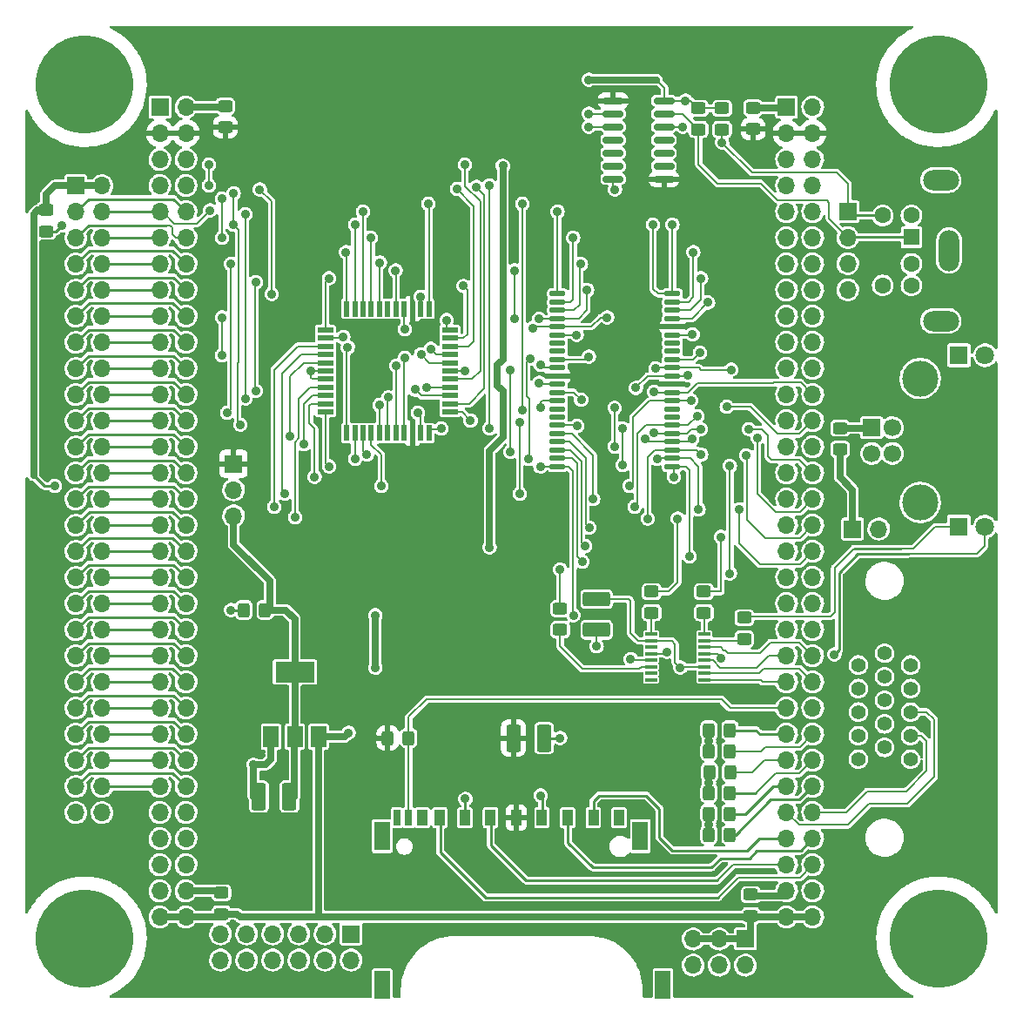
<source format=gtl>
G04 #@! TF.GenerationSoftware,KiCad,Pcbnew,(6.0.1)*
G04 #@! TF.CreationDate,2022-08-21T20:10:10-04:00*
G04 #@! TF.ProjectId,RETRO-65C816,52455452-4f2d-4363-9543-3831362e6b69,3*
G04 #@! TF.SameCoordinates,Original*
G04 #@! TF.FileFunction,Copper,L1,Top*
G04 #@! TF.FilePolarity,Positive*
%FSLAX46Y46*%
G04 Gerber Fmt 4.6, Leading zero omitted, Abs format (unit mm)*
G04 Created by KiCad (PCBNEW (6.0.1)) date 2022-08-21 20:10:10*
%MOMM*%
%LPD*%
G01*
G04 APERTURE LIST*
G04 Aperture macros list*
%AMRoundRect*
0 Rectangle with rounded corners*
0 $1 Rounding radius*
0 $2 $3 $4 $5 $6 $7 $8 $9 X,Y pos of 4 corners*
0 Add a 4 corners polygon primitive as box body*
4,1,4,$2,$3,$4,$5,$6,$7,$8,$9,$2,$3,0*
0 Add four circle primitives for the rounded corners*
1,1,$1+$1,$2,$3*
1,1,$1+$1,$4,$5*
1,1,$1+$1,$6,$7*
1,1,$1+$1,$8,$9*
0 Add four rect primitives between the rounded corners*
20,1,$1+$1,$2,$3,$4,$5,0*
20,1,$1+$1,$4,$5,$6,$7,0*
20,1,$1+$1,$6,$7,$8,$9,0*
20,1,$1+$1,$8,$9,$2,$3,0*%
G04 Aperture macros list end*
G04 #@! TA.AperFunction,SMDPad,CuDef*
%ADD10R,0.520000X1.500000*%
G04 #@! TD*
G04 #@! TA.AperFunction,SMDPad,CuDef*
%ADD11R,1.500000X0.520000*%
G04 #@! TD*
G04 #@! TA.AperFunction,ComponentPad*
%ADD12C,9.525000*%
G04 #@! TD*
G04 #@! TA.AperFunction,SMDPad,CuDef*
%ADD13R,1.500000X2.000000*%
G04 #@! TD*
G04 #@! TA.AperFunction,SMDPad,CuDef*
%ADD14R,3.800000X2.000000*%
G04 #@! TD*
G04 #@! TA.AperFunction,ComponentPad*
%ADD15R,1.700000X1.700000*%
G04 #@! TD*
G04 #@! TA.AperFunction,ComponentPad*
%ADD16O,1.700000X1.700000*%
G04 #@! TD*
G04 #@! TA.AperFunction,SMDPad,CuDef*
%ADD17RoundRect,0.250000X-0.325000X-0.450000X0.325000X-0.450000X0.325000X0.450000X-0.325000X0.450000X0*%
G04 #@! TD*
G04 #@! TA.AperFunction,SMDPad,CuDef*
%ADD18RoundRect,0.250000X0.450000X-0.325000X0.450000X0.325000X-0.450000X0.325000X-0.450000X-0.325000X0*%
G04 #@! TD*
G04 #@! TA.AperFunction,ComponentPad*
%ADD19R,1.600000X1.600000*%
G04 #@! TD*
G04 #@! TA.AperFunction,ComponentPad*
%ADD20C,1.600000*%
G04 #@! TD*
G04 #@! TA.AperFunction,ComponentPad*
%ADD21O,2.000000X4.000000*%
G04 #@! TD*
G04 #@! TA.AperFunction,ComponentPad*
%ADD22O,3.500000X2.000000*%
G04 #@! TD*
G04 #@! TA.AperFunction,ComponentPad*
%ADD23R,1.800000X1.800000*%
G04 #@! TD*
G04 #@! TA.AperFunction,ComponentPad*
%ADD24C,1.800000*%
G04 #@! TD*
G04 #@! TA.AperFunction,SMDPad,CuDef*
%ADD25RoundRect,0.250000X-0.450000X0.325000X-0.450000X-0.325000X0.450000X-0.325000X0.450000X0.325000X0*%
G04 #@! TD*
G04 #@! TA.AperFunction,SMDPad,CuDef*
%ADD26R,1.200000X0.400000*%
G04 #@! TD*
G04 #@! TA.AperFunction,SMDPad,CuDef*
%ADD27R,1.000000X1.500000*%
G04 #@! TD*
G04 #@! TA.AperFunction,SMDPad,CuDef*
%ADD28R,0.700000X1.500000*%
G04 #@! TD*
G04 #@! TA.AperFunction,SMDPad,CuDef*
%ADD29R,1.500000X2.800000*%
G04 #@! TD*
G04 #@! TA.AperFunction,SMDPad,CuDef*
%ADD30RoundRect,0.137500X-0.625000X-0.137500X0.625000X-0.137500X0.625000X0.137500X-0.625000X0.137500X0*%
G04 #@! TD*
G04 #@! TA.AperFunction,SMDPad,CuDef*
%ADD31RoundRect,0.250000X0.325000X0.450000X-0.325000X0.450000X-0.325000X-0.450000X0.325000X-0.450000X0*%
G04 #@! TD*
G04 #@! TA.AperFunction,SMDPad,CuDef*
%ADD32RoundRect,0.250001X-0.462499X-1.074999X0.462499X-1.074999X0.462499X1.074999X-0.462499X1.074999X0*%
G04 #@! TD*
G04 #@! TA.AperFunction,SMDPad,CuDef*
%ADD33RoundRect,0.250001X0.462499X1.074999X-0.462499X1.074999X-0.462499X-1.074999X0.462499X-1.074999X0*%
G04 #@! TD*
G04 #@! TA.AperFunction,ComponentPad*
%ADD34C,1.397000*%
G04 #@! TD*
G04 #@! TA.AperFunction,SMDPad,CuDef*
%ADD35RoundRect,0.250001X-1.074999X0.462499X-1.074999X-0.462499X1.074999X-0.462499X1.074999X0.462499X0*%
G04 #@! TD*
G04 #@! TA.AperFunction,ComponentPad*
%ADD36C,1.700000*%
G04 #@! TD*
G04 #@! TA.AperFunction,ComponentPad*
%ADD37C,3.500000*%
G04 #@! TD*
G04 #@! TA.AperFunction,SMDPad,CuDef*
%ADD38RoundRect,0.150000X-0.825000X-0.150000X0.825000X-0.150000X0.825000X0.150000X-0.825000X0.150000X0*%
G04 #@! TD*
G04 #@! TA.AperFunction,ViaPad*
%ADD39C,0.889000*%
G04 #@! TD*
G04 #@! TA.AperFunction,Conductor*
%ADD40C,0.203200*%
G04 #@! TD*
G04 #@! TA.AperFunction,Conductor*
%ADD41C,0.635000*%
G04 #@! TD*
G04 #@! TA.AperFunction,Conductor*
%ADD42C,0.254000*%
G04 #@! TD*
G04 #@! TA.AperFunction,Conductor*
%ADD43C,0.152400*%
G04 #@! TD*
G04 APERTURE END LIST*
D10*
X49466000Y-37765000D03*
X48666000Y-37765000D03*
X47866000Y-37765000D03*
X47066000Y-37765000D03*
X46266000Y-37765000D03*
X45466000Y-37765000D03*
X44666000Y-37765000D03*
X43866000Y-37765000D03*
X43066000Y-37765000D03*
X42266000Y-37765000D03*
X41466000Y-37765000D03*
D11*
X39416000Y-39815000D03*
X39416000Y-40615000D03*
X39416000Y-41415000D03*
X39416000Y-42215000D03*
X39416000Y-43015000D03*
X39416000Y-43815000D03*
X39416000Y-44615000D03*
X39416000Y-45415000D03*
X39416000Y-46215000D03*
X39416000Y-47015000D03*
X39416000Y-47815000D03*
D10*
X41466000Y-49865000D03*
X42266000Y-49865000D03*
X43066000Y-49865000D03*
X43866000Y-49865000D03*
X44666000Y-49865000D03*
X45466000Y-49865000D03*
X46266000Y-49865000D03*
X47066000Y-49865000D03*
X47866000Y-49865000D03*
X48666000Y-49865000D03*
X49466000Y-49865000D03*
D11*
X51516000Y-47815000D03*
X51516000Y-47015000D03*
X51516000Y-46215000D03*
X51516000Y-45415000D03*
X51516000Y-44615000D03*
X51516000Y-43815000D03*
X51516000Y-43015000D03*
X51516000Y-42215000D03*
X51516000Y-41415000D03*
X51516000Y-40615000D03*
X51516000Y-39815000D03*
D12*
X16000000Y-16000000D03*
X99000000Y-16000000D03*
X16000000Y-99000000D03*
X99000000Y-99000000D03*
D13*
X34123600Y-79375400D03*
X36423600Y-79375400D03*
X38723600Y-79375400D03*
D14*
X36423600Y-73075400D03*
D15*
X90678000Y-59182000D03*
D16*
X93218000Y-59182000D03*
D17*
X76699000Y-78740000D03*
X78749000Y-78740000D03*
X76699000Y-80772000D03*
X78749000Y-80772000D03*
X76744800Y-82804000D03*
X78794800Y-82804000D03*
X76699000Y-84836000D03*
X78749000Y-84836000D03*
X76699000Y-86868000D03*
X78749000Y-86868000D03*
X76699000Y-88900000D03*
X78749000Y-88900000D03*
D18*
X75692000Y-20329000D03*
X75692000Y-18279000D03*
X77978000Y-20329000D03*
X77978000Y-18279000D03*
D15*
X90200000Y-28300000D03*
D16*
X90200000Y-30840000D03*
X90200000Y-33380000D03*
X90200000Y-35920000D03*
D19*
X96400000Y-30800000D03*
D20*
X96400000Y-33400000D03*
X96400000Y-28700000D03*
X96400000Y-35500000D03*
X93600000Y-28700000D03*
X93600000Y-35500000D03*
D21*
X100050000Y-32100000D03*
D22*
X99250000Y-25250000D03*
X99250000Y-38950000D03*
D15*
X84250000Y-18166000D03*
D16*
X86790000Y-18166000D03*
X84250000Y-20706000D03*
X86790000Y-20706000D03*
X84250000Y-23246000D03*
X86790000Y-23246000D03*
X84250000Y-25786000D03*
X86790000Y-25786000D03*
X84250000Y-28326000D03*
X86790000Y-28326000D03*
X84250000Y-30866000D03*
X86790000Y-30866000D03*
X84250000Y-33406000D03*
X86790000Y-33406000D03*
X84250000Y-35946000D03*
X86790000Y-35946000D03*
X84250000Y-38486000D03*
X86790000Y-38486000D03*
X84250000Y-41026000D03*
X86790000Y-41026000D03*
X84250000Y-43566000D03*
X86790000Y-43566000D03*
X84250000Y-46106000D03*
X86790000Y-46106000D03*
X84250000Y-48646000D03*
X86790000Y-48646000D03*
X84250000Y-51186000D03*
X86790000Y-51186000D03*
X84250000Y-53726000D03*
X86790000Y-53726000D03*
X84250000Y-56266000D03*
X86790000Y-56266000D03*
X84250000Y-58806000D03*
X86790000Y-58806000D03*
X84250000Y-61346000D03*
X86790000Y-61346000D03*
X84250000Y-63886000D03*
X86790000Y-63886000D03*
X84250000Y-66426000D03*
X86790000Y-66426000D03*
X84250000Y-68966000D03*
X86790000Y-68966000D03*
X84250000Y-71506000D03*
X86790000Y-71506000D03*
X84250000Y-74046000D03*
X86790000Y-74046000D03*
X84250000Y-76586000D03*
X86790000Y-76586000D03*
X84250000Y-79126000D03*
X86790000Y-79126000D03*
X84250000Y-81666000D03*
X86790000Y-81666000D03*
X84250000Y-84206000D03*
X86790000Y-84206000D03*
X84250000Y-86746000D03*
X86790000Y-86746000D03*
X84250000Y-89286000D03*
X86790000Y-89286000D03*
X84250000Y-91826000D03*
X86790000Y-91826000D03*
X84250000Y-94366000D03*
X86790000Y-94366000D03*
X84250000Y-96906000D03*
X86790000Y-96906000D03*
D15*
X23310000Y-18166000D03*
D16*
X25850000Y-18166000D03*
X23310000Y-20706000D03*
X25850000Y-20706000D03*
X23310000Y-23246000D03*
X25850000Y-23246000D03*
X23310000Y-25786000D03*
X25850000Y-25786000D03*
X23310000Y-28326000D03*
X25850000Y-28326000D03*
X23310000Y-30866000D03*
X25850000Y-30866000D03*
X23310000Y-33406000D03*
X25850000Y-33406000D03*
X23310000Y-35946000D03*
X25850000Y-35946000D03*
X23310000Y-38486000D03*
X25850000Y-38486000D03*
X23310000Y-41026000D03*
X25850000Y-41026000D03*
X23310000Y-43566000D03*
X25850000Y-43566000D03*
X23310000Y-46106000D03*
X25850000Y-46106000D03*
X23310000Y-48646000D03*
X25850000Y-48646000D03*
X23310000Y-51186000D03*
X25850000Y-51186000D03*
X23310000Y-53726000D03*
X25850000Y-53726000D03*
X23310000Y-56266000D03*
X25850000Y-56266000D03*
X23310000Y-58806000D03*
X25850000Y-58806000D03*
X23310000Y-61346000D03*
X25850000Y-61346000D03*
X23310000Y-63886000D03*
X25850000Y-63886000D03*
X23310000Y-66426000D03*
X25850000Y-66426000D03*
X23310000Y-68966000D03*
X25850000Y-68966000D03*
X23310000Y-71506000D03*
X25850000Y-71506000D03*
X23310000Y-74046000D03*
X25850000Y-74046000D03*
X23310000Y-76586000D03*
X25850000Y-76586000D03*
X23310000Y-79126000D03*
X25850000Y-79126000D03*
X23310000Y-81666000D03*
X25850000Y-81666000D03*
X23310000Y-84206000D03*
X25850000Y-84206000D03*
X23310000Y-86746000D03*
X25850000Y-86746000D03*
X23310000Y-89286000D03*
X25850000Y-89286000D03*
X23310000Y-91826000D03*
X25850000Y-91826000D03*
X23310000Y-94366000D03*
X25850000Y-94366000D03*
X23310000Y-96906000D03*
X25850000Y-96906000D03*
D23*
X101015800Y-42291000D03*
D24*
X103555800Y-42291000D03*
D18*
X80137000Y-69859000D03*
X80137000Y-67809000D03*
D25*
X71120000Y-65269000D03*
X71120000Y-67319000D03*
X76200000Y-65269000D03*
X76200000Y-67319000D03*
D26*
X76260000Y-73850500D03*
X76260000Y-73215500D03*
X76260000Y-72580500D03*
X76260000Y-71945500D03*
X76260000Y-71310500D03*
X76260000Y-70675500D03*
X76260000Y-70040500D03*
X76260000Y-69405500D03*
X71060000Y-69405500D03*
X71060000Y-70040500D03*
X71060000Y-70675500D03*
X71060000Y-71310500D03*
X71060000Y-71945500D03*
X71060000Y-72580500D03*
X71060000Y-73215500D03*
X71060000Y-73850500D03*
D27*
X65459000Y-87243000D03*
X62959000Y-87243000D03*
X60459000Y-87243000D03*
X57959000Y-87243000D03*
X55459000Y-87243000D03*
X52959000Y-87243000D03*
X50539000Y-87243000D03*
X48839000Y-87243000D03*
X67959000Y-87243000D03*
D28*
X47499000Y-87243000D03*
X46359000Y-87243000D03*
D29*
X70029000Y-89043000D03*
X44929000Y-89043000D03*
X44929000Y-103543000D03*
X72229000Y-103543000D03*
D15*
X15140000Y-25800000D03*
D16*
X17680000Y-25800000D03*
X15140000Y-28340000D03*
X17680000Y-28340000D03*
X15140000Y-30880000D03*
X17680000Y-30880000D03*
X15140000Y-33420000D03*
X17680000Y-33420000D03*
X15140000Y-35960000D03*
X17680000Y-35960000D03*
X15140000Y-38500000D03*
X17680000Y-38500000D03*
X15140000Y-41040000D03*
X17680000Y-41040000D03*
X15140000Y-43580000D03*
X17680000Y-43580000D03*
X15140000Y-46120000D03*
X17680000Y-46120000D03*
X15140000Y-48660000D03*
X17680000Y-48660000D03*
X15140000Y-51200000D03*
X17680000Y-51200000D03*
X15140000Y-53740000D03*
X17680000Y-53740000D03*
X15140000Y-56280000D03*
X17680000Y-56280000D03*
X15140000Y-58820000D03*
X17680000Y-58820000D03*
X15140000Y-61360000D03*
X17680000Y-61360000D03*
X15140000Y-63900000D03*
X17680000Y-63900000D03*
X15140000Y-66440000D03*
X17680000Y-66440000D03*
X15140000Y-68980000D03*
X17680000Y-68980000D03*
X15140000Y-71520000D03*
X17680000Y-71520000D03*
X15140000Y-74060000D03*
X17680000Y-74060000D03*
X15140000Y-76600000D03*
X17680000Y-76600000D03*
X15140000Y-79140000D03*
X17680000Y-79140000D03*
X15140000Y-81680000D03*
X17680000Y-81680000D03*
X15140000Y-84220000D03*
X17680000Y-84220000D03*
X15140000Y-86760000D03*
X17680000Y-86760000D03*
D18*
X29286200Y-96605200D03*
X29286200Y-94555200D03*
X80772000Y-96783000D03*
X80772000Y-94733000D03*
D25*
X12242800Y-28185000D03*
X12242800Y-30235000D03*
D18*
X81000600Y-20303600D03*
X81000600Y-18253600D03*
X29667200Y-20100400D03*
X29667200Y-18050400D03*
D15*
X30480000Y-52832000D03*
D16*
X30480000Y-55372000D03*
X30480000Y-57912000D03*
D18*
X62230000Y-68970000D03*
X62230000Y-66920000D03*
D25*
X89458800Y-49368600D03*
X89458800Y-51418600D03*
D30*
X61976500Y-36304000D03*
X61976500Y-37104000D03*
X61976500Y-37904000D03*
X61976500Y-38704000D03*
X61976500Y-39504000D03*
X61976500Y-40304000D03*
X61976500Y-41104000D03*
X61976500Y-41904000D03*
X61976500Y-42704000D03*
X61976500Y-43504000D03*
X61976500Y-44304000D03*
X61976500Y-45104000D03*
X61976500Y-45904000D03*
X61976500Y-46704000D03*
X61976500Y-47504000D03*
X61976500Y-48304000D03*
X61976500Y-49104000D03*
X61976500Y-49904000D03*
X61976500Y-50704000D03*
X61976500Y-51504000D03*
X61976500Y-52304000D03*
X61976500Y-53104000D03*
X73151500Y-53104000D03*
X73151500Y-52304000D03*
X73151500Y-51504000D03*
X73151500Y-50704000D03*
X73151500Y-49904000D03*
X73151500Y-49104000D03*
X73151500Y-48304000D03*
X73151500Y-47504000D03*
X73151500Y-46704000D03*
X73151500Y-45904000D03*
X73151500Y-45104000D03*
X73151500Y-44304000D03*
X73151500Y-43504000D03*
X73151500Y-42704000D03*
X73151500Y-41904000D03*
X73151500Y-41104000D03*
X73151500Y-40304000D03*
X73151500Y-39504000D03*
X73151500Y-38704000D03*
X73151500Y-37904000D03*
X73151500Y-37104000D03*
X73151500Y-36304000D03*
D31*
X47507000Y-79502000D03*
X45457000Y-79502000D03*
D32*
X57694500Y-79502000D03*
X60669500Y-79502000D03*
D31*
X33537000Y-67056000D03*
X31487000Y-67056000D03*
D33*
X35904500Y-85191600D03*
X32929500Y-85191600D03*
D15*
X41910000Y-98552000D03*
D16*
X41910000Y-101092000D03*
X39370000Y-98552000D03*
X39370000Y-101092000D03*
X36830000Y-98552000D03*
X36830000Y-101092000D03*
X34290000Y-98552000D03*
X34290000Y-101092000D03*
X31750000Y-98552000D03*
X31750000Y-101092000D03*
X29210000Y-98552000D03*
X29210000Y-101092000D03*
D34*
X91239340Y-72397620D03*
X91239340Y-74688700D03*
X91239340Y-76974700D03*
X91239340Y-79268320D03*
X91239340Y-81556860D03*
X93779340Y-71252080D03*
X93779340Y-73543160D03*
X93779340Y-75834240D03*
X93779340Y-78122780D03*
X93779340Y-80413860D03*
X96319340Y-72397620D03*
X96319340Y-74688700D03*
X96316800Y-76977240D03*
X96319340Y-79268320D03*
X96319340Y-81556860D03*
D15*
X80249000Y-99055000D03*
D16*
X80249000Y-101595000D03*
X77709000Y-99055000D03*
X77709000Y-101595000D03*
X75169000Y-99055000D03*
X75169000Y-101595000D03*
D35*
X65786000Y-66000300D03*
X65786000Y-68975300D03*
D15*
X92532200Y-49326800D03*
D36*
X92532200Y-51826800D03*
X94532200Y-51826800D03*
X94532200Y-49326800D03*
D37*
X97242200Y-56596800D03*
X97242200Y-44556800D03*
D23*
X100990400Y-58953400D03*
D24*
X103530400Y-58953400D03*
D38*
X67375000Y-17526000D03*
X67375000Y-18796000D03*
X67375000Y-20066000D03*
X67375000Y-21336000D03*
X67375000Y-22606000D03*
X67375000Y-23876000D03*
X67375000Y-25146000D03*
X72325000Y-25146000D03*
X72325000Y-23876000D03*
X72325000Y-22606000D03*
X72325000Y-21336000D03*
X72325000Y-20066000D03*
X72325000Y-18796000D03*
X72325000Y-17526000D03*
D39*
X32625027Y-45733200D03*
X60299600Y-47396400D03*
X64274700Y-46621700D03*
X78431282Y-47298718D03*
X57404000Y-43738800D03*
X53517800Y-48641000D03*
X54102000Y-25908000D03*
X34417000Y-57023000D03*
X35446189Y-55739811D03*
X35941000Y-50165000D03*
X36449000Y-58039000D03*
X37312600Y-50927000D03*
X55372000Y-60960000D03*
X65024000Y-15494000D03*
X56655189Y-23862811D03*
X44261000Y-67579000D03*
X74422000Y-17526000D03*
X41656000Y-78994000D03*
X44261000Y-72659000D03*
X60325000Y-85090000D03*
X69596000Y-45464531D03*
X69088000Y-71831200D03*
X52959000Y-43815000D03*
X13766800Y-29667200D03*
X32410400Y-82118200D03*
X60198000Y-44958000D03*
X37973000Y-43815000D03*
X30226000Y-67056000D03*
X65773300Y-70586600D03*
X74676000Y-44227900D03*
X67564000Y-26162000D03*
X53009800Y-85420200D03*
X62230000Y-79502000D03*
X77891686Y-71714314D03*
X73660000Y-58166000D03*
X77851000Y-59944000D03*
X65024000Y-18796000D03*
X65024000Y-20066000D03*
X13081000Y-54991000D03*
X72644000Y-71120000D03*
X78740000Y-53052800D03*
X62230000Y-63119000D03*
X78740000Y-63500000D03*
X60307000Y-53104000D03*
X63516157Y-67570285D03*
X39751000Y-53086000D03*
X74821000Y-61831000D03*
X38354000Y-54102000D03*
X73279000Y-54102000D03*
X64389000Y-62370200D03*
X79629000Y-57277000D03*
X71658463Y-52354463D03*
X75692000Y-57277000D03*
X64643000Y-60833000D03*
X80327500Y-52006500D03*
X70739000Y-58166000D03*
X75946000Y-51934800D03*
X65042640Y-59055000D03*
X70485000Y-50437200D03*
X75057000Y-50437200D03*
X81407000Y-50292000D03*
X65448560Y-56261000D03*
X75882500Y-49466500D03*
X58293000Y-48768000D03*
X71383327Y-49816859D03*
X80581500Y-49466500D03*
X58293000Y-55753000D03*
X67532241Y-51166522D03*
X67532241Y-47402759D03*
X44666000Y-47130200D03*
X44831000Y-54991011D03*
X68987389Y-54977800D03*
X74962000Y-46704000D03*
X45514219Y-46381400D03*
X57404000Y-51675800D03*
X71374000Y-45847000D03*
X43434000Y-51943000D03*
X46317200Y-43313400D03*
X60325000Y-43218120D03*
X71501000Y-43561000D03*
X78867000Y-43688000D03*
X42291000Y-52355200D03*
X59295800Y-42586640D03*
X59182000Y-52355200D03*
X47117000Y-42531800D03*
X65024000Y-42418000D03*
X41578043Y-41516433D03*
X75819000Y-42037000D03*
X63836000Y-40304000D03*
X41148000Y-40513000D03*
X75107800Y-40277200D03*
X66802000Y-38608000D03*
X47117000Y-39751000D03*
X59563000Y-39624000D03*
X76612558Y-37157256D03*
X46228000Y-34036000D03*
X64858400Y-35941000D03*
X60207194Y-38742621D03*
X57785000Y-34036000D03*
X57777379Y-38742621D03*
X75932800Y-34798000D03*
X39751000Y-34798000D03*
X44704000Y-33274000D03*
X64248800Y-33401000D03*
X75184000Y-32258000D03*
X41402000Y-32258000D03*
X43814800Y-30861000D03*
X63500000Y-30861000D03*
X73152000Y-29591000D03*
X42291000Y-29591000D03*
X71247000Y-29591000D03*
X43053000Y-28321000D03*
X61976000Y-28321000D03*
X68326000Y-49403000D03*
X68326000Y-52959000D03*
X63881000Y-49149000D03*
X75565000Y-48201611D03*
X69469000Y-57023000D03*
X73914000Y-72644000D03*
X88900000Y-71374000D03*
X29337000Y-27051000D03*
X29337000Y-30861000D03*
X49403000Y-27572200D03*
X48666000Y-36601000D03*
X48387000Y-47879000D03*
X29845000Y-47879000D03*
X30226000Y-33401000D03*
X55372000Y-49403000D03*
X55372000Y-25781000D03*
X50673000Y-49416200D03*
X31115000Y-49022000D03*
X30480000Y-26543000D03*
X58547000Y-27572200D03*
X30480000Y-29591000D03*
X58547000Y-47625000D03*
X28194000Y-28194000D03*
X31623000Y-46482000D03*
X31623000Y-28575000D03*
X48133000Y-45632600D03*
X49206023Y-45431514D03*
X32639000Y-35179000D03*
X28067000Y-23749000D03*
X28067000Y-25781000D03*
X52959000Y-23749000D03*
X48703770Y-42199856D03*
X49657000Y-41667720D03*
X29337000Y-42291000D03*
X29337000Y-38608000D03*
X52198083Y-26123880D03*
X34163000Y-36322000D03*
X33020000Y-26162000D03*
X52832000Y-35546800D03*
X51181000Y-38862000D03*
X76699000Y-79756000D03*
X76699000Y-83820000D03*
X74168000Y-20066000D03*
X77978000Y-21590000D03*
X76699000Y-87884000D03*
D40*
X80725118Y-47298718D02*
X78431282Y-47298718D01*
X83362800Y-49936400D02*
X80725118Y-47298718D01*
X85499600Y-49936400D02*
X83362800Y-49936400D01*
X86790000Y-48646000D02*
X85499600Y-49936400D01*
X32565398Y-35252602D02*
X32565398Y-45673571D01*
X32565398Y-45673571D02*
X32625027Y-45733200D01*
X32639000Y-35179000D02*
X32565398Y-35252602D01*
X60299600Y-46888400D02*
X60452000Y-46736000D01*
X60299600Y-47396400D02*
X60299600Y-46888400D01*
X61976500Y-45904000D02*
X63557000Y-45904000D01*
X63557000Y-45904000D02*
X64274700Y-46621700D01*
X57404000Y-43738800D02*
X57404000Y-51675800D01*
X52691800Y-47815000D02*
X53517800Y-48641000D01*
X51516000Y-47815000D02*
X52691800Y-47815000D01*
X51516000Y-47015000D02*
X53365800Y-47015000D01*
X51516000Y-46215000D02*
X48715400Y-46215000D01*
X49222537Y-45415000D02*
X49206023Y-45431514D01*
X51516000Y-45415000D02*
X49222537Y-45415000D01*
X51516000Y-44615000D02*
X53683960Y-44615000D01*
X51516000Y-43815000D02*
X52959000Y-43815000D01*
X51516000Y-43015000D02*
X49518914Y-43015000D01*
X51516000Y-42215000D02*
X50216000Y-42215000D01*
X51516000Y-41415000D02*
X53327000Y-41415000D01*
X51516000Y-40615000D02*
X52806200Y-40615000D01*
X49466000Y-27635200D02*
X49403000Y-27572200D01*
X49466000Y-37765000D02*
X49466000Y-27635200D01*
X48666000Y-37765000D02*
X48666000Y-36601000D01*
X41466000Y-32322000D02*
X41402000Y-32258000D01*
X41466000Y-37765000D02*
X41466000Y-32322000D01*
X42266000Y-37765000D02*
X42266000Y-29616000D01*
X42266000Y-29616000D02*
X42291000Y-29591000D01*
X43066000Y-37765000D02*
X43066000Y-28334000D01*
X43066000Y-28334000D02*
X43053000Y-28321000D01*
X43866000Y-37765000D02*
X43866000Y-30912200D01*
X43866000Y-30912200D02*
X43814800Y-30861000D01*
X44666000Y-33312000D02*
X44704000Y-33274000D01*
X44666000Y-37765000D02*
X44666000Y-33312000D01*
X46266000Y-34074000D02*
X46228000Y-34036000D01*
X46266000Y-37765000D02*
X46266000Y-34074000D01*
X47066000Y-39700000D02*
X47117000Y-39751000D01*
X47066000Y-37765000D02*
X47066000Y-39700000D01*
X39416000Y-35133000D02*
X39751000Y-34798000D01*
X39416000Y-39815000D02*
X39416000Y-35133000D01*
X42266000Y-52330200D02*
X42291000Y-52355200D01*
X42266000Y-49865000D02*
X42266000Y-52330200D01*
X43066000Y-51575000D02*
X43434000Y-51943000D01*
X43866000Y-50978000D02*
X44831000Y-51943000D01*
X48666000Y-48158000D02*
X48387000Y-47879000D01*
X48666000Y-49865000D02*
X48666000Y-48158000D01*
X47066000Y-42582800D02*
X47117000Y-42531800D01*
X47066000Y-49865000D02*
X47066000Y-42582800D01*
X46266000Y-43364600D02*
X46317200Y-43313400D01*
X46266000Y-49865000D02*
X46266000Y-43364600D01*
X45466000Y-49865000D02*
X45466000Y-46429619D01*
X45466000Y-46429619D02*
X45514219Y-46381400D01*
X44666000Y-49865000D02*
X44666000Y-47130200D01*
X41466000Y-41628476D02*
X41578043Y-41516433D01*
X41466000Y-49865000D02*
X41466000Y-41628476D01*
X39416000Y-52751000D02*
X39751000Y-53086000D01*
X39416000Y-47815000D02*
X39416000Y-52751000D01*
X38113000Y-46215000D02*
X39416000Y-46215000D01*
X37897000Y-45415000D02*
X39416000Y-45415000D01*
X39416000Y-44615000D02*
X38138000Y-44615000D01*
X39416000Y-43815000D02*
X37973000Y-43815000D01*
X39416000Y-43015000D02*
X37275400Y-43015000D01*
X39416000Y-42215000D02*
X37033000Y-42215000D01*
X39416000Y-41415000D02*
X36690000Y-41415000D01*
X39416000Y-40615000D02*
X41046000Y-40615000D01*
X41046000Y-40615000D02*
X41148000Y-40513000D01*
X53187600Y-40233600D02*
X53187600Y-35902400D01*
X52832000Y-35546800D02*
X53187600Y-35902400D01*
X52806200Y-40615000D02*
X53187600Y-40233600D01*
X54458080Y-43840880D02*
X54458080Y-27323060D01*
X53683960Y-44615000D02*
X54458080Y-43840880D01*
X53365800Y-47015000D02*
X54864000Y-45516800D01*
X36830000Y-46482000D02*
X36830000Y-50350620D01*
X54864000Y-45516800D02*
X54864000Y-26670000D01*
X54864000Y-26670000D02*
X54102000Y-25908000D01*
X35941000Y-44349400D02*
X37275400Y-43015000D01*
X35941000Y-50165000D02*
X35941000Y-44349400D01*
X35192189Y-55485811D02*
X35192189Y-44055811D01*
X35192189Y-44055811D02*
X37033000Y-42215000D01*
X35446189Y-55739811D02*
X35192189Y-55485811D01*
X34417000Y-43688000D02*
X36690000Y-41415000D01*
X34417000Y-57023000D02*
X34417000Y-43688000D01*
X36830000Y-50350620D02*
X36449000Y-50731620D01*
X36449000Y-50731620D02*
X36449000Y-58039000D01*
X37338000Y-50901600D02*
X37312600Y-50927000D01*
X37338000Y-46990000D02*
X37338000Y-50901600D01*
X37846000Y-47193200D02*
X37846000Y-48920400D01*
X38354000Y-49428400D02*
X38354000Y-54102000D01*
X37846000Y-48920400D02*
X38354000Y-49428400D01*
X38024200Y-47015000D02*
X37846000Y-47193200D01*
X39416000Y-47015000D02*
X38024200Y-47015000D01*
D41*
X84280000Y-96906000D02*
X86820000Y-96906000D01*
X80249000Y-99055000D02*
X77709000Y-99055000D01*
X29210400Y-96906000D02*
X29286200Y-96830200D01*
D40*
X74422000Y-17526000D02*
X74939000Y-17526000D01*
D41*
X23310000Y-96906000D02*
X25850000Y-96906000D01*
X80772000Y-96783000D02*
X80772000Y-98532000D01*
X38723600Y-79375400D02*
X38723600Y-96795400D01*
X84250000Y-96906000D02*
X38613000Y-96906000D01*
X44261000Y-72659000D02*
X44261000Y-67579000D01*
X31120000Y-96906000D02*
X38613000Y-96906000D01*
X56134000Y-43206378D02*
X56655189Y-42685189D01*
D40*
X72390000Y-16256000D02*
X71628000Y-15494000D01*
D41*
X80772000Y-96884600D02*
X84258600Y-96884600D01*
D40*
X75692000Y-18279000D02*
X77978000Y-18279000D01*
D41*
X38723600Y-96795400D02*
X38613000Y-96906000D01*
X56134000Y-45212000D02*
X56134000Y-43206378D01*
X56655189Y-50278811D02*
X56655189Y-45733189D01*
X38723600Y-79375400D02*
X41274600Y-79375400D01*
X55372000Y-51562000D02*
X56655189Y-50278811D01*
X56655189Y-45733189D02*
X56134000Y-45212000D01*
D40*
X72390000Y-17461000D02*
X72390000Y-16256000D01*
D41*
X41274600Y-79375400D02*
X41656000Y-78994000D01*
X56655189Y-23862811D02*
X56655189Y-42685189D01*
X77709000Y-99055000D02*
X75169000Y-99055000D01*
X31120000Y-96906000D02*
X30819200Y-96605200D01*
X55372000Y-60960000D02*
X55372000Y-51562000D01*
D40*
X74939000Y-17526000D02*
X75692000Y-18279000D01*
D41*
X71628000Y-15494000D02*
X65024000Y-15494000D01*
D40*
X72325000Y-17526000D02*
X74422000Y-17526000D01*
D41*
X25850000Y-96906000D02*
X29210400Y-96906000D01*
X30819200Y-96605200D02*
X29286200Y-96605200D01*
D40*
X65786000Y-70573900D02*
X65773300Y-70586600D01*
X74599900Y-44304000D02*
X74676000Y-44227900D01*
D41*
X32417000Y-85191600D02*
X32417000Y-82124800D01*
D42*
X60669500Y-79502000D02*
X62230000Y-79502000D01*
X53000000Y-85430000D02*
X53009800Y-85420200D01*
D41*
X83811400Y-94834600D02*
X84280000Y-94366000D01*
D40*
X73145689Y-44309811D02*
X70750720Y-44309811D01*
D41*
X34112200Y-81021800D02*
X34112200Y-81559400D01*
D40*
X73151500Y-44304000D02*
X74599900Y-44304000D01*
D41*
X25850000Y-18166000D02*
X29551600Y-18166000D01*
X32417000Y-82124800D02*
X32410400Y-82118200D01*
D40*
X71060000Y-71945500D02*
X69202300Y-71945500D01*
D41*
X34123600Y-81010400D02*
X34112200Y-81021800D01*
D42*
X60500000Y-85265000D02*
X60325000Y-85090000D01*
X60500000Y-87200000D02*
X60500000Y-85265000D01*
D41*
X34123600Y-79375400D02*
X34123600Y-81010400D01*
D40*
X76260000Y-71310500D02*
X77487872Y-71310500D01*
D41*
X81000600Y-18253600D02*
X84192400Y-18253600D01*
D40*
X37973000Y-44450000D02*
X37973000Y-43815000D01*
X65786000Y-68975300D02*
X65786000Y-70573900D01*
D42*
X13199000Y-30235000D02*
X13766800Y-29667200D01*
D41*
X33553400Y-82118200D02*
X32410400Y-82118200D01*
D42*
X53000000Y-87200000D02*
X53000000Y-85430000D01*
D41*
X80772000Y-94834600D02*
X83811400Y-94834600D01*
D40*
X61976500Y-45104000D02*
X60344000Y-45104000D01*
D42*
X12242800Y-30235000D02*
X13199000Y-30235000D01*
D40*
X77487872Y-71310500D02*
X77891686Y-71714314D01*
X67375000Y-25146000D02*
X67375000Y-25973000D01*
X60344000Y-45104000D02*
X60198000Y-44958000D01*
D42*
X31487000Y-67056000D02*
X30226000Y-67056000D01*
D40*
X67375000Y-25973000D02*
X67564000Y-26162000D01*
X69202300Y-71945500D02*
X69088000Y-71831200D01*
X38138000Y-44615000D02*
X37973000Y-44450000D01*
D41*
X34112200Y-81559400D02*
X33553400Y-82118200D01*
X25850000Y-94366000D02*
X29250400Y-94366000D01*
D40*
X70750720Y-44309811D02*
X69596000Y-45464531D01*
D42*
X85499600Y-85496400D02*
X86790000Y-84206000D01*
X82727600Y-85496400D02*
X85499600Y-85496400D01*
X78749000Y-88900000D02*
X79324000Y-88900000D01*
X79324000Y-88900000D02*
X82727600Y-85496400D01*
X82926000Y-84206000D02*
X84250000Y-84206000D01*
X80264000Y-86868000D02*
X82926000Y-84206000D01*
X78749000Y-86868000D02*
X80264000Y-86868000D01*
D40*
X85499600Y-82956400D02*
X86790000Y-81666000D01*
D42*
X78749000Y-84836000D02*
X81280000Y-84836000D01*
D40*
X83159600Y-82956400D02*
X81280000Y-84836000D01*
X83159600Y-82956400D02*
X85499600Y-82956400D01*
X78794800Y-82804000D02*
X80924400Y-82804000D01*
X82062400Y-81666000D02*
X84250000Y-81666000D01*
X80924400Y-82804000D02*
X82062400Y-81666000D01*
X78749000Y-80772000D02*
X81788000Y-80772000D01*
X85525000Y-80391000D02*
X86790000Y-79126000D01*
X82169000Y-80391000D02*
X85525000Y-80391000D01*
X81788000Y-80772000D02*
X82169000Y-80391000D01*
D42*
X81666000Y-79126000D02*
X84250000Y-79126000D01*
X78749000Y-78740000D02*
X81280000Y-78740000D01*
X81280000Y-78740000D02*
X81666000Y-79126000D01*
X77856000Y-91186000D02*
X80650000Y-91186000D01*
X76967000Y-92075000D02*
X77856000Y-91186000D01*
X86790000Y-89286000D02*
X85609799Y-90466201D01*
X63000000Y-87200000D02*
X63000000Y-89670000D01*
X81369799Y-90466201D02*
X80650000Y-91186000D01*
X63000000Y-89670000D02*
X65405000Y-92075000D01*
X85609799Y-90466201D02*
X81369799Y-90466201D01*
X65405000Y-92075000D02*
X76967000Y-92075000D01*
X65459000Y-85671000D02*
X66040000Y-85090000D01*
X65459000Y-87243000D02*
X65459000Y-85671000D01*
X71882000Y-89154000D02*
X73152000Y-90424000D01*
X66040000Y-85090000D02*
X70612000Y-85090000D01*
X84250000Y-89286000D02*
X81572999Y-89286000D01*
X73152000Y-90424000D02*
X80434999Y-90424000D01*
X81572999Y-89286000D02*
X80434999Y-90424000D01*
X71882000Y-86360000D02*
X71882000Y-89154000D01*
X70612000Y-85090000D02*
X71882000Y-86360000D01*
X55500000Y-87200000D02*
X55500000Y-89917000D01*
X77495400Y-93345000D02*
X58928000Y-93345000D01*
X55500000Y-89917000D02*
X58928000Y-93345000D01*
D40*
X84250000Y-91826000D02*
X79014400Y-91826000D01*
X79014400Y-91826000D02*
X77495400Y-93345000D01*
X85550400Y-93065600D02*
X86790000Y-91826000D01*
D42*
X50580000Y-90614400D02*
X50580000Y-87200000D01*
D40*
X79532400Y-93065600D02*
X85550400Y-93065600D01*
X77598000Y-95000000D02*
X79532400Y-93065600D01*
D42*
X54965600Y-95000000D02*
X50580000Y-90614400D01*
X77598000Y-95000000D02*
X54965600Y-95000000D01*
D40*
X76260000Y-69405500D02*
X76260000Y-67379000D01*
X71060000Y-69405500D02*
X71060000Y-67379000D01*
X72780000Y-65269000D02*
X71120000Y-65269000D01*
X73660000Y-58166000D02*
X73660000Y-64389000D01*
X73660000Y-64389000D02*
X72780000Y-65269000D01*
X77860000Y-59953000D02*
X77851000Y-59944000D01*
X76200000Y-65269000D02*
X77860000Y-65269000D01*
X77860000Y-65269000D02*
X77860000Y-59953000D01*
X67375000Y-18796000D02*
X65024000Y-18796000D01*
X65024000Y-20066000D02*
X67375000Y-20066000D01*
D41*
X11022580Y-28601420D02*
X11022580Y-53948580D01*
X12242800Y-28185000D02*
X12242800Y-26619200D01*
X13062000Y-25800000D02*
X12242800Y-26619200D01*
X12242800Y-28185000D02*
X11439000Y-28185000D01*
D42*
X12065000Y-54991000D02*
X11022580Y-53948580D01*
D41*
X15140000Y-25800000D02*
X13062000Y-25800000D01*
D42*
X13081000Y-54991000D02*
X12065000Y-54991000D01*
D41*
X15140000Y-25800000D02*
X17680000Y-25800000D01*
X11439000Y-28185000D02*
X11022580Y-28601420D01*
D40*
X72644000Y-71120000D02*
X72453500Y-71310500D01*
D41*
X90678000Y-59182000D02*
X90678000Y-55372000D01*
X89458800Y-54152800D02*
X89458800Y-51418600D01*
X90678000Y-55372000D02*
X89458800Y-54152800D01*
D40*
X72453500Y-71310500D02*
X71060000Y-71310500D01*
X62230000Y-66920000D02*
X62230000Y-63119000D01*
X78740000Y-63500000D02*
X78740000Y-53052800D01*
X80280400Y-67665600D02*
X88519000Y-67665600D01*
D42*
X90805000Y-61087000D02*
X95377000Y-61087000D01*
D40*
X88912689Y-67271911D02*
X88912689Y-62979311D01*
X88519000Y-67665600D02*
X88912689Y-67271911D01*
X88912689Y-62979311D02*
X90805000Y-61087000D01*
X95377000Y-61087000D02*
X96596200Y-61087000D01*
X98729800Y-58953400D02*
X100990400Y-58953400D01*
X96596200Y-61087000D02*
X98729800Y-58953400D01*
X62230000Y-70599300D02*
X64414400Y-72783700D01*
X70116700Y-72580500D02*
X69913500Y-72783700D01*
X71060000Y-72580500D02*
X70116700Y-72580500D01*
X62230000Y-68970000D02*
X62230000Y-70599300D01*
X69913500Y-72783700D02*
X64414400Y-72783700D01*
X76260000Y-70040500D02*
X79955500Y-70040500D01*
D41*
X35560000Y-67056000D02*
X36423600Y-67919600D01*
X30480000Y-60706000D02*
X33999500Y-64225500D01*
X30480000Y-57912000D02*
X30480000Y-60706000D01*
X33999500Y-67056000D02*
X35560000Y-67056000D01*
X33999500Y-64225500D02*
X33999500Y-67056000D01*
X36417000Y-85191600D02*
X36417000Y-79382000D01*
X36423600Y-67919600D02*
X36423600Y-73075400D01*
X36423600Y-79375400D02*
X36423600Y-73075400D01*
D42*
X16385001Y-42334999D02*
X24618999Y-42334999D01*
X24618999Y-42334999D02*
X25850000Y-43566000D01*
X15140000Y-43580000D02*
X16385001Y-42334999D01*
X17680000Y-43580000D02*
X23296000Y-43580000D01*
X15140000Y-46120000D02*
X16385001Y-44874999D01*
X24618999Y-44874999D02*
X25850000Y-46106000D01*
X16385001Y-44874999D02*
X24618999Y-44874999D01*
X17680000Y-46120000D02*
X23296000Y-46120000D01*
X15140000Y-48660000D02*
X16385001Y-47414999D01*
X16385001Y-47414999D02*
X24618999Y-47414999D01*
X24618999Y-47414999D02*
X25850000Y-48646000D01*
X17680000Y-48660000D02*
X23296000Y-48660000D01*
X15140000Y-51200000D02*
X16385001Y-49954999D01*
X24618999Y-49954999D02*
X25850000Y-51186000D01*
X16385001Y-49954999D02*
X24618999Y-49954999D01*
X17680000Y-51200000D02*
X23296000Y-51200000D01*
X15140000Y-53740000D02*
X16385001Y-52494999D01*
X24618999Y-52494999D02*
X25850000Y-53726000D01*
X16385001Y-52494999D02*
X24618999Y-52494999D01*
X17680000Y-53740000D02*
X23296000Y-53740000D01*
X16385001Y-55034999D02*
X24618999Y-55034999D01*
X24618999Y-55034999D02*
X25850000Y-56266000D01*
X15140000Y-56280000D02*
X16385001Y-55034999D01*
X17680000Y-56280000D02*
X23296000Y-56280000D01*
X24555001Y-57511001D02*
X25850000Y-58806000D01*
X16448999Y-57511001D02*
X24555001Y-57511001D01*
X15140000Y-58820000D02*
X16448999Y-57511001D01*
X17680000Y-58820000D02*
X23296000Y-58820000D01*
X15140000Y-61360000D02*
X16448999Y-60051001D01*
X24555001Y-60051001D02*
X25850000Y-61346000D01*
X16448999Y-60051001D02*
X24555001Y-60051001D01*
X16385001Y-62654999D02*
X24618999Y-62654999D01*
X24618999Y-62654999D02*
X25850000Y-63886000D01*
X15140000Y-63900000D02*
X16385001Y-62654999D01*
X17680000Y-63900000D02*
X23296000Y-63900000D01*
X16385001Y-65194999D02*
X24618999Y-65194999D01*
X15140000Y-66440000D02*
X16385001Y-65194999D01*
X24618999Y-65194999D02*
X25850000Y-66426000D01*
X17680000Y-66440000D02*
X23296000Y-66440000D01*
X24618999Y-67734999D02*
X25850000Y-68966000D01*
X15140000Y-68980000D02*
X16385001Y-67734999D01*
X16385001Y-67734999D02*
X24618999Y-67734999D01*
X17680000Y-68980000D02*
X23296000Y-68980000D01*
X24618999Y-70274999D02*
X25850000Y-71506000D01*
X15140000Y-71520000D02*
X16385001Y-70274999D01*
X16385001Y-70274999D02*
X24618999Y-70274999D01*
X17680000Y-71520000D02*
X23296000Y-71520000D01*
X16448999Y-72751001D02*
X24555001Y-72751001D01*
X24555001Y-72751001D02*
X25850000Y-74046000D01*
X15140000Y-74060000D02*
X16448999Y-72751001D01*
X17680000Y-74060000D02*
X23296000Y-74060000D01*
X16385001Y-75354999D02*
X24618999Y-75354999D01*
X24618999Y-75354999D02*
X25850000Y-76586000D01*
X15140000Y-76600000D02*
X16385001Y-75354999D01*
X17680000Y-76600000D02*
X23296000Y-76600000D01*
X24618999Y-77894999D02*
X25850000Y-79126000D01*
X15140000Y-79140000D02*
X16385001Y-77894999D01*
X16385001Y-77894999D02*
X24618999Y-77894999D01*
X17680000Y-79140000D02*
X23296000Y-79140000D01*
X16385001Y-80434999D02*
X24618999Y-80434999D01*
X24618999Y-80434999D02*
X25850000Y-81666000D01*
X15140000Y-81680000D02*
X16385001Y-80434999D01*
X23310000Y-81666000D02*
X17694000Y-81666000D01*
X16448999Y-82911001D02*
X24555001Y-82911001D01*
X24555001Y-82911001D02*
X25850000Y-84206000D01*
X15140000Y-84220000D02*
X16448999Y-82911001D01*
X17680000Y-84220000D02*
X23296000Y-84220000D01*
D40*
X97866200Y-79827352D02*
X97866200Y-82702400D01*
X95885000Y-84683600D02*
X92100400Y-84683600D01*
X97307168Y-79268320D02*
X97866200Y-79827352D01*
X96319340Y-79268320D02*
X97307168Y-79268320D01*
X97866200Y-82702400D02*
X95885000Y-84683600D01*
X92100400Y-84683600D02*
X90038000Y-86746000D01*
X90038000Y-86746000D02*
X86790000Y-86746000D01*
X97881440Y-76977240D02*
X98615867Y-77711667D01*
X90195400Y-87960200D02*
X92252800Y-85902800D01*
X85464200Y-87960200D02*
X84250000Y-86746000D01*
X96012000Y-85902800D02*
X92252800Y-85902800D01*
X98615867Y-77711667D02*
X98615867Y-83298933D01*
X98615867Y-83298933D02*
X96012000Y-85902800D01*
X85464200Y-87960200D02*
X90195400Y-87960200D01*
X96316800Y-76977240D02*
X97881440Y-76977240D01*
X63482000Y-53576000D02*
X63482000Y-67536128D01*
X61976500Y-53104000D02*
X63010000Y-53104000D01*
X63010000Y-53104000D02*
X63482000Y-53576000D01*
X63482000Y-67536128D02*
X63516157Y-67570285D01*
X61976500Y-53104000D02*
X60307000Y-53104000D01*
X73279000Y-54102000D02*
X73279000Y-53231500D01*
X74821000Y-53485000D02*
X74821000Y-61831000D01*
X73151500Y-53104000D02*
X74440000Y-53104000D01*
X74440000Y-53104000D02*
X74821000Y-53485000D01*
X63887920Y-52777978D02*
X63413942Y-52304000D01*
X64389000Y-62370200D02*
X63887920Y-61869120D01*
X63887920Y-61869120D02*
X63887920Y-52777978D01*
X63413942Y-52304000D02*
X61976500Y-52304000D01*
X75692000Y-57277000D02*
X75692000Y-53086000D01*
X73151500Y-52304000D02*
X71708926Y-52304000D01*
X86790000Y-61346000D02*
X85525000Y-62611000D01*
X37338000Y-46990000D02*
X38113000Y-46215000D01*
X85525000Y-62611000D02*
X81661000Y-62611000D01*
X81661000Y-62611000D02*
X79629000Y-60579000D01*
X74910000Y-52304000D02*
X73151500Y-52304000D01*
X79629000Y-60579000D02*
X79629000Y-57277000D01*
X75692000Y-53086000D02*
X74910000Y-52304000D01*
X71708926Y-52304000D02*
X71658463Y-52354463D01*
X64643000Y-60833000D02*
X64293840Y-60483840D01*
X63188000Y-51504000D02*
X61976500Y-51504000D01*
X64293840Y-52609840D02*
X63188000Y-51504000D01*
X64293840Y-60483840D02*
X64293840Y-52609840D01*
X36830000Y-46482000D02*
X37897000Y-45415000D01*
X86790000Y-58806000D02*
X85525000Y-60071000D01*
X75515200Y-51504000D02*
X75946000Y-51934800D01*
X85525000Y-60071000D02*
X82169000Y-60071000D01*
X71449962Y-51504000D02*
X70747981Y-52205981D01*
X70747981Y-52205981D02*
X70747981Y-58157019D01*
X70747981Y-58157019D02*
X70739000Y-58166000D01*
X71449962Y-51504000D02*
X75515200Y-51504000D01*
X80391000Y-52070000D02*
X80327500Y-52006500D01*
X80391000Y-58293000D02*
X80391000Y-52070000D01*
X82169000Y-60071000D02*
X80391000Y-58293000D01*
X64699760Y-52253760D02*
X63150000Y-50704000D01*
X65042640Y-59055000D02*
X64699760Y-58712120D01*
X63150000Y-50704000D02*
X61976500Y-50704000D01*
X64699760Y-58712120D02*
X64699760Y-52253760D01*
X74790200Y-50704000D02*
X75057000Y-50437200D01*
X73151500Y-50704000D02*
X70751800Y-50704000D01*
X86790000Y-56266000D02*
X85525000Y-57531000D01*
X85525000Y-57531000D02*
X83185000Y-57531000D01*
X70751800Y-50704000D02*
X70485000Y-50437200D01*
X83185000Y-57531000D02*
X81407000Y-55753000D01*
X81407000Y-55753000D02*
X81407000Y-50292000D01*
X73151500Y-50704000D02*
X74790200Y-50704000D01*
X65448560Y-51986560D02*
X65448560Y-56261000D01*
X63366000Y-49904000D02*
X65448560Y-51986560D01*
X61976500Y-49904000D02*
X63366000Y-49904000D01*
X81851500Y-49466500D02*
X82423000Y-50038000D01*
X85515000Y-52451000D02*
X86790000Y-53726000D01*
X80581500Y-49466500D02*
X81851500Y-49466500D01*
X74531220Y-49904000D02*
X74968720Y-49466500D01*
X73151500Y-49904000D02*
X71470468Y-49904000D01*
X71470468Y-49904000D02*
X71383327Y-49816859D01*
X58293000Y-48768000D02*
X58293000Y-55753000D01*
X74968720Y-49466500D02*
X75882500Y-49466500D01*
X82423000Y-50038000D02*
X82423000Y-52070000D01*
X73151500Y-49904000D02*
X74531220Y-49904000D01*
X82423000Y-52070000D02*
X82804000Y-52451000D01*
X82804000Y-52451000D02*
X85515000Y-52451000D01*
X67532241Y-51166522D02*
X67532241Y-47402759D01*
X61976500Y-46704000D02*
X60484000Y-46704000D01*
X60484000Y-46704000D02*
X60452000Y-46736000D01*
X70955642Y-46704000D02*
X73151500Y-46704000D01*
X69330269Y-48329373D02*
X70955642Y-46704000D01*
X69101200Y-54977800D02*
X69330269Y-54748731D01*
X74962000Y-46704000D02*
X73151500Y-46704000D01*
X44831000Y-54991011D02*
X44831000Y-51943000D01*
X43866000Y-50978000D02*
X43866000Y-49515000D01*
X69330269Y-54748731D02*
X69330269Y-48329373D01*
X68987389Y-54977800D02*
X69101200Y-54977800D01*
X86790000Y-46106000D02*
X85635689Y-44951689D01*
X74619000Y-45904000D02*
X75565000Y-44958000D01*
X73151500Y-45904000D02*
X71431000Y-45904000D01*
X82937311Y-44951689D02*
X82931000Y-44958000D01*
X85635689Y-44951689D02*
X82937311Y-44951689D01*
X71431000Y-45904000D02*
X71374000Y-45847000D01*
X75565000Y-44958000D02*
X82931000Y-44958000D01*
X73151500Y-45904000D02*
X74619000Y-45904000D01*
X43066000Y-49515000D02*
X43066000Y-51575000D01*
X61976500Y-43504000D02*
X60610880Y-43504000D01*
X60610880Y-43504000D02*
X60325000Y-43218120D01*
D43*
X59270411Y-52266789D02*
X59270411Y-46518143D01*
X73151500Y-43504000D02*
X71558000Y-43504000D01*
X73151500Y-43504000D02*
X75762000Y-43504000D01*
X59182000Y-52355200D02*
X59270411Y-52266789D01*
X78867000Y-43688000D02*
X75946000Y-43688000D01*
X75946000Y-43688000D02*
X75762000Y-43504000D01*
X59270411Y-46518143D02*
X58986365Y-46234097D01*
X71558000Y-43504000D02*
X71501000Y-43561000D01*
X58986365Y-42896075D02*
X59295800Y-42586640D01*
X58986365Y-46234097D02*
X58986365Y-42896075D01*
X42266000Y-52330200D02*
X42266000Y-49515000D01*
D40*
X64738000Y-42704000D02*
X65024000Y-42418000D01*
X61976500Y-42704000D02*
X64738000Y-42704000D01*
X75819000Y-42037000D02*
X75152000Y-42704000D01*
X75152000Y-42704000D02*
X73151500Y-42704000D01*
X63836000Y-40304000D02*
X61976500Y-40304000D01*
X73151500Y-40304000D02*
X75081000Y-40304000D01*
X75081000Y-40304000D02*
X75107800Y-40277200D01*
D43*
X60445800Y-39504000D02*
X65277383Y-39504000D01*
X66173383Y-38608000D02*
X65277383Y-39504000D01*
X66802000Y-38608000D02*
X66173383Y-38608000D01*
D40*
X61976500Y-39504000D02*
X59683000Y-39504000D01*
X59683000Y-39504000D02*
X59563000Y-39624000D01*
X73151500Y-38704000D02*
X75065814Y-38704000D01*
X75065814Y-38704000D02*
X76612558Y-37157256D01*
D43*
X57777379Y-38742621D02*
X57777379Y-34043621D01*
X60245815Y-38704000D02*
X64039000Y-38704000D01*
X57777379Y-34043621D02*
X57785000Y-34036000D01*
X60610000Y-38704000D02*
X60452000Y-38546000D01*
X64039000Y-38704000D02*
X64858400Y-37884600D01*
X60245815Y-38704000D02*
X60207194Y-38742621D01*
X64858400Y-37884600D02*
X64858400Y-35941000D01*
D40*
X75932800Y-34798000D02*
X75932800Y-36843200D01*
X73151500Y-37904000D02*
X74872000Y-37904000D01*
X74930000Y-37846000D02*
X74872000Y-37904000D01*
X75932800Y-36843200D02*
X74930000Y-37846000D01*
D43*
X64135000Y-33514800D02*
X64248800Y-33401000D01*
X61976500Y-37904000D02*
X63569000Y-37904000D01*
X64135000Y-37338000D02*
X64135000Y-33514800D01*
X63569000Y-37904000D02*
X64135000Y-37338000D01*
D40*
X75184000Y-32258000D02*
X75184000Y-36616000D01*
X74696000Y-37104000D02*
X73151500Y-37104000D01*
X75184000Y-36616000D02*
X74696000Y-37104000D01*
X63226000Y-37104000D02*
X61976500Y-37104000D01*
X63500000Y-30861000D02*
X63500000Y-36830000D01*
X63500000Y-36830000D02*
X63226000Y-37104000D01*
X71247000Y-35814000D02*
X71247000Y-29591000D01*
X73151500Y-36304000D02*
X71737000Y-36304000D01*
X73151500Y-29591500D02*
X73152000Y-29591000D01*
X73151500Y-36304000D02*
X73151500Y-29591500D01*
X71737000Y-36304000D02*
X71247000Y-35814000D01*
X61976000Y-28321000D02*
X61976000Y-36303500D01*
X68326000Y-52959000D02*
X68326000Y-49403000D01*
X61976500Y-49104000D02*
X63836000Y-49104000D01*
X63836000Y-49104000D02*
X63881000Y-49149000D01*
X70565952Y-49068048D02*
X69736189Y-49897811D01*
X74662611Y-49104000D02*
X73151500Y-49104000D01*
X69736189Y-49897811D02*
X69736189Y-56755811D01*
X69736189Y-56755811D02*
X69469000Y-57023000D01*
X73115548Y-49068048D02*
X70565952Y-49068048D01*
X75565000Y-48201611D02*
X74662611Y-49104000D01*
X86790000Y-74046000D02*
X85940001Y-73196001D01*
X76260000Y-73215500D02*
X81546700Y-73215500D01*
X85940001Y-73189201D02*
X85521800Y-72771000D01*
X85940001Y-73196001D02*
X85940001Y-73189201D01*
X85521800Y-72771000D02*
X81991200Y-72771000D01*
X81546700Y-73215500D02*
X81991200Y-72771000D01*
X81920000Y-74046000D02*
X84250000Y-74046000D01*
X81724500Y-73850500D02*
X81920000Y-74046000D01*
X76260000Y-73850500D02*
X81724500Y-73850500D01*
X82702400Y-70205600D02*
X81686400Y-71221600D01*
X81686400Y-71221600D02*
X78511400Y-71221600D01*
X78130400Y-70965013D02*
X77840887Y-70675500D01*
X78511400Y-71221600D02*
X78254813Y-70965013D01*
X85489600Y-70205600D02*
X82702400Y-70205600D01*
X77840887Y-70675500D02*
X76260000Y-70675500D01*
X86790000Y-71506000D02*
X85489600Y-70205600D01*
X78254813Y-70965013D02*
X78130400Y-70965013D01*
X78765400Y-76581000D02*
X83042919Y-76581000D01*
X83047919Y-76586000D02*
X84250000Y-76586000D01*
X47499000Y-87243000D02*
X47499000Y-79510000D01*
X47507000Y-79502000D02*
X47507000Y-77461000D01*
X49231999Y-75736001D02*
X77920401Y-75736001D01*
X77920401Y-75736001D02*
X78765400Y-76581000D01*
X83042919Y-76581000D02*
X83047919Y-76586000D01*
X47507000Y-77461000D02*
X49231999Y-75736001D01*
D41*
X89458800Y-49368600D02*
X92490400Y-49368600D01*
D42*
X89344499Y-70929501D02*
X88900000Y-71374000D01*
D40*
X73406000Y-70358000D02*
X73088500Y-70040500D01*
D42*
X91186000Y-61595000D02*
X96139000Y-61595000D01*
D40*
X69088000Y-69329300D02*
X69088000Y-66192400D01*
X102743000Y-61595000D02*
X103530400Y-60807600D01*
X73850500Y-72580500D02*
X76260000Y-72580500D01*
D42*
X91186000Y-61595000D02*
X89344499Y-63436501D01*
D40*
X103530400Y-60807600D02*
X103530400Y-58953400D01*
X71060000Y-70040500D02*
X69799200Y-70040500D01*
X68895900Y-66000300D02*
X65786000Y-66000300D01*
X69799200Y-70040500D02*
X69088000Y-69329300D01*
X73406000Y-72136000D02*
X73406000Y-70358000D01*
X96139000Y-61595000D02*
X102743000Y-61595000D01*
X73088500Y-70040500D02*
X71060000Y-70040500D01*
X69088000Y-66192400D02*
X68895900Y-66000300D01*
X73406000Y-72136000D02*
X73914000Y-72644000D01*
D42*
X89344499Y-63436501D02*
X89344499Y-70929501D01*
X17680000Y-61360000D02*
X23296000Y-61360000D01*
D40*
X82494200Y-71506000D02*
X81356200Y-72644000D01*
X81356200Y-72644000D02*
X77761700Y-72644000D01*
X77063200Y-71945500D02*
X76260000Y-71945500D01*
X77761700Y-72644000D02*
X77063200Y-71945500D01*
X84250000Y-71506000D02*
X82494200Y-71506000D01*
D42*
X15140000Y-30880000D02*
X16385001Y-29634999D01*
D40*
X24511000Y-30480000D02*
X24511000Y-29845000D01*
X24300999Y-29634999D02*
X23959001Y-29634999D01*
D42*
X16385001Y-29634999D02*
X23959001Y-29634999D01*
D40*
X29337000Y-27051000D02*
X29337000Y-30861000D01*
X24892000Y-30861000D02*
X24511000Y-30480000D01*
X24511000Y-29845000D02*
X24300999Y-29634999D01*
X25845000Y-30861000D02*
X24892000Y-30861000D01*
D42*
X17680000Y-38500000D02*
X23296000Y-38500000D01*
D40*
X30099000Y-47625000D02*
X30226000Y-47498000D01*
X29845000Y-47879000D02*
X30099000Y-47625000D01*
X30226000Y-47498000D02*
X30226000Y-33401000D01*
D42*
X17680000Y-33420000D02*
X23296000Y-33420000D01*
D40*
X49466000Y-49515000D02*
X50574200Y-49515000D01*
X55372000Y-49403000D02*
X55372000Y-25781000D01*
X50574200Y-49515000D02*
X50673000Y-49416200D01*
X30861000Y-48768000D02*
X31115000Y-49022000D01*
D42*
X17680000Y-30880000D02*
X23296000Y-30880000D01*
D40*
X30480000Y-26543000D02*
X30480000Y-29591000D01*
X30861000Y-43079360D02*
X30861000Y-48768000D01*
X58547000Y-47625000D02*
X58547000Y-27572200D01*
X30974811Y-30085811D02*
X30974811Y-42965549D01*
X51166000Y-47815000D02*
X52260000Y-47815000D01*
X30480000Y-29591000D02*
X30974811Y-30085811D01*
X30974811Y-42965549D02*
X30861000Y-43079360D01*
D42*
X24618999Y-27094999D02*
X25850000Y-28326000D01*
X15140000Y-28340000D02*
X16385001Y-27094999D01*
X16385001Y-27094999D02*
X24618999Y-27094999D01*
D40*
X31609800Y-46468800D02*
X31609800Y-28588200D01*
X28194000Y-28194000D02*
X26907689Y-29480311D01*
D42*
X17680000Y-28340000D02*
X23296000Y-28340000D01*
D40*
X31623000Y-46482000D02*
X31609800Y-46468800D01*
X26907689Y-29480311D02*
X24720369Y-29480311D01*
X24720369Y-29480311D02*
X23566058Y-28326000D01*
X31609800Y-28588200D02*
X31623000Y-28575000D01*
X48715400Y-46215000D02*
X48133000Y-45632600D01*
D42*
X17680000Y-35960000D02*
X23296000Y-35960000D01*
D40*
X54458080Y-27323060D02*
X52959000Y-25823980D01*
X28067000Y-25781000D02*
X28067000Y-23749000D01*
X52959000Y-25823980D02*
X52959000Y-23749000D01*
X49518914Y-43015000D02*
X48703770Y-42199856D01*
D42*
X17680000Y-41040000D02*
X23296000Y-41040000D01*
D40*
X50216000Y-42215000D02*
X49668720Y-41667720D01*
X49668720Y-41667720D02*
X49657000Y-41667720D01*
X29337000Y-42291000D02*
X29337000Y-38608000D01*
D42*
X16448999Y-37191001D02*
X24555001Y-37191001D01*
X24555001Y-37191001D02*
X25850000Y-38486000D01*
X15140000Y-38500000D02*
X16448999Y-37191001D01*
D40*
X34163000Y-36322000D02*
X34163000Y-27305000D01*
D42*
X24618999Y-34714999D02*
X25850000Y-35946000D01*
D40*
X53848000Y-40894000D02*
X53848000Y-27773797D01*
X34163000Y-27305000D02*
X33020000Y-26162000D01*
D42*
X16385001Y-34714999D02*
X24618999Y-34714999D01*
X15140000Y-35960000D02*
X16385001Y-34714999D01*
D40*
X53327000Y-41415000D02*
X53848000Y-40894000D01*
X53848000Y-27773797D02*
X52198083Y-26123880D01*
D42*
X24555001Y-32111001D02*
X25850000Y-33406000D01*
X16448999Y-32111001D02*
X24555001Y-32111001D01*
X15140000Y-33420000D02*
X16448999Y-32111001D01*
D40*
X51166000Y-38877000D02*
X51181000Y-38862000D01*
D42*
X24618999Y-39794999D02*
X25850000Y-41026000D01*
X15140000Y-41040000D02*
X16385001Y-39794999D01*
X16385001Y-39794999D02*
X24618999Y-39794999D01*
D40*
X51166000Y-39815000D02*
X51166000Y-38877000D01*
D42*
X76699000Y-80772000D02*
X76699000Y-79756000D01*
X76699000Y-79756000D02*
X76699000Y-78740000D01*
X76699000Y-83820000D02*
X76699000Y-82849800D01*
X76699000Y-84836000D02*
X76699000Y-83820000D01*
D40*
X77978000Y-21590000D02*
X80899000Y-24511000D01*
X74168000Y-20066000D02*
X72325000Y-20066000D01*
X90200000Y-25582400D02*
X90200000Y-28300000D01*
X89128600Y-24511000D02*
X80899000Y-24511000D01*
D42*
X93600000Y-28700000D02*
X90600000Y-28700000D01*
D40*
X77978000Y-21590000D02*
X77978000Y-20329000D01*
X89128600Y-24511000D02*
X90200000Y-25582400D01*
X72325000Y-18796000D02*
X74159000Y-18796000D01*
D43*
X83356489Y-27197089D02*
X81737200Y-25577800D01*
X88392000Y-29032000D02*
X90200000Y-30840000D01*
D40*
X77546200Y-25577800D02*
X81737200Y-25577800D01*
X75692000Y-23723600D02*
X77546200Y-25577800D01*
D43*
X88157089Y-27197089D02*
X83356489Y-27197089D01*
D40*
X74159000Y-18796000D02*
X75692000Y-20329000D01*
D43*
X88392000Y-27432000D02*
X88157089Y-27197089D01*
D42*
X96400000Y-30800000D02*
X90240000Y-30800000D01*
D40*
X75692000Y-20329000D02*
X75692000Y-23723600D01*
D43*
X88392000Y-27432000D02*
X88392000Y-29032000D01*
D42*
X76699000Y-87884000D02*
X76699000Y-86868000D01*
X76699000Y-88900000D02*
X76699000Y-87884000D01*
G04 #@! TA.AperFunction,Conductor*
G36*
X96543234Y-10274002D02*
G01*
X96589727Y-10327658D01*
X96599831Y-10397932D01*
X96570337Y-10462512D01*
X96523737Y-10496240D01*
X96450611Y-10526829D01*
X96450602Y-10526833D01*
X96448274Y-10527807D01*
X96017630Y-10750079D01*
X95606198Y-11006173D01*
X95216631Y-11294438D01*
X95214735Y-11296092D01*
X95214730Y-11296096D01*
X95170920Y-11334314D01*
X94851436Y-11613017D01*
X94512968Y-11959858D01*
X94203406Y-12332727D01*
X94201953Y-12334794D01*
X94201951Y-12334797D01*
X93926195Y-12727158D01*
X93926188Y-12727168D01*
X93924745Y-12729222D01*
X93678781Y-13146787D01*
X93677677Y-13149060D01*
X93677673Y-13149068D01*
X93468203Y-13580453D01*
X93468198Y-13580465D01*
X93467096Y-13582734D01*
X93291056Y-14034253D01*
X93151795Y-14498436D01*
X93151269Y-14500887D01*
X93151267Y-14500897D01*
X93050736Y-14969833D01*
X93050209Y-14972293D01*
X93042325Y-15032179D01*
X93001184Y-15344678D01*
X92986953Y-15452770D01*
X92986826Y-15455284D01*
X92986825Y-15455291D01*
X92968351Y-15819974D01*
X92962434Y-15936772D01*
X92976811Y-16421182D01*
X92977088Y-16423693D01*
X92977089Y-16423704D01*
X92997397Y-16607646D01*
X93029991Y-16902879D01*
X93030470Y-16905364D01*
X93030470Y-16905367D01*
X93118981Y-17364996D01*
X93121631Y-17378759D01*
X93251141Y-17845757D01*
X93292325Y-17958299D01*
X93416816Y-18298488D01*
X93416821Y-18298499D01*
X93417686Y-18300864D01*
X93418741Y-18303158D01*
X93418744Y-18303165D01*
X93617736Y-18735804D01*
X93620194Y-18741148D01*
X93857360Y-19163773D01*
X93929077Y-19270499D01*
X94121551Y-19556929D01*
X94127657Y-19566016D01*
X94429342Y-19945286D01*
X94431065Y-19947128D01*
X94431070Y-19947133D01*
X94560061Y-20084976D01*
X94760472Y-20299140D01*
X94762336Y-20300836D01*
X95117035Y-20623587D01*
X95117044Y-20623595D01*
X95118915Y-20625297D01*
X95120922Y-20626849D01*
X95120923Y-20626849D01*
X95158584Y-20655957D01*
X95502360Y-20921658D01*
X95504464Y-20923030D01*
X95504466Y-20923031D01*
X95538756Y-20945384D01*
X95908338Y-21186311D01*
X95910561Y-21187518D01*
X95910566Y-21187521D01*
X95989792Y-21230537D01*
X96334233Y-21417554D01*
X96777302Y-21613895D01*
X96779666Y-21614723D01*
X96779679Y-21614728D01*
X97215215Y-21767250D01*
X97234690Y-21774070D01*
X97703450Y-21897047D01*
X98180563Y-21982033D01*
X98183069Y-21982274D01*
X98183074Y-21982275D01*
X98366041Y-21999892D01*
X98662956Y-22028482D01*
X98665491Y-22028522D01*
X98665494Y-22028522D01*
X98818771Y-22030930D01*
X99147519Y-22036095D01*
X99150038Y-22035932D01*
X99150042Y-22035932D01*
X99628598Y-22004985D01*
X99628601Y-22004985D01*
X99631132Y-22004821D01*
X99633635Y-22004456D01*
X99633643Y-22004455D01*
X99837773Y-21974675D01*
X100110679Y-21934862D01*
X100583071Y-21826670D01*
X101045265Y-21680941D01*
X101058254Y-21675667D01*
X101491950Y-21499561D01*
X101491952Y-21499560D01*
X101494282Y-21498614D01*
X101743935Y-21373052D01*
X101924983Y-21281995D01*
X101924990Y-21281991D01*
X101927231Y-21280864D01*
X102341321Y-21029093D01*
X102343355Y-21027621D01*
X102343362Y-21027616D01*
X102731832Y-20746410D01*
X102731834Y-20746408D01*
X102733886Y-20744923D01*
X103045226Y-20479014D01*
X103100470Y-20431831D01*
X103100473Y-20431829D01*
X103102397Y-20430185D01*
X103189722Y-20342555D01*
X103442691Y-20088700D01*
X103444478Y-20086907D01*
X103446116Y-20084976D01*
X103756296Y-19719226D01*
X103756302Y-19719218D01*
X103757928Y-19717301D01*
X103777009Y-19690748D01*
X103975940Y-19413904D01*
X104040725Y-19323746D01*
X104291049Y-18908779D01*
X104300201Y-18890424D01*
X104484658Y-18520460D01*
X104507238Y-18475171D01*
X104555534Y-18423132D01*
X104624297Y-18405465D01*
X104691696Y-18427779D01*
X104736332Y-18482989D01*
X104746000Y-18531392D01*
X104746000Y-41575857D01*
X104725998Y-41643978D01*
X104672342Y-41690471D01*
X104602068Y-41700575D01*
X104537488Y-41671081D01*
X104519042Y-41651246D01*
X104420889Y-41519803D01*
X104420888Y-41519802D01*
X104417436Y-41515179D01*
X104413200Y-41511263D01*
X104265866Y-41375069D01*
X104265863Y-41375067D01*
X104261626Y-41371150D01*
X104082177Y-41257926D01*
X103885100Y-41179300D01*
X103879443Y-41178175D01*
X103879437Y-41178173D01*
X103682663Y-41139033D01*
X103682659Y-41139033D01*
X103676995Y-41137906D01*
X103671220Y-41137830D01*
X103671216Y-41137830D01*
X103564604Y-41136434D01*
X103464831Y-41135128D01*
X103459134Y-41136107D01*
X103459133Y-41136107D01*
X103261410Y-41170082D01*
X103255713Y-41171061D01*
X103056646Y-41244501D01*
X103051685Y-41247453D01*
X103051684Y-41247453D01*
X102879263Y-41350032D01*
X102879260Y-41350034D01*
X102874295Y-41352988D01*
X102869955Y-41356794D01*
X102869951Y-41356797D01*
X102747877Y-41463854D01*
X102714768Y-41492890D01*
X102711193Y-41497425D01*
X102711192Y-41497426D01*
X102589930Y-41651246D01*
X102583407Y-41659520D01*
X102484612Y-41847299D01*
X102450558Y-41956972D01*
X102430069Y-42022958D01*
X102421691Y-42049938D01*
X102421012Y-42055675D01*
X102419811Y-42061325D01*
X102417714Y-42060879D01*
X102393543Y-42117486D01*
X102334788Y-42157341D01*
X102263814Y-42159104D01*
X102203153Y-42122216D01*
X102172065Y-42058387D01*
X102170299Y-42037364D01*
X102170299Y-41365934D01*
X102162096Y-41324692D01*
X102157956Y-41303874D01*
X102157955Y-41303872D01*
X102155534Y-41291699D01*
X102141959Y-41271382D01*
X102106177Y-41217832D01*
X102099284Y-41207516D01*
X102015101Y-41151266D01*
X101940867Y-41136500D01*
X101015950Y-41136500D01*
X100090734Y-41136501D01*
X100054982Y-41143612D01*
X100028674Y-41148844D01*
X100028672Y-41148845D01*
X100016499Y-41151266D01*
X100006179Y-41158161D01*
X100006178Y-41158162D01*
X99948710Y-41196562D01*
X99932316Y-41207516D01*
X99876066Y-41291699D01*
X99861300Y-41365933D01*
X99861301Y-43216066D01*
X99867922Y-43249357D01*
X99873462Y-43277207D01*
X99876066Y-43290301D01*
X99882961Y-43300620D01*
X99882962Y-43300622D01*
X99903506Y-43331368D01*
X99932316Y-43374484D01*
X100016499Y-43430734D01*
X100090733Y-43445500D01*
X101015650Y-43445500D01*
X101940866Y-43445499D01*
X101976618Y-43438388D01*
X102002926Y-43433156D01*
X102002928Y-43433155D01*
X102015101Y-43430734D01*
X102025421Y-43423839D01*
X102025422Y-43423838D01*
X102088968Y-43381377D01*
X102099284Y-43374484D01*
X102128094Y-43331368D01*
X102148639Y-43300620D01*
X102155534Y-43290301D01*
X102170300Y-43216067D01*
X102170300Y-42534080D01*
X102190302Y-42465959D01*
X102243958Y-42419466D01*
X102314232Y-42409362D01*
X102378812Y-42438856D01*
X102418422Y-42503064D01*
X102462858Y-42678031D01*
X102551690Y-42870723D01*
X102674150Y-43044000D01*
X102735373Y-43103641D01*
X102806389Y-43172821D01*
X102826137Y-43192059D01*
X102830933Y-43195264D01*
X102830936Y-43195266D01*
X102915330Y-43251656D01*
X103002560Y-43309941D01*
X103007863Y-43312219D01*
X103007866Y-43312221D01*
X103162863Y-43378813D01*
X103197511Y-43393699D01*
X103273550Y-43410905D01*
X103398825Y-43439252D01*
X103398830Y-43439253D01*
X103404462Y-43440527D01*
X103410233Y-43440754D01*
X103410235Y-43440754D01*
X103475245Y-43443308D01*
X103616481Y-43448857D01*
X103739099Y-43431078D01*
X103820753Y-43419239D01*
X103820758Y-43419238D01*
X103826467Y-43418410D01*
X103831931Y-43416555D01*
X103831936Y-43416554D01*
X103935564Y-43381377D01*
X104027389Y-43350207D01*
X104038721Y-43343861D01*
X104207470Y-43249357D01*
X104207474Y-43249354D01*
X104212517Y-43246530D01*
X104375652Y-43110852D01*
X104412249Y-43066849D01*
X104507636Y-42952159D01*
X104507638Y-42952156D01*
X104511330Y-42947717D01*
X104514154Y-42942675D01*
X104516159Y-42939757D01*
X104571226Y-42894945D01*
X104641779Y-42887018D01*
X104705417Y-42918494D01*
X104741936Y-42979378D01*
X104746000Y-43011122D01*
X104746000Y-58272287D01*
X104725998Y-58340408D01*
X104672342Y-58386901D01*
X104602068Y-58397005D01*
X104537488Y-58367511D01*
X104519982Y-58346850D01*
X104518990Y-58347591D01*
X104395489Y-58182203D01*
X104395488Y-58182202D01*
X104392036Y-58177579D01*
X104387800Y-58173663D01*
X104240466Y-58037469D01*
X104240463Y-58037467D01*
X104236226Y-58033550D01*
X104056777Y-57920326D01*
X103859700Y-57841700D01*
X103854043Y-57840575D01*
X103854037Y-57840573D01*
X103657263Y-57801433D01*
X103657259Y-57801433D01*
X103651595Y-57800306D01*
X103645820Y-57800230D01*
X103645816Y-57800230D01*
X103539204Y-57798834D01*
X103439431Y-57797528D01*
X103433734Y-57798507D01*
X103433733Y-57798507D01*
X103236010Y-57832482D01*
X103230313Y-57833461D01*
X103031246Y-57906901D01*
X103026285Y-57909853D01*
X103026284Y-57909853D01*
X102853863Y-58012432D01*
X102853860Y-58012434D01*
X102848895Y-58015388D01*
X102844555Y-58019194D01*
X102844551Y-58019197D01*
X102728940Y-58120586D01*
X102689368Y-58155290D01*
X102685793Y-58159825D01*
X102685792Y-58159826D01*
X102570628Y-58305911D01*
X102558007Y-58321920D01*
X102459212Y-58509699D01*
X102396291Y-58712338D01*
X102395612Y-58718075D01*
X102394411Y-58723725D01*
X102392314Y-58723279D01*
X102368143Y-58779886D01*
X102309388Y-58819741D01*
X102238414Y-58821504D01*
X102177753Y-58784616D01*
X102146665Y-58720787D01*
X102144899Y-58699764D01*
X102144899Y-58028334D01*
X102134744Y-57977277D01*
X102132556Y-57966274D01*
X102132555Y-57966272D01*
X102130134Y-57954099D01*
X102121517Y-57941202D01*
X102080777Y-57880232D01*
X102073884Y-57869916D01*
X101989701Y-57813666D01*
X101915467Y-57798900D01*
X100990550Y-57798900D01*
X100065334Y-57798901D01*
X100035555Y-57804824D01*
X100003274Y-57811244D01*
X100003272Y-57811245D01*
X99991099Y-57813666D01*
X99980779Y-57820561D01*
X99980778Y-57820562D01*
X99938744Y-57848649D01*
X99906916Y-57869916D01*
X99850666Y-57954099D01*
X99835900Y-58028333D01*
X99835900Y-58471300D01*
X99815898Y-58539421D01*
X99762242Y-58585914D01*
X99709900Y-58597300D01*
X98781228Y-58597300D01*
X98761179Y-58595166D01*
X98756989Y-58594968D01*
X98746807Y-58592776D01*
X98722890Y-58595607D01*
X98715962Y-58596427D01*
X98710585Y-58596744D01*
X98710596Y-58596872D01*
X98705420Y-58597300D01*
X98700216Y-58597300D01*
X98688848Y-58599192D01*
X98682550Y-58600240D01*
X98676675Y-58601076D01*
X98639424Y-58605485D01*
X98639416Y-58605487D01*
X98629078Y-58606711D01*
X98621335Y-58610429D01*
X98612858Y-58611840D01*
X98570655Y-58634612D01*
X98565410Y-58637284D01*
X98522210Y-58658028D01*
X98518200Y-58661399D01*
X98516262Y-58663337D01*
X98514610Y-58664852D01*
X98514201Y-58665073D01*
X98514163Y-58665031D01*
X98513980Y-58665192D01*
X98508526Y-58668135D01*
X98501458Y-58675782D01*
X98501457Y-58675782D01*
X98474269Y-58705194D01*
X98470839Y-58708760D01*
X96485603Y-60693995D01*
X96423291Y-60728021D01*
X96396508Y-60730900D01*
X95535928Y-60730900D01*
X95494179Y-60723782D01*
X95450977Y-60708610D01*
X95450974Y-60708609D01*
X95443498Y-60705984D01*
X95437909Y-60705500D01*
X90773308Y-60705500D01*
X90679717Y-60721078D01*
X90670551Y-60726024D01*
X90670550Y-60726024D01*
X90577109Y-60776442D01*
X90577108Y-60776443D01*
X90567943Y-60781388D01*
X90560875Y-60789034D01*
X90560874Y-60789035D01*
X90519454Y-60833843D01*
X90481731Y-60874652D01*
X90472070Y-60896504D01*
X90465871Y-60910526D01*
X90439726Y-60948673D01*
X88697254Y-62691144D01*
X88681564Y-62703816D01*
X88678463Y-62706638D01*
X88669715Y-62712286D01*
X88663268Y-62720464D01*
X88650486Y-62736678D01*
X88646905Y-62740708D01*
X88647003Y-62740791D01*
X88643650Y-62744748D01*
X88639969Y-62748429D01*
X88636945Y-62752661D01*
X88636943Y-62752663D01*
X88629540Y-62763022D01*
X88625977Y-62767767D01*
X88602769Y-62797206D01*
X88602768Y-62797208D01*
X88596321Y-62805386D01*
X88593475Y-62813491D01*
X88588479Y-62820482D01*
X88585495Y-62830461D01*
X88574755Y-62866373D01*
X88572921Y-62872018D01*
X88559668Y-62909758D01*
X88557041Y-62917240D01*
X88556589Y-62922459D01*
X88556589Y-62925170D01*
X88556491Y-62927447D01*
X88556356Y-62927896D01*
X88556302Y-62927894D01*
X88556287Y-62928127D01*
X88554512Y-62934063D01*
X88555892Y-62969177D01*
X88556492Y-62984461D01*
X88556589Y-62989407D01*
X88556589Y-67072219D01*
X88536587Y-67140340D01*
X88519684Y-67161314D01*
X88408403Y-67272595D01*
X88346091Y-67306621D01*
X88319308Y-67309500D01*
X87760556Y-67309500D01*
X87692435Y-67289498D01*
X87645942Y-67235842D01*
X87635838Y-67165568D01*
X87663682Y-67102931D01*
X87700449Y-67058724D01*
X87700456Y-67058714D01*
X87704147Y-67054276D01*
X87788032Y-66904489D01*
X87800510Y-66882208D01*
X87800511Y-66882206D01*
X87803334Y-66877165D01*
X87805190Y-66871698D01*
X87805192Y-66871693D01*
X87866728Y-66690414D01*
X87866729Y-66690409D01*
X87868584Y-66684945D01*
X87869412Y-66679236D01*
X87869413Y-66679231D01*
X87889052Y-66543779D01*
X87897712Y-66484053D01*
X87899232Y-66426000D01*
X87883315Y-66252776D01*
X87881187Y-66229613D01*
X87881186Y-66229610D01*
X87880658Y-66223859D01*
X87875018Y-66203861D01*
X87827125Y-66034046D01*
X87827124Y-66034044D01*
X87825557Y-66028487D01*
X87821882Y-66021033D01*
X87738331Y-65851609D01*
X87735776Y-65846428D01*
X87723778Y-65830360D01*
X87634899Y-65711338D01*
X87614320Y-65683779D01*
X87533599Y-65609161D01*
X87469503Y-65549911D01*
X87465258Y-65545987D01*
X87460375Y-65542906D01*
X87460371Y-65542903D01*
X87298464Y-65440748D01*
X87293581Y-65437667D01*
X87105039Y-65362446D01*
X87099379Y-65361320D01*
X87099375Y-65361319D01*
X86911613Y-65323971D01*
X86911610Y-65323971D01*
X86905946Y-65322844D01*
X86900171Y-65322768D01*
X86900167Y-65322768D01*
X86798793Y-65321441D01*
X86702971Y-65320187D01*
X86697274Y-65321166D01*
X86697273Y-65321166D01*
X86508607Y-65353585D01*
X86502910Y-65354564D01*
X86312463Y-65424824D01*
X86138010Y-65528612D01*
X86133670Y-65532418D01*
X86133666Y-65532421D01*
X86008737Y-65641982D01*
X85985392Y-65662455D01*
X85981817Y-65666990D01*
X85981816Y-65666991D01*
X85968581Y-65683779D01*
X85859720Y-65821869D01*
X85857031Y-65826980D01*
X85857029Y-65826983D01*
X85811330Y-65913843D01*
X85765203Y-66001515D01*
X85705007Y-66195378D01*
X85681148Y-66396964D01*
X85687213Y-66489500D01*
X85691925Y-66561386D01*
X85694424Y-66599522D01*
X85695845Y-66605118D01*
X85695846Y-66605123D01*
X85724270Y-66717041D01*
X85744392Y-66796269D01*
X85746809Y-66801512D01*
X85782777Y-66879532D01*
X85829377Y-66980616D01*
X85832710Y-66985332D01*
X85921367Y-67110780D01*
X85944348Y-67177955D01*
X85927363Y-67246890D01*
X85875806Y-67295699D01*
X85818470Y-67309500D01*
X85220556Y-67309500D01*
X85152435Y-67289498D01*
X85105942Y-67235842D01*
X85095838Y-67165568D01*
X85123682Y-67102931D01*
X85160449Y-67058724D01*
X85160456Y-67058714D01*
X85164147Y-67054276D01*
X85248032Y-66904489D01*
X85260510Y-66882208D01*
X85260511Y-66882206D01*
X85263334Y-66877165D01*
X85265190Y-66871698D01*
X85265192Y-66871693D01*
X85326728Y-66690414D01*
X85326729Y-66690409D01*
X85328584Y-66684945D01*
X85329412Y-66679236D01*
X85329413Y-66679231D01*
X85349052Y-66543779D01*
X85357712Y-66484053D01*
X85359232Y-66426000D01*
X85343315Y-66252776D01*
X85341187Y-66229613D01*
X85341186Y-66229610D01*
X85340658Y-66223859D01*
X85335018Y-66203861D01*
X85287125Y-66034046D01*
X85287124Y-66034044D01*
X85285557Y-66028487D01*
X85281882Y-66021033D01*
X85198331Y-65851609D01*
X85195776Y-65846428D01*
X85183778Y-65830360D01*
X85094899Y-65711338D01*
X85074320Y-65683779D01*
X84993599Y-65609161D01*
X84929503Y-65549911D01*
X84925258Y-65545987D01*
X84920375Y-65542906D01*
X84920371Y-65542903D01*
X84758464Y-65440748D01*
X84753581Y-65437667D01*
X84565039Y-65362446D01*
X84559379Y-65361320D01*
X84559375Y-65361319D01*
X84371613Y-65323971D01*
X84371610Y-65323971D01*
X84365946Y-65322844D01*
X84360171Y-65322768D01*
X84360167Y-65322768D01*
X84258793Y-65321441D01*
X84162971Y-65320187D01*
X84157274Y-65321166D01*
X84157273Y-65321166D01*
X83968607Y-65353585D01*
X83962910Y-65354564D01*
X83772463Y-65424824D01*
X83598010Y-65528612D01*
X83593670Y-65532418D01*
X83593666Y-65532421D01*
X83468737Y-65641982D01*
X83445392Y-65662455D01*
X83441817Y-65666990D01*
X83441816Y-65666991D01*
X83428581Y-65683779D01*
X83319720Y-65821869D01*
X83317031Y-65826980D01*
X83317029Y-65826983D01*
X83271330Y-65913843D01*
X83225203Y-66001515D01*
X83165007Y-66195378D01*
X83141148Y-66396964D01*
X83147213Y-66489500D01*
X83151925Y-66561386D01*
X83154424Y-66599522D01*
X83155845Y-66605118D01*
X83155846Y-66605123D01*
X83184270Y-66717041D01*
X83204392Y-66796269D01*
X83206809Y-66801512D01*
X83242777Y-66879532D01*
X83289377Y-66980616D01*
X83292710Y-66985332D01*
X83381367Y-67110780D01*
X83404348Y-67177955D01*
X83387363Y-67246890D01*
X83335806Y-67295699D01*
X83278470Y-67309500D01*
X81145753Y-67309500D01*
X81077632Y-67289498D01*
X81036282Y-67245135D01*
X81034071Y-67239236D01*
X81025674Y-67228031D01*
X80952785Y-67130776D01*
X80947404Y-67123596D01*
X80915359Y-67099580D01*
X80838946Y-67042311D01*
X80838943Y-67042309D01*
X80831764Y-67036929D01*
X80712144Y-66992086D01*
X80703843Y-66988974D01*
X80703841Y-66988974D01*
X80696448Y-66986202D01*
X80688598Y-66985349D01*
X80688597Y-66985349D01*
X80638153Y-66979869D01*
X80638152Y-66979869D01*
X80634756Y-66979500D01*
X79639244Y-66979500D01*
X79635848Y-66979869D01*
X79635847Y-66979869D01*
X79585403Y-66985349D01*
X79585402Y-66985349D01*
X79577552Y-66986202D01*
X79570159Y-66988974D01*
X79570157Y-66988974D01*
X79561856Y-66992086D01*
X79442236Y-67036929D01*
X79435057Y-67042309D01*
X79435054Y-67042311D01*
X79358641Y-67099580D01*
X79326596Y-67123596D01*
X79321215Y-67130776D01*
X79245311Y-67232054D01*
X79245309Y-67232057D01*
X79239929Y-67239236D01*
X79220432Y-67291245D01*
X79192114Y-67366785D01*
X79189202Y-67374552D01*
X79188349Y-67382402D01*
X79188349Y-67382403D01*
X79186015Y-67403889D01*
X79182500Y-67436244D01*
X79182500Y-68181756D01*
X79182869Y-68185152D01*
X79182869Y-68185153D01*
X79188229Y-68234487D01*
X79189202Y-68243448D01*
X79191974Y-68250841D01*
X79191974Y-68250843D01*
X79198731Y-68268866D01*
X79239929Y-68378764D01*
X79245309Y-68385943D01*
X79245311Y-68385946D01*
X79296197Y-68453843D01*
X79326596Y-68494404D01*
X79333776Y-68499785D01*
X79435054Y-68575689D01*
X79435057Y-68575691D01*
X79442236Y-68581071D01*
X79531954Y-68614704D01*
X79570157Y-68629026D01*
X79570159Y-68629026D01*
X79577552Y-68631798D01*
X79585402Y-68632651D01*
X79585403Y-68632651D01*
X79635847Y-68638131D01*
X79639244Y-68638500D01*
X80634756Y-68638500D01*
X80638153Y-68638131D01*
X80688597Y-68632651D01*
X80688598Y-68632651D01*
X80696448Y-68631798D01*
X80703841Y-68629026D01*
X80703843Y-68629026D01*
X80742046Y-68614704D01*
X80831764Y-68581071D01*
X80838943Y-68575691D01*
X80838946Y-68575689D01*
X80940224Y-68499785D01*
X80947404Y-68494404D01*
X80977803Y-68453843D01*
X81028689Y-68385946D01*
X81028691Y-68385943D01*
X81034071Y-68378764D01*
X81075269Y-68268866D01*
X81082026Y-68250843D01*
X81082026Y-68250841D01*
X81084798Y-68243448D01*
X81085772Y-68234487D01*
X81091131Y-68185153D01*
X81091131Y-68185152D01*
X81091500Y-68181756D01*
X81091500Y-68147700D01*
X81111502Y-68079579D01*
X81165158Y-68033086D01*
X81217500Y-68021700D01*
X83328112Y-68021700D01*
X83396233Y-68041702D01*
X83442726Y-68095358D01*
X83452830Y-68165632D01*
X83427062Y-68225706D01*
X83387068Y-68276439D01*
X83319720Y-68361869D01*
X83317031Y-68366980D01*
X83317029Y-68366983D01*
X83301867Y-68395801D01*
X83225203Y-68541515D01*
X83165007Y-68735378D01*
X83141148Y-68936964D01*
X83154424Y-69139522D01*
X83155845Y-69145118D01*
X83155846Y-69145123D01*
X83189561Y-69277872D01*
X83204392Y-69336269D01*
X83206809Y-69341512D01*
X83271638Y-69482138D01*
X83289377Y-69520616D01*
X83306484Y-69544822D01*
X83381367Y-69650780D01*
X83404348Y-69717955D01*
X83387363Y-69786890D01*
X83335806Y-69835699D01*
X83278470Y-69849500D01*
X82753828Y-69849500D01*
X82733779Y-69847366D01*
X82729589Y-69847168D01*
X82719407Y-69844976D01*
X82695277Y-69847832D01*
X82688560Y-69848627D01*
X82683185Y-69848944D01*
X82683196Y-69849072D01*
X82678018Y-69849500D01*
X82672816Y-69849500D01*
X82661481Y-69851387D01*
X82655157Y-69852439D01*
X82649285Y-69853274D01*
X82612026Y-69857684D01*
X82612019Y-69857686D01*
X82601678Y-69858910D01*
X82593932Y-69862630D01*
X82585458Y-69864040D01*
X82550371Y-69882972D01*
X82543291Y-69886792D01*
X82538004Y-69889485D01*
X82501958Y-69906795D01*
X82501955Y-69906797D01*
X82494810Y-69910228D01*
X82490800Y-69913599D01*
X82488862Y-69915537D01*
X82487211Y-69917052D01*
X82486801Y-69917273D01*
X82486763Y-69917231D01*
X82486580Y-69917392D01*
X82481126Y-69920335D01*
X82474058Y-69927982D01*
X82474057Y-69927982D01*
X82446881Y-69957381D01*
X82443451Y-69960948D01*
X81575802Y-70828596D01*
X81513490Y-70862621D01*
X81486707Y-70865500D01*
X80893442Y-70865500D01*
X80825321Y-70845498D01*
X80778828Y-70791842D01*
X80768724Y-70721568D01*
X80798218Y-70656988D01*
X80829106Y-70632067D01*
X80831764Y-70631071D01*
X80849807Y-70617549D01*
X80909763Y-70572614D01*
X80947404Y-70544404D01*
X80967442Y-70517667D01*
X81028689Y-70435946D01*
X81028691Y-70435943D01*
X81034071Y-70428764D01*
X81077083Y-70314028D01*
X81082026Y-70300843D01*
X81082026Y-70300841D01*
X81084798Y-70293448D01*
X81088874Y-70255933D01*
X81091131Y-70235153D01*
X81091131Y-70235152D01*
X81091500Y-70231756D01*
X81091500Y-69486244D01*
X81084798Y-69424552D01*
X81079978Y-69411693D01*
X81061161Y-69361500D01*
X81034071Y-69289236D01*
X81028691Y-69282057D01*
X81028689Y-69282054D01*
X80952785Y-69180776D01*
X80947404Y-69173596D01*
X80910372Y-69145842D01*
X80838946Y-69092311D01*
X80838943Y-69092309D01*
X80831764Y-69086929D01*
X80740190Y-69052600D01*
X80703843Y-69038974D01*
X80703841Y-69038974D01*
X80696448Y-69036202D01*
X80688598Y-69035349D01*
X80688597Y-69035349D01*
X80638153Y-69029869D01*
X80638152Y-69029869D01*
X80634756Y-69029500D01*
X79639244Y-69029500D01*
X79635848Y-69029869D01*
X79635847Y-69029869D01*
X79585403Y-69035349D01*
X79585402Y-69035349D01*
X79577552Y-69036202D01*
X79570159Y-69038974D01*
X79570157Y-69038974D01*
X79533810Y-69052600D01*
X79442236Y-69086929D01*
X79435057Y-69092309D01*
X79435054Y-69092311D01*
X79363628Y-69145842D01*
X79326596Y-69173596D01*
X79321215Y-69180776D01*
X79245311Y-69282054D01*
X79245309Y-69282057D01*
X79239929Y-69289236D01*
X79212839Y-69361500D01*
X79194023Y-69411693D01*
X79189202Y-69424552D01*
X79182500Y-69486244D01*
X79182500Y-69558400D01*
X79162498Y-69626521D01*
X79108842Y-69673014D01*
X79056500Y-69684400D01*
X77138900Y-69684400D01*
X77070779Y-69664398D01*
X77024286Y-69610742D01*
X77012900Y-69558400D01*
X77012899Y-69196633D01*
X77012899Y-69190444D01*
X77008478Y-69168215D01*
X77006450Y-69158017D01*
X77006448Y-69158011D01*
X77004028Y-69145842D01*
X76970234Y-69095266D01*
X76929979Y-69068368D01*
X76929975Y-69068365D01*
X76929972Y-69068364D01*
X76919658Y-69061472D01*
X76907491Y-69059052D01*
X76907489Y-69059051D01*
X76889257Y-69055425D01*
X76875057Y-69052600D01*
X76742100Y-69052600D01*
X76673979Y-69032598D01*
X76627486Y-68978942D01*
X76616100Y-68926600D01*
X76616100Y-68270424D01*
X76636102Y-68202303D01*
X76689758Y-68155810D01*
X76728492Y-68145161D01*
X76751597Y-68142651D01*
X76751598Y-68142651D01*
X76759448Y-68141798D01*
X76766841Y-68139026D01*
X76766843Y-68139026D01*
X76826934Y-68116499D01*
X76894764Y-68091071D01*
X76901943Y-68085691D01*
X76901946Y-68085689D01*
X76997401Y-68014149D01*
X77010404Y-68004404D01*
X77030442Y-67977667D01*
X77091689Y-67895946D01*
X77091691Y-67895943D01*
X77097071Y-67888764D01*
X77142233Y-67768294D01*
X77145026Y-67760843D01*
X77145026Y-67760841D01*
X77147798Y-67753448D01*
X77150867Y-67725203D01*
X77154131Y-67695153D01*
X77154131Y-67695152D01*
X77154500Y-67691756D01*
X77154500Y-66946244D01*
X77151922Y-66922510D01*
X77148651Y-66892403D01*
X77148651Y-66892402D01*
X77147798Y-66884552D01*
X77142978Y-66871693D01*
X77116668Y-66801512D01*
X77097071Y-66749236D01*
X77091691Y-66742057D01*
X77091689Y-66742054D01*
X77015785Y-66640776D01*
X77010404Y-66633596D01*
X76975924Y-66607755D01*
X76901946Y-66552311D01*
X76901943Y-66552309D01*
X76894764Y-66546929D01*
X76797735Y-66510555D01*
X76766843Y-66498974D01*
X76766841Y-66498974D01*
X76759448Y-66496202D01*
X76751598Y-66495349D01*
X76751597Y-66495349D01*
X76701153Y-66489869D01*
X76701152Y-66489869D01*
X76697756Y-66489500D01*
X75702244Y-66489500D01*
X75698848Y-66489869D01*
X75698847Y-66489869D01*
X75648403Y-66495349D01*
X75648402Y-66495349D01*
X75640552Y-66496202D01*
X75633159Y-66498974D01*
X75633157Y-66498974D01*
X75602265Y-66510555D01*
X75505236Y-66546929D01*
X75498057Y-66552309D01*
X75498054Y-66552311D01*
X75424076Y-66607755D01*
X75389596Y-66633596D01*
X75384215Y-66640776D01*
X75308311Y-66742054D01*
X75308309Y-66742057D01*
X75302929Y-66749236D01*
X75283332Y-66801512D01*
X75257023Y-66871693D01*
X75252202Y-66884552D01*
X75251349Y-66892402D01*
X75251349Y-66892403D01*
X75248078Y-66922510D01*
X75245500Y-66946244D01*
X75245500Y-67691756D01*
X75245869Y-67695152D01*
X75245869Y-67695153D01*
X75249134Y-67725203D01*
X75252202Y-67753448D01*
X75254974Y-67760841D01*
X75254974Y-67760843D01*
X75257767Y-67768294D01*
X75302929Y-67888764D01*
X75308309Y-67895943D01*
X75308311Y-67895946D01*
X75369558Y-67977667D01*
X75389596Y-68004404D01*
X75402599Y-68014149D01*
X75498054Y-68085689D01*
X75498057Y-68085691D01*
X75505236Y-68091071D01*
X75573066Y-68116499D01*
X75633157Y-68139026D01*
X75633159Y-68139026D01*
X75640552Y-68141798D01*
X75648402Y-68142651D01*
X75648403Y-68142651D01*
X75694880Y-68147700D01*
X75702244Y-68148500D01*
X75777900Y-68148500D01*
X75846021Y-68168502D01*
X75892514Y-68222158D01*
X75903900Y-68274500D01*
X75903900Y-68926601D01*
X75883898Y-68994722D01*
X75830242Y-69041215D01*
X75777900Y-69052601D01*
X75644944Y-69052601D01*
X75628290Y-69055913D01*
X75612517Y-69059050D01*
X75612515Y-69059051D01*
X75600342Y-69061472D01*
X75549766Y-69095266D01*
X75542873Y-69105582D01*
X75522865Y-69135525D01*
X75522864Y-69135528D01*
X75515972Y-69145842D01*
X75513552Y-69158009D01*
X75513551Y-69158011D01*
X75510451Y-69173596D01*
X75507100Y-69190443D01*
X75507101Y-69620556D01*
X75515972Y-69665158D01*
X75522614Y-69675098D01*
X75530167Y-69745375D01*
X75522718Y-69770746D01*
X75515972Y-69780842D01*
X75513551Y-69793012D01*
X75513550Y-69793015D01*
X75511448Y-69803585D01*
X75507100Y-69825443D01*
X75507101Y-70255556D01*
X75515972Y-70300158D01*
X75522614Y-70310098D01*
X75530167Y-70380375D01*
X75522718Y-70405746D01*
X75515972Y-70415842D01*
X75513551Y-70428012D01*
X75513550Y-70428015D01*
X75510904Y-70441319D01*
X75507100Y-70460443D01*
X75507101Y-70890556D01*
X75515972Y-70935158D01*
X75522614Y-70945098D01*
X75530167Y-71015375D01*
X75522718Y-71040746D01*
X75515972Y-71050842D01*
X75513551Y-71063012D01*
X75513550Y-71063015D01*
X75509460Y-71083578D01*
X75507100Y-71095443D01*
X75507101Y-71525556D01*
X75515972Y-71570158D01*
X75522614Y-71580098D01*
X75530167Y-71650375D01*
X75522718Y-71675746D01*
X75515972Y-71685842D01*
X75513551Y-71698012D01*
X75513550Y-71698015D01*
X75510308Y-71714314D01*
X75507100Y-71730443D01*
X75507101Y-71945418D01*
X75507101Y-72098400D01*
X75487099Y-72166520D01*
X75433444Y-72213013D01*
X75381101Y-72224400D01*
X74538454Y-72224400D01*
X74470333Y-72204398D01*
X74445307Y-72182900D01*
X74442179Y-72178348D01*
X74433611Y-72170714D01*
X74321531Y-72070854D01*
X74321528Y-72070852D01*
X74315859Y-72065801D01*
X74166339Y-71986634D01*
X74157608Y-71984441D01*
X74009622Y-71947269D01*
X74009618Y-71947269D01*
X74002251Y-71945418D01*
X73994652Y-71945378D01*
X73994650Y-71945378D01*
X73948965Y-71945139D01*
X73887439Y-71944817D01*
X73819425Y-71924459D01*
X73773214Y-71870561D01*
X73762100Y-71818819D01*
X73762100Y-70409432D01*
X73764235Y-70389371D01*
X73764432Y-70385187D01*
X73766624Y-70375007D01*
X73762973Y-70344160D01*
X73762656Y-70338785D01*
X73762528Y-70338796D01*
X73762100Y-70333618D01*
X73762100Y-70328416D01*
X73759161Y-70310757D01*
X73758326Y-70304885D01*
X73753916Y-70267626D01*
X73753914Y-70267619D01*
X73752690Y-70257278D01*
X73748970Y-70249532D01*
X73747560Y-70241058D01*
X73724808Y-70198891D01*
X73722115Y-70193604D01*
X73704805Y-70157558D01*
X73704803Y-70157555D01*
X73701372Y-70150410D01*
X73698001Y-70146400D01*
X73696063Y-70144462D01*
X73694548Y-70142811D01*
X73694327Y-70142401D01*
X73694369Y-70142363D01*
X73694208Y-70142180D01*
X73691265Y-70136726D01*
X73674197Y-70120948D01*
X73654220Y-70102482D01*
X73650653Y-70099052D01*
X73376666Y-69825064D01*
X73363992Y-69809371D01*
X73361173Y-69806273D01*
X73355525Y-69797526D01*
X73331133Y-69778297D01*
X73327103Y-69774716D01*
X73327020Y-69774814D01*
X73323063Y-69771461D01*
X73319382Y-69767780D01*
X73315148Y-69764754D01*
X73304789Y-69757351D01*
X73300044Y-69753788D01*
X73270605Y-69730580D01*
X73270603Y-69730579D01*
X73262425Y-69724132D01*
X73254320Y-69721286D01*
X73247329Y-69716290D01*
X73201438Y-69702566D01*
X73195793Y-69700732D01*
X73158053Y-69687479D01*
X73158050Y-69687478D01*
X73150571Y-69684852D01*
X73145352Y-69684400D01*
X73142641Y-69684400D01*
X73140364Y-69684302D01*
X73139915Y-69684167D01*
X73139917Y-69684113D01*
X73139684Y-69684098D01*
X73133748Y-69682323D01*
X73083885Y-69684282D01*
X73083350Y-69684303D01*
X73078404Y-69684400D01*
X71938900Y-69684400D01*
X71870779Y-69664398D01*
X71824286Y-69610742D01*
X71812900Y-69558400D01*
X71812899Y-69196633D01*
X71812899Y-69190444D01*
X71808478Y-69168215D01*
X71806450Y-69158017D01*
X71806448Y-69158011D01*
X71804028Y-69145842D01*
X71770234Y-69095266D01*
X71729979Y-69068368D01*
X71729975Y-69068365D01*
X71729972Y-69068364D01*
X71719658Y-69061472D01*
X71707491Y-69059052D01*
X71707489Y-69059051D01*
X71689257Y-69055425D01*
X71675057Y-69052600D01*
X71542100Y-69052600D01*
X71473979Y-69032598D01*
X71427486Y-68978942D01*
X71416100Y-68926600D01*
X71416100Y-68274500D01*
X71436102Y-68206379D01*
X71489758Y-68159886D01*
X71542100Y-68148500D01*
X71617756Y-68148500D01*
X71625120Y-68147700D01*
X71671597Y-68142651D01*
X71671598Y-68142651D01*
X71679448Y-68141798D01*
X71686841Y-68139026D01*
X71686843Y-68139026D01*
X71746934Y-68116499D01*
X71814764Y-68091071D01*
X71821943Y-68085691D01*
X71821946Y-68085689D01*
X71917401Y-68014149D01*
X71930404Y-68004404D01*
X71950442Y-67977667D01*
X72011689Y-67895946D01*
X72011691Y-67895943D01*
X72017071Y-67888764D01*
X72062233Y-67768294D01*
X72065026Y-67760843D01*
X72065026Y-67760841D01*
X72067798Y-67753448D01*
X72070867Y-67725203D01*
X72074131Y-67695153D01*
X72074131Y-67695152D01*
X72074500Y-67691756D01*
X72074500Y-66946244D01*
X72071922Y-66922510D01*
X72068651Y-66892403D01*
X72068651Y-66892402D01*
X72067798Y-66884552D01*
X72062978Y-66871693D01*
X72036668Y-66801512D01*
X72017071Y-66749236D01*
X72011691Y-66742057D01*
X72011689Y-66742054D01*
X71935785Y-66640776D01*
X71930404Y-66633596D01*
X71895924Y-66607755D01*
X71821946Y-66552311D01*
X71821943Y-66552309D01*
X71814764Y-66546929D01*
X71717735Y-66510555D01*
X71686843Y-66498974D01*
X71686841Y-66498974D01*
X71679448Y-66496202D01*
X71671598Y-66495349D01*
X71671597Y-66495349D01*
X71621153Y-66489869D01*
X71621152Y-66489869D01*
X71617756Y-66489500D01*
X70622244Y-66489500D01*
X70618848Y-66489869D01*
X70618847Y-66489869D01*
X70568403Y-66495349D01*
X70568402Y-66495349D01*
X70560552Y-66496202D01*
X70553159Y-66498974D01*
X70553157Y-66498974D01*
X70522265Y-66510555D01*
X70425236Y-66546929D01*
X70418057Y-66552309D01*
X70418054Y-66552311D01*
X70344076Y-66607755D01*
X70309596Y-66633596D01*
X70304215Y-66640776D01*
X70228311Y-66742054D01*
X70228309Y-66742057D01*
X70222929Y-66749236D01*
X70203332Y-66801512D01*
X70177023Y-66871693D01*
X70172202Y-66884552D01*
X70171349Y-66892402D01*
X70171349Y-66892403D01*
X70168078Y-66922510D01*
X70165500Y-66946244D01*
X70165500Y-67691756D01*
X70165869Y-67695152D01*
X70165869Y-67695153D01*
X70169134Y-67725203D01*
X70172202Y-67753448D01*
X70174974Y-67760841D01*
X70174974Y-67760843D01*
X70177767Y-67768294D01*
X70222929Y-67888764D01*
X70228309Y-67895943D01*
X70228311Y-67895946D01*
X70289558Y-67977667D01*
X70309596Y-68004404D01*
X70322599Y-68014149D01*
X70418054Y-68085689D01*
X70418057Y-68085691D01*
X70425236Y-68091071D01*
X70493066Y-68116499D01*
X70553157Y-68139026D01*
X70553159Y-68139026D01*
X70560552Y-68141798D01*
X70568402Y-68142651D01*
X70568403Y-68142651D01*
X70591508Y-68145161D01*
X70657070Y-68172403D01*
X70697496Y-68230766D01*
X70703900Y-68270424D01*
X70703900Y-68926601D01*
X70683898Y-68994722D01*
X70630242Y-69041215D01*
X70577900Y-69052601D01*
X70444944Y-69052601D01*
X70428290Y-69055913D01*
X70412517Y-69059050D01*
X70412515Y-69059051D01*
X70400342Y-69061472D01*
X70349766Y-69095266D01*
X70342873Y-69105582D01*
X70322865Y-69135525D01*
X70322864Y-69135528D01*
X70315972Y-69145842D01*
X70313552Y-69158009D01*
X70313551Y-69158011D01*
X70310451Y-69173596D01*
X70307100Y-69190443D01*
X70307101Y-69404448D01*
X70307101Y-69558400D01*
X70287099Y-69626520D01*
X70233444Y-69673013D01*
X70181101Y-69684400D01*
X69998892Y-69684400D01*
X69930771Y-69664398D01*
X69909796Y-69647495D01*
X69481004Y-69218702D01*
X69446979Y-69156390D01*
X69444100Y-69129607D01*
X69444100Y-66243822D01*
X69446232Y-66223789D01*
X69446430Y-66219591D01*
X69448623Y-66209406D01*
X69444973Y-66178567D01*
X69444656Y-66173185D01*
X69444528Y-66173196D01*
X69444100Y-66168018D01*
X69444100Y-66162816D01*
X69441158Y-66145139D01*
X69440323Y-66139267D01*
X69435915Y-66102025D01*
X69435913Y-66102018D01*
X69434689Y-66091677D01*
X69430971Y-66083934D01*
X69429560Y-66075458D01*
X69406798Y-66033274D01*
X69404117Y-66028011D01*
X69386804Y-65991956D01*
X69386803Y-65991955D01*
X69383372Y-65984809D01*
X69380001Y-65980799D01*
X69378062Y-65978860D01*
X69376547Y-65977208D01*
X69376327Y-65976800D01*
X69376368Y-65976762D01*
X69376208Y-65976581D01*
X69373265Y-65971126D01*
X69360997Y-65959785D01*
X69336219Y-65936881D01*
X69332653Y-65933451D01*
X69184067Y-65784865D01*
X69171395Y-65769175D01*
X69168573Y-65766074D01*
X69162925Y-65757326D01*
X69138533Y-65738097D01*
X69134503Y-65734516D01*
X69134420Y-65734614D01*
X69130463Y-65731261D01*
X69126782Y-65727580D01*
X69122548Y-65724554D01*
X69112189Y-65717151D01*
X69107444Y-65713588D01*
X69078005Y-65690380D01*
X69078003Y-65690379D01*
X69069825Y-65683932D01*
X69061720Y-65681086D01*
X69054729Y-65676090D01*
X69008838Y-65662366D01*
X69003193Y-65660532D01*
X68965453Y-65647279D01*
X68965450Y-65647278D01*
X68957971Y-65644652D01*
X68952752Y-65644200D01*
X68950041Y-65644200D01*
X68947764Y-65644102D01*
X68947315Y-65643967D01*
X68947317Y-65643913D01*
X68947084Y-65643898D01*
X68941148Y-65642123D01*
X68891285Y-65644082D01*
X68890750Y-65644103D01*
X68885804Y-65644200D01*
X67491499Y-65644200D01*
X67423378Y-65624198D01*
X67376885Y-65570542D01*
X67365499Y-65518200D01*
X67365499Y-65490046D01*
X67365130Y-65486646D01*
X67359652Y-65436211D01*
X67359651Y-65436207D01*
X67358798Y-65428353D01*
X67308071Y-65293036D01*
X67302691Y-65285857D01*
X67302689Y-65285854D01*
X67226785Y-65184576D01*
X67221404Y-65177396D01*
X67200977Y-65162087D01*
X67112946Y-65096111D01*
X67112943Y-65096109D01*
X67105764Y-65090729D01*
X67064442Y-65075238D01*
X66977842Y-65042774D01*
X66977841Y-65042774D01*
X66970447Y-65040002D01*
X66962597Y-65039149D01*
X66962596Y-65039149D01*
X66912152Y-65033669D01*
X66912151Y-65033669D01*
X66908755Y-65033300D01*
X65786165Y-65033300D01*
X64663246Y-65033301D01*
X64659852Y-65033670D01*
X64659846Y-65033670D01*
X64609411Y-65039148D01*
X64609407Y-65039149D01*
X64601553Y-65040002D01*
X64466236Y-65090729D01*
X64459057Y-65096109D01*
X64459054Y-65096111D01*
X64371023Y-65162087D01*
X64350596Y-65177396D01*
X64345215Y-65184576D01*
X64269311Y-65285854D01*
X64269309Y-65285857D01*
X64263929Y-65293036D01*
X64260779Y-65301439D01*
X64232320Y-65377356D01*
X64213202Y-65428353D01*
X64212349Y-65436203D01*
X64212349Y-65436204D01*
X64212190Y-65437667D01*
X64206500Y-65490045D01*
X64206501Y-66510554D01*
X64206870Y-66513948D01*
X64206870Y-66513954D01*
X64211037Y-66552311D01*
X64213202Y-66572247D01*
X64263929Y-66707564D01*
X64269309Y-66714743D01*
X64269311Y-66714746D01*
X64326216Y-66790674D01*
X64350596Y-66823204D01*
X64357776Y-66828585D01*
X64459054Y-66904489D01*
X64459057Y-66904491D01*
X64466236Y-66909871D01*
X64497614Y-66921634D01*
X64594158Y-66957826D01*
X64594159Y-66957826D01*
X64601553Y-66960598D01*
X64609403Y-66961451D01*
X64609404Y-66961451D01*
X64659839Y-66966930D01*
X64663245Y-66967300D01*
X65785835Y-66967300D01*
X66908754Y-66967299D01*
X66912148Y-66966930D01*
X66912154Y-66966930D01*
X66962589Y-66961452D01*
X66962593Y-66961451D01*
X66970447Y-66960598D01*
X67105764Y-66909871D01*
X67112943Y-66904491D01*
X67112946Y-66904489D01*
X67214224Y-66828585D01*
X67221404Y-66823204D01*
X67245784Y-66790674D01*
X67302689Y-66714746D01*
X67302691Y-66714743D01*
X67308071Y-66707564D01*
X67341225Y-66619123D01*
X67356026Y-66579642D01*
X67356026Y-66579641D01*
X67358798Y-66572247D01*
X67361549Y-66546929D01*
X67365131Y-66513952D01*
X67365131Y-66513951D01*
X67365500Y-66510555D01*
X67365500Y-66482400D01*
X67385502Y-66414279D01*
X67439158Y-66367786D01*
X67491500Y-66356400D01*
X68605900Y-66356400D01*
X68674021Y-66376402D01*
X68720514Y-66430058D01*
X68731900Y-66482400D01*
X68731900Y-69277872D01*
X68729766Y-69297921D01*
X68729568Y-69302111D01*
X68727376Y-69312293D01*
X68728600Y-69322634D01*
X68731027Y-69343140D01*
X68731344Y-69348515D01*
X68731472Y-69348504D01*
X68731900Y-69353682D01*
X68731900Y-69358884D01*
X68732754Y-69364014D01*
X68734839Y-69376543D01*
X68735674Y-69382415D01*
X68740084Y-69419674D01*
X68740086Y-69419681D01*
X68741310Y-69430022D01*
X68745030Y-69437768D01*
X68746440Y-69446242D01*
X68766191Y-69482847D01*
X68769192Y-69488409D01*
X68771885Y-69493696D01*
X68789195Y-69529742D01*
X68789197Y-69529745D01*
X68792628Y-69536890D01*
X68795999Y-69540900D01*
X68797937Y-69542838D01*
X68799452Y-69544489D01*
X68799673Y-69544899D01*
X68799631Y-69544937D01*
X68799792Y-69545120D01*
X68802735Y-69550574D01*
X68810382Y-69557642D01*
X68810382Y-69557643D01*
X68839795Y-69584832D01*
X68843361Y-69588262D01*
X69511032Y-70255933D01*
X69523709Y-70271629D01*
X69526526Y-70274725D01*
X69532175Y-70283474D01*
X69540353Y-70289921D01*
X69556572Y-70302707D01*
X69560599Y-70306285D01*
X69560682Y-70306187D01*
X69564641Y-70309542D01*
X69568319Y-70313220D01*
X69572543Y-70316239D01*
X69572553Y-70316247D01*
X69582894Y-70323636D01*
X69587638Y-70327197D01*
X69625275Y-70356868D01*
X69633380Y-70359714D01*
X69640371Y-70364710D01*
X69665497Y-70372224D01*
X69686262Y-70378434D01*
X69691907Y-70380268D01*
X69729647Y-70393521D01*
X69729650Y-70393522D01*
X69737129Y-70396148D01*
X69742348Y-70396600D01*
X69745059Y-70396600D01*
X69747336Y-70396698D01*
X69747785Y-70396833D01*
X69747783Y-70396887D01*
X69748016Y-70396902D01*
X69753952Y-70398677D01*
X69804350Y-70396697D01*
X69809296Y-70396600D01*
X70181100Y-70396600D01*
X70249221Y-70416602D01*
X70295714Y-70470258D01*
X70307100Y-70522600D01*
X70307101Y-70704862D01*
X70307101Y-70890556D01*
X70315972Y-70935158D01*
X70322614Y-70945098D01*
X70330167Y-71015375D01*
X70322718Y-71040746D01*
X70315972Y-71050842D01*
X70313551Y-71063012D01*
X70313550Y-71063015D01*
X70309460Y-71083578D01*
X70307100Y-71095443D01*
X70307101Y-71309613D01*
X70307101Y-71463400D01*
X70287099Y-71531520D01*
X70233444Y-71578013D01*
X70181101Y-71589400D01*
X69830991Y-71589400D01*
X69762870Y-71569398D01*
X69718782Y-71518517D01*
X69718211Y-71518816D01*
X69716949Y-71516402D01*
X69716377Y-71515742D01*
X69715486Y-71513605D01*
X69714692Y-71512086D01*
X69712006Y-71504978D01*
X69698433Y-71485229D01*
X69620481Y-71371807D01*
X69620479Y-71371805D01*
X69616179Y-71365548D01*
X69610508Y-71360495D01*
X69495531Y-71258054D01*
X69495528Y-71258052D01*
X69489859Y-71253001D01*
X69340339Y-71173834D01*
X69329964Y-71171228D01*
X69183622Y-71134469D01*
X69183618Y-71134469D01*
X69176251Y-71132618D01*
X69168652Y-71132578D01*
X69168650Y-71132578D01*
X69098308Y-71132210D01*
X69007069Y-71131732D01*
X68999688Y-71133504D01*
X68849938Y-71169456D01*
X68849935Y-71169457D01*
X68842559Y-71171228D01*
X68692218Y-71248824D01*
X68686497Y-71253814D01*
X68686495Y-71253816D01*
X68629130Y-71303859D01*
X68564726Y-71360042D01*
X68554916Y-71374000D01*
X68472713Y-71490964D01*
X68467444Y-71498461D01*
X68464682Y-71505544D01*
X68464682Y-71505545D01*
X68463047Y-71509739D01*
X68405988Y-71656089D01*
X68400210Y-71699974D01*
X68385891Y-71808743D01*
X68383905Y-71823826D01*
X68402470Y-71991990D01*
X68405080Y-71999122D01*
X68457817Y-72143231D01*
X68460612Y-72150870D01*
X68464847Y-72157173D01*
X68464851Y-72157180D01*
X68514674Y-72231324D01*
X68536067Y-72299021D01*
X68517463Y-72367537D01*
X68464770Y-72415118D01*
X68410093Y-72427600D01*
X64614091Y-72427600D01*
X64545970Y-72407598D01*
X64524996Y-72390695D01*
X62623005Y-70488703D01*
X62588979Y-70426391D01*
X62586100Y-70399608D01*
X62586100Y-69925500D01*
X62606102Y-69857379D01*
X62659758Y-69810886D01*
X62712100Y-69799500D01*
X62727756Y-69799500D01*
X62745927Y-69797526D01*
X62781597Y-69793651D01*
X62781598Y-69793651D01*
X62789448Y-69792798D01*
X62796841Y-69790026D01*
X62796843Y-69790026D01*
X62847011Y-69771219D01*
X62924764Y-69742071D01*
X62931943Y-69736691D01*
X62931946Y-69736689D01*
X63033224Y-69660785D01*
X63040404Y-69655404D01*
X63066521Y-69620556D01*
X63121689Y-69546946D01*
X63121691Y-69546943D01*
X63127071Y-69539764D01*
X63165892Y-69436208D01*
X63175026Y-69411843D01*
X63175026Y-69411841D01*
X63177798Y-69404448D01*
X63180511Y-69379480D01*
X63184131Y-69346153D01*
X63184131Y-69346152D01*
X63184500Y-69342756D01*
X63184500Y-68597244D01*
X63177798Y-68535552D01*
X63170966Y-68517326D01*
X63151367Y-68465045D01*
X64206500Y-68465045D01*
X64206501Y-69485554D01*
X64206870Y-69488948D01*
X64206870Y-69488954D01*
X64211301Y-69529742D01*
X64213202Y-69547247D01*
X64263929Y-69682564D01*
X64269309Y-69689743D01*
X64269311Y-69689746D01*
X64323428Y-69761954D01*
X64350596Y-69798204D01*
X64357776Y-69803585D01*
X64459054Y-69879489D01*
X64459057Y-69879491D01*
X64466236Y-69884871D01*
X64486600Y-69892505D01*
X64594158Y-69932826D01*
X64594159Y-69932826D01*
X64601553Y-69935598D01*
X64609403Y-69936451D01*
X64609404Y-69936451D01*
X64659839Y-69941930D01*
X64663245Y-69942300D01*
X65129152Y-69942300D01*
X65197273Y-69962302D01*
X65243766Y-70015958D01*
X65253870Y-70086232D01*
X65232239Y-70140750D01*
X65162346Y-70240199D01*
X65152744Y-70253861D01*
X65149982Y-70260944D01*
X65149982Y-70260945D01*
X65147434Y-70267481D01*
X65091288Y-70411489D01*
X65085140Y-70458185D01*
X65071206Y-70564030D01*
X65069205Y-70579226D01*
X65087770Y-70747390D01*
X65090380Y-70754522D01*
X65142384Y-70896628D01*
X65145912Y-70906270D01*
X65150148Y-70912573D01*
X65150148Y-70912574D01*
X65236040Y-71040396D01*
X65236043Y-71040399D01*
X65240274Y-71046696D01*
X65365408Y-71160559D01*
X65422971Y-71191813D01*
X65488616Y-71227455D01*
X65514091Y-71241287D01*
X65677738Y-71284219D01*
X65765347Y-71285596D01*
X65839304Y-71286758D01*
X65839307Y-71286758D01*
X65846902Y-71286877D01*
X65921197Y-71269861D01*
X66004414Y-71250802D01*
X66004418Y-71250801D01*
X66011817Y-71249106D01*
X66162962Y-71173088D01*
X66168733Y-71168159D01*
X66168736Y-71168157D01*
X66285839Y-71068141D01*
X66285840Y-71068140D01*
X66291611Y-71063211D01*
X66390337Y-70925819D01*
X66395662Y-70912574D01*
X66429421Y-70828595D01*
X66453441Y-70768843D01*
X66477280Y-70601346D01*
X66477434Y-70586600D01*
X66476889Y-70582090D01*
X66462168Y-70460444D01*
X66457109Y-70418640D01*
X66397306Y-70260378D01*
X66314343Y-70139665D01*
X66292243Y-70072197D01*
X66310128Y-70003490D01*
X66362320Y-69955359D01*
X66418183Y-69942299D01*
X66908754Y-69942299D01*
X66912148Y-69941930D01*
X66912154Y-69941930D01*
X66962589Y-69936452D01*
X66962593Y-69936451D01*
X66970447Y-69935598D01*
X67105764Y-69884871D01*
X67112943Y-69879491D01*
X67112946Y-69879489D01*
X67214224Y-69803585D01*
X67221404Y-69798204D01*
X67248572Y-69761954D01*
X67302689Y-69689746D01*
X67302691Y-69689743D01*
X67308071Y-69682564D01*
X67343059Y-69589231D01*
X67356026Y-69554642D01*
X67356026Y-69554641D01*
X67358798Y-69547247D01*
X67365500Y-69485555D01*
X67365499Y-68465046D01*
X67358798Y-68403353D01*
X67308071Y-68268036D01*
X67302691Y-68260857D01*
X67302689Y-68260854D01*
X67231324Y-68165632D01*
X67221404Y-68152396D01*
X67173507Y-68116499D01*
X67112946Y-68071111D01*
X67112943Y-68071109D01*
X67105764Y-68065729D01*
X67015390Y-68031850D01*
X66977842Y-68017774D01*
X66977841Y-68017774D01*
X66970447Y-68015002D01*
X66962597Y-68014149D01*
X66962596Y-68014149D01*
X66912152Y-68008669D01*
X66912151Y-68008669D01*
X66908755Y-68008300D01*
X65786165Y-68008300D01*
X64663246Y-68008301D01*
X64659852Y-68008670D01*
X64659846Y-68008670D01*
X64609411Y-68014148D01*
X64609407Y-68014149D01*
X64601553Y-68015002D01*
X64466236Y-68065729D01*
X64459057Y-68071109D01*
X64459054Y-68071111D01*
X64398493Y-68116499D01*
X64350596Y-68152396D01*
X64340676Y-68165632D01*
X64269311Y-68260854D01*
X64269309Y-68260857D01*
X64263929Y-68268036D01*
X64248438Y-68309358D01*
X64217605Y-68391609D01*
X64213202Y-68403353D01*
X64206500Y-68465045D01*
X63151367Y-68465045D01*
X63127071Y-68400236D01*
X63129297Y-68399402D01*
X63116876Y-68342619D01*
X63141610Y-68276070D01*
X63198397Y-68233458D01*
X63274538Y-68229587D01*
X63413244Y-68265976D01*
X63413248Y-68265977D01*
X63420595Y-68267904D01*
X63508204Y-68269281D01*
X63582161Y-68270443D01*
X63582164Y-68270443D01*
X63589759Y-68270562D01*
X63647880Y-68257250D01*
X63747271Y-68234487D01*
X63747275Y-68234486D01*
X63754674Y-68232791D01*
X63905819Y-68156773D01*
X63911590Y-68151844D01*
X63911593Y-68151842D01*
X64028696Y-68051826D01*
X64028697Y-68051825D01*
X64034468Y-68046896D01*
X64133194Y-67909504D01*
X64136032Y-67902446D01*
X64173378Y-67809543D01*
X64196298Y-67752528D01*
X64220137Y-67585031D01*
X64220291Y-67570285D01*
X64217878Y-67550339D01*
X64209530Y-67481360D01*
X64199966Y-67402325D01*
X64140163Y-67244063D01*
X64068877Y-67140340D01*
X64048638Y-67110892D01*
X64048636Y-67110890D01*
X64044336Y-67104633D01*
X64008516Y-67072718D01*
X63974387Y-67042311D01*
X63918016Y-66992086D01*
X63911307Y-66988534D01*
X63911300Y-66988529D01*
X63905141Y-66985268D01*
X63854297Y-66935715D01*
X63838100Y-66873914D01*
X63838100Y-63078299D01*
X63858102Y-63010178D01*
X63911758Y-62963685D01*
X63982032Y-62953581D01*
X64024222Y-62967568D01*
X64102209Y-63009911D01*
X64129791Y-63024887D01*
X64293438Y-63067819D01*
X64381047Y-63069196D01*
X64455004Y-63070358D01*
X64455007Y-63070358D01*
X64462602Y-63070477D01*
X64543975Y-63051840D01*
X64620114Y-63034402D01*
X64620118Y-63034401D01*
X64627517Y-63032706D01*
X64778662Y-62956688D01*
X64784433Y-62951759D01*
X64784436Y-62951757D01*
X64901539Y-62851741D01*
X64901540Y-62851740D01*
X64907311Y-62846811D01*
X65006037Y-62709419D01*
X65069141Y-62552443D01*
X65092980Y-62384946D01*
X65093134Y-62370200D01*
X65092459Y-62364616D01*
X65081535Y-62274353D01*
X65072809Y-62202240D01*
X65013006Y-62043978D01*
X64977776Y-61992718D01*
X64921481Y-61910807D01*
X64921479Y-61910805D01*
X64917179Y-61904548D01*
X64911508Y-61899495D01*
X64796531Y-61797054D01*
X64796528Y-61797052D01*
X64790859Y-61792001D01*
X64726760Y-61758062D01*
X64675918Y-61708510D01*
X64659937Y-61639336D01*
X64683891Y-61572502D01*
X64740175Y-61529229D01*
X64757589Y-61523890D01*
X64810021Y-61511881D01*
X64874114Y-61497202D01*
X64874118Y-61497201D01*
X64881517Y-61495506D01*
X65032662Y-61419488D01*
X65038433Y-61414559D01*
X65038436Y-61414557D01*
X65155539Y-61314541D01*
X65155540Y-61314540D01*
X65161311Y-61309611D01*
X65260037Y-61172219D01*
X65266462Y-61156238D01*
X65295864Y-61083096D01*
X65323141Y-61015243D01*
X65346980Y-60847746D01*
X65347134Y-60833000D01*
X65346372Y-60826696D01*
X65331808Y-60706354D01*
X65326809Y-60665040D01*
X65267006Y-60506778D01*
X65215957Y-60432501D01*
X65175481Y-60373607D01*
X65175479Y-60373605D01*
X65171179Y-60367348D01*
X65164925Y-60361776D01*
X65050531Y-60259854D01*
X65050528Y-60259852D01*
X65044859Y-60254801D01*
X64895339Y-60175634D01*
X64887974Y-60173784D01*
X64745245Y-60137933D01*
X64684049Y-60101938D01*
X64652028Y-60038573D01*
X64649940Y-60015729D01*
X64649940Y-59837986D01*
X64669942Y-59769865D01*
X64723598Y-59723372D01*
X64793872Y-59713268D01*
X64807914Y-59716110D01*
X64947078Y-59752619D01*
X65034687Y-59753996D01*
X65108644Y-59755158D01*
X65108647Y-59755158D01*
X65116242Y-59755277D01*
X65177128Y-59741332D01*
X65273754Y-59719202D01*
X65273758Y-59719201D01*
X65281157Y-59717506D01*
X65432302Y-59641488D01*
X65438073Y-59636559D01*
X65438076Y-59636557D01*
X65555179Y-59536541D01*
X65555180Y-59536540D01*
X65560951Y-59531611D01*
X65659677Y-59394219D01*
X65664124Y-59383158D01*
X65702926Y-59286634D01*
X65722781Y-59237243D01*
X65746620Y-59069746D01*
X65746774Y-59055000D01*
X65741823Y-59014081D01*
X65734479Y-58953400D01*
X65726449Y-58887040D01*
X65666646Y-58728778D01*
X65644356Y-58696345D01*
X65575121Y-58595607D01*
X65575119Y-58595605D01*
X65570819Y-58589348D01*
X65563675Y-58582983D01*
X65450171Y-58481854D01*
X65450168Y-58481852D01*
X65444499Y-58476801D01*
X65434110Y-58471300D01*
X65341329Y-58422175D01*
X65294979Y-58397634D01*
X65177829Y-58368208D01*
X65151164Y-58361510D01*
X65089969Y-58325515D01*
X65057948Y-58262149D01*
X65055860Y-58239306D01*
X65055860Y-57043986D01*
X65075862Y-56975865D01*
X65129518Y-56929372D01*
X65199792Y-56919268D01*
X65213834Y-56922110D01*
X65352998Y-56958619D01*
X65440607Y-56959996D01*
X65514564Y-56961158D01*
X65514567Y-56961158D01*
X65522162Y-56961277D01*
X65595326Y-56944520D01*
X65679674Y-56925202D01*
X65679678Y-56925201D01*
X65687077Y-56923506D01*
X65838222Y-56847488D01*
X65843993Y-56842559D01*
X65843996Y-56842557D01*
X65961099Y-56742541D01*
X65961100Y-56742540D01*
X65966871Y-56737611D01*
X66065597Y-56600219D01*
X66085045Y-56551842D01*
X66107234Y-56496643D01*
X66128701Y-56443243D01*
X66152540Y-56275746D01*
X66152642Y-56266000D01*
X66152651Y-56265121D01*
X66152651Y-56265120D01*
X66152694Y-56261000D01*
X66152178Y-56256730D01*
X66140476Y-56160031D01*
X66132369Y-56093040D01*
X66072566Y-55934778D01*
X66026525Y-55867788D01*
X65981041Y-55801607D01*
X65981039Y-55801605D01*
X65976739Y-55795348D01*
X65952768Y-55773990D01*
X65850419Y-55682801D01*
X65851876Y-55681166D01*
X65814226Y-55634396D01*
X65804660Y-55586238D01*
X65804660Y-52037992D01*
X65806795Y-52017931D01*
X65806992Y-52013747D01*
X65809184Y-52003567D01*
X65805533Y-51972720D01*
X65805216Y-51967345D01*
X65805088Y-51967356D01*
X65804660Y-51962178D01*
X65804660Y-51956976D01*
X65801721Y-51939317D01*
X65800886Y-51933445D01*
X65796476Y-51896186D01*
X65796474Y-51896179D01*
X65795250Y-51885838D01*
X65791530Y-51878092D01*
X65790120Y-51869618D01*
X65767368Y-51827451D01*
X65764675Y-51822164D01*
X65747365Y-51786118D01*
X65747363Y-51786115D01*
X65743932Y-51778970D01*
X65740561Y-51774960D01*
X65738623Y-51773022D01*
X65737108Y-51771371D01*
X65736887Y-51770961D01*
X65736929Y-51770923D01*
X65736768Y-51770740D01*
X65733825Y-51765286D01*
X65696765Y-51731028D01*
X65693200Y-51727599D01*
X65124749Y-51159148D01*
X66828146Y-51159148D01*
X66846711Y-51327312D01*
X66849321Y-51334444D01*
X66900392Y-51474001D01*
X66904853Y-51486192D01*
X66909089Y-51492495D01*
X66909089Y-51492496D01*
X66994981Y-51620318D01*
X66994984Y-51620321D01*
X66999215Y-51626618D01*
X67071005Y-51691942D01*
X67100652Y-51718918D01*
X67124349Y-51740481D01*
X67187852Y-51774960D01*
X67229852Y-51797764D01*
X67273032Y-51821209D01*
X67436679Y-51864141D01*
X67524288Y-51865518D01*
X67598245Y-51866680D01*
X67598248Y-51866680D01*
X67605843Y-51866799D01*
X67667734Y-51852624D01*
X67763355Y-51830724D01*
X67763359Y-51830723D01*
X67770758Y-51829028D01*
X67787285Y-51820716D01*
X67857129Y-51807976D01*
X67922773Y-51835020D01*
X67963376Y-51893260D01*
X67969900Y-51933280D01*
X67969900Y-52284719D01*
X67949898Y-52352840D01*
X67926730Y-52379667D01*
X67802726Y-52487842D01*
X67798356Y-52494060D01*
X67716068Y-52611145D01*
X67705444Y-52626261D01*
X67702682Y-52633344D01*
X67702682Y-52633345D01*
X67700728Y-52638358D01*
X67643988Y-52783889D01*
X67638299Y-52827102D01*
X67623175Y-52941982D01*
X67621905Y-52951626D01*
X67640470Y-53119790D01*
X67643080Y-53126922D01*
X67695478Y-53270105D01*
X67698612Y-53278670D01*
X67702848Y-53284973D01*
X67702848Y-53284974D01*
X67788740Y-53412796D01*
X67788743Y-53412799D01*
X67792974Y-53419096D01*
X67854847Y-53475396D01*
X67907435Y-53523247D01*
X67918108Y-53532959D01*
X68066791Y-53613687D01*
X68230438Y-53656619D01*
X68318047Y-53657996D01*
X68392004Y-53659158D01*
X68392007Y-53659158D01*
X68399602Y-53659277D01*
X68457723Y-53645965D01*
X68557114Y-53623202D01*
X68557118Y-53623201D01*
X68564517Y-53621506D01*
X68715662Y-53545488D01*
X68766339Y-53502205D01*
X68831127Y-53473175D01*
X68901327Y-53483780D01*
X68954650Y-53530654D01*
X68974169Y-53598017D01*
X68974169Y-54162745D01*
X68954167Y-54230866D01*
X68900511Y-54277359D01*
X68877584Y-54285263D01*
X68749335Y-54316054D01*
X68749331Y-54316055D01*
X68741948Y-54317828D01*
X68591607Y-54395424D01*
X68585886Y-54400414D01*
X68585884Y-54400416D01*
X68504217Y-54471659D01*
X68464115Y-54506642D01*
X68459745Y-54512860D01*
X68372883Y-54636453D01*
X68366833Y-54645061D01*
X68364071Y-54652144D01*
X68364071Y-54652145D01*
X68354786Y-54675959D01*
X68305377Y-54802689D01*
X68299450Y-54847712D01*
X68284796Y-54959019D01*
X68283294Y-54970426D01*
X68301859Y-55138590D01*
X68304469Y-55145722D01*
X68354448Y-55282295D01*
X68360001Y-55297470D01*
X68364237Y-55303773D01*
X68364237Y-55303774D01*
X68450129Y-55431596D01*
X68450132Y-55431599D01*
X68454363Y-55437896D01*
X68492450Y-55472552D01*
X68572643Y-55545522D01*
X68579497Y-55551759D01*
X68728180Y-55632487D01*
X68891827Y-55675419D01*
X68979436Y-55676796D01*
X69053393Y-55677958D01*
X69053396Y-55677958D01*
X69060991Y-55678077D01*
X69225906Y-55640306D01*
X69226663Y-55643612D01*
X69282444Y-55640339D01*
X69344316Y-55675157D01*
X69377542Y-55737899D01*
X69380089Y-55763107D01*
X69380089Y-56226118D01*
X69360087Y-56294239D01*
X69306431Y-56340732D01*
X69283507Y-56348635D01*
X69223559Y-56363028D01*
X69073218Y-56440624D01*
X69067497Y-56445614D01*
X69067495Y-56445616D01*
X68970289Y-56530414D01*
X68945726Y-56551842D01*
X68936644Y-56564764D01*
X68852841Y-56684005D01*
X68848444Y-56690261D01*
X68845682Y-56697344D01*
X68845682Y-56697345D01*
X68835686Y-56722985D01*
X68786988Y-56847889D01*
X68785997Y-56855418D01*
X68766380Y-57004424D01*
X68764905Y-57015626D01*
X68783470Y-57183790D01*
X68788294Y-57196972D01*
X68837950Y-57332662D01*
X68841612Y-57342670D01*
X68845848Y-57348973D01*
X68845848Y-57348974D01*
X68931740Y-57476796D01*
X68931743Y-57476799D01*
X68935974Y-57483096D01*
X68976582Y-57520046D01*
X69047137Y-57584246D01*
X69061108Y-57596959D01*
X69209791Y-57677687D01*
X69373438Y-57720619D01*
X69461047Y-57721996D01*
X69535004Y-57723158D01*
X69535007Y-57723158D01*
X69542602Y-57723277D01*
X69601187Y-57709859D01*
X69700114Y-57687202D01*
X69700118Y-57687201D01*
X69707517Y-57685506D01*
X69858662Y-57609488D01*
X69864433Y-57604559D01*
X69864436Y-57604557D01*
X69981539Y-57504541D01*
X69981540Y-57504540D01*
X69987311Y-57499611D01*
X70086037Y-57362219D01*
X70091362Y-57348974D01*
X70139280Y-57229772D01*
X70148974Y-57205658D01*
X70192940Y-57149913D01*
X70260065Y-57126788D01*
X70329037Y-57143625D01*
X70377957Y-57195077D01*
X70391881Y-57252654D01*
X70391881Y-57484943D01*
X70371879Y-57553064D01*
X70342687Y-57583015D01*
X70343218Y-57583624D01*
X70230341Y-57682093D01*
X70215726Y-57694842D01*
X70205172Y-57709859D01*
X70123286Y-57826372D01*
X70118444Y-57833261D01*
X70115682Y-57840344D01*
X70115682Y-57840345D01*
X70108723Y-57858194D01*
X70056988Y-57990889D01*
X70055997Y-57998418D01*
X70040195Y-58118446D01*
X70034905Y-58158626D01*
X70053470Y-58326790D01*
X70058568Y-58340721D01*
X70104157Y-58465297D01*
X70111612Y-58485670D01*
X70115848Y-58491973D01*
X70115848Y-58491974D01*
X70201740Y-58619796D01*
X70201743Y-58619799D01*
X70205974Y-58626096D01*
X70256946Y-58672477D01*
X70325319Y-58734691D01*
X70331108Y-58739959D01*
X70399263Y-58776964D01*
X70435668Y-58796730D01*
X70479791Y-58820687D01*
X70643438Y-58863619D01*
X70731047Y-58864996D01*
X70805004Y-58866158D01*
X70805007Y-58866158D01*
X70812602Y-58866277D01*
X70870723Y-58852965D01*
X70970114Y-58830202D01*
X70970118Y-58830201D01*
X70977517Y-58828506D01*
X71128662Y-58752488D01*
X71134433Y-58747559D01*
X71134436Y-58747557D01*
X71251539Y-58647541D01*
X71251540Y-58647540D01*
X71257311Y-58642611D01*
X71356037Y-58505219D01*
X71361362Y-58491974D01*
X71389295Y-58422487D01*
X71419141Y-58348243D01*
X71442980Y-58180746D01*
X71443134Y-58166000D01*
X71441378Y-58151483D01*
X71432425Y-58077501D01*
X71422809Y-57998040D01*
X71363006Y-57839778D01*
X71343395Y-57811244D01*
X71271481Y-57706607D01*
X71271479Y-57706605D01*
X71267179Y-57700348D01*
X71261000Y-57694842D01*
X71172284Y-57615800D01*
X71146262Y-57592615D01*
X71108706Y-57532365D01*
X71104081Y-57498539D01*
X71104081Y-53060671D01*
X71124083Y-52992550D01*
X71177739Y-52946057D01*
X71248013Y-52935953D01*
X71290201Y-52949939D01*
X71399254Y-53009150D01*
X71562901Y-53052082D01*
X71650510Y-53053459D01*
X71724467Y-53054621D01*
X71724470Y-53054621D01*
X71732065Y-53054740D01*
X71801850Y-53038757D01*
X71889577Y-53018665D01*
X71889581Y-53018664D01*
X71896980Y-53016969D01*
X71951887Y-52989354D01*
X72021730Y-52976615D01*
X72087374Y-53003660D01*
X72127976Y-53061900D01*
X72134500Y-53101918D01*
X72134501Y-53201329D01*
X72134501Y-53272348D01*
X72135276Y-53277241D01*
X72135276Y-53277242D01*
X72135502Y-53278670D01*
X72149039Y-53364145D01*
X72153541Y-53372980D01*
X72153541Y-53372981D01*
X72195544Y-53455416D01*
X72205412Y-53474784D01*
X72293216Y-53562588D01*
X72302054Y-53567091D01*
X72302057Y-53567093D01*
X72393504Y-53613687D01*
X72403855Y-53618961D01*
X72495651Y-53633500D01*
X72527012Y-53633500D01*
X72595133Y-53653502D01*
X72641626Y-53707158D01*
X72651730Y-53777432D01*
X72644405Y-53805269D01*
X72596988Y-53926889D01*
X72595997Y-53934418D01*
X72580743Y-54050285D01*
X72574905Y-54094626D01*
X72593470Y-54262790D01*
X72599993Y-54280616D01*
X72648665Y-54413616D01*
X72651612Y-54421670D01*
X72655848Y-54427973D01*
X72655848Y-54427974D01*
X72741740Y-54555796D01*
X72741743Y-54555799D01*
X72745974Y-54562096D01*
X72800310Y-54611538D01*
X72862999Y-54668580D01*
X72871108Y-54675959D01*
X72942667Y-54714812D01*
X73007225Y-54749864D01*
X73019791Y-54756687D01*
X73183438Y-54799619D01*
X73271047Y-54800996D01*
X73345004Y-54802158D01*
X73345007Y-54802158D01*
X73352602Y-54802277D01*
X73440188Y-54782217D01*
X73510114Y-54766202D01*
X73510118Y-54766201D01*
X73517517Y-54764506D01*
X73668662Y-54688488D01*
X73674433Y-54683559D01*
X73674436Y-54683557D01*
X73791539Y-54583541D01*
X73791540Y-54583540D01*
X73797311Y-54578611D01*
X73896037Y-54441219D01*
X73901362Y-54427974D01*
X73939286Y-54333634D01*
X73959141Y-54284243D01*
X73982980Y-54116746D01*
X73983134Y-54102000D01*
X73982639Y-54097902D01*
X73968969Y-53984945D01*
X73962809Y-53934040D01*
X73912816Y-53801738D01*
X73905690Y-53782880D01*
X73905689Y-53782878D01*
X73903006Y-53775778D01*
X73898705Y-53769520D01*
X73895633Y-53763643D01*
X73881799Y-53694007D01*
X73907810Y-53627947D01*
X73950091Y-53593003D01*
X74009784Y-53562588D01*
X74075367Y-53497005D01*
X74137679Y-53462979D01*
X74164462Y-53460100D01*
X74240308Y-53460100D01*
X74308429Y-53480102D01*
X74329404Y-53497005D01*
X74427996Y-53595598D01*
X74462021Y-53657910D01*
X74464900Y-53684693D01*
X74464900Y-57697194D01*
X74444898Y-57765315D01*
X74391242Y-57811808D01*
X74320968Y-57821912D01*
X74256388Y-57792418D01*
X74235060Y-57768561D01*
X74232829Y-57765315D01*
X74188179Y-57700348D01*
X74182508Y-57695295D01*
X74067531Y-57592854D01*
X74067528Y-57592852D01*
X74061859Y-57587801D01*
X73912339Y-57508634D01*
X73896044Y-57504541D01*
X73755622Y-57469269D01*
X73755618Y-57469269D01*
X73748251Y-57467418D01*
X73740652Y-57467378D01*
X73740650Y-57467378D01*
X73670308Y-57467010D01*
X73579069Y-57466532D01*
X73571688Y-57468304D01*
X73421938Y-57504256D01*
X73421935Y-57504257D01*
X73414559Y-57506028D01*
X73264218Y-57583624D01*
X73258497Y-57588614D01*
X73258495Y-57588616D01*
X73147428Y-57685506D01*
X73136726Y-57694842D01*
X73126172Y-57709859D01*
X73044286Y-57826372D01*
X73039444Y-57833261D01*
X73036682Y-57840344D01*
X73036682Y-57840345D01*
X73029723Y-57858194D01*
X72977988Y-57990889D01*
X72976997Y-57998418D01*
X72961195Y-58118446D01*
X72955905Y-58158626D01*
X72974470Y-58326790D01*
X72979568Y-58340721D01*
X73025157Y-58465297D01*
X73032612Y-58485670D01*
X73036848Y-58491973D01*
X73036848Y-58491974D01*
X73122740Y-58619796D01*
X73122743Y-58619799D01*
X73126974Y-58626096D01*
X73177946Y-58672477D01*
X73246319Y-58734691D01*
X73252108Y-58739959D01*
X73252711Y-58740286D01*
X73294829Y-58793737D01*
X73303900Y-58840680D01*
X73303900Y-64189308D01*
X73283898Y-64257429D01*
X73266995Y-64278404D01*
X72669402Y-64875996D01*
X72607090Y-64910021D01*
X72580307Y-64912900D01*
X72184497Y-64912900D01*
X72116376Y-64892898D01*
X72069883Y-64839242D01*
X72066515Y-64831129D01*
X72036568Y-64751245D01*
X72017071Y-64699236D01*
X72011691Y-64692057D01*
X72011689Y-64692054D01*
X71935785Y-64590776D01*
X71930404Y-64583596D01*
X71869365Y-64537850D01*
X71821946Y-64502311D01*
X71821943Y-64502309D01*
X71814764Y-64496929D01*
X71701893Y-64454616D01*
X71686843Y-64448974D01*
X71686841Y-64448974D01*
X71679448Y-64446202D01*
X71671598Y-64445349D01*
X71671597Y-64445349D01*
X71621153Y-64439869D01*
X71621152Y-64439869D01*
X71617756Y-64439500D01*
X70622244Y-64439500D01*
X70618848Y-64439869D01*
X70618847Y-64439869D01*
X70568403Y-64445349D01*
X70568402Y-64445349D01*
X70560552Y-64446202D01*
X70553159Y-64448974D01*
X70553157Y-64448974D01*
X70538107Y-64454616D01*
X70425236Y-64496929D01*
X70418057Y-64502309D01*
X70418054Y-64502311D01*
X70370635Y-64537850D01*
X70309596Y-64583596D01*
X70304215Y-64590776D01*
X70228311Y-64692054D01*
X70228309Y-64692057D01*
X70222929Y-64699236D01*
X70203432Y-64751245D01*
X70175114Y-64826785D01*
X70172202Y-64834552D01*
X70171349Y-64842402D01*
X70171349Y-64842403D01*
X70168177Y-64871602D01*
X70165500Y-64896244D01*
X70165500Y-65641756D01*
X70165869Y-65645152D01*
X70165869Y-65645153D01*
X70169943Y-65682650D01*
X70172202Y-65703448D01*
X70174974Y-65710841D01*
X70174974Y-65710843D01*
X70183468Y-65733501D01*
X70222929Y-65838764D01*
X70228309Y-65845943D01*
X70228311Y-65845946D01*
X70270299Y-65901970D01*
X70309596Y-65954404D01*
X70316776Y-65959785D01*
X70418054Y-66035689D01*
X70418057Y-66035691D01*
X70425236Y-66041071D01*
X70503734Y-66070498D01*
X70553157Y-66089026D01*
X70553159Y-66089026D01*
X70560552Y-66091798D01*
X70568402Y-66092651D01*
X70568403Y-66092651D01*
X70618847Y-66098131D01*
X70622244Y-66098500D01*
X71617756Y-66098500D01*
X71621153Y-66098131D01*
X71671597Y-66092651D01*
X71671598Y-66092651D01*
X71679448Y-66091798D01*
X71686841Y-66089026D01*
X71686843Y-66089026D01*
X71736266Y-66070498D01*
X71814764Y-66041071D01*
X71821943Y-66035691D01*
X71821946Y-66035689D01*
X71923224Y-65959785D01*
X71930404Y-65954404D01*
X71969701Y-65901970D01*
X72011689Y-65845946D01*
X72011691Y-65845943D01*
X72017071Y-65838764D01*
X72056532Y-65733501D01*
X72066515Y-65706871D01*
X72109156Y-65650106D01*
X72131658Y-65641756D01*
X75245500Y-65641756D01*
X75245869Y-65645152D01*
X75245869Y-65645153D01*
X75249943Y-65682650D01*
X75252202Y-65703448D01*
X75254974Y-65710841D01*
X75254974Y-65710843D01*
X75263468Y-65733501D01*
X75302929Y-65838764D01*
X75308309Y-65845943D01*
X75308311Y-65845946D01*
X75350299Y-65901970D01*
X75389596Y-65954404D01*
X75396776Y-65959785D01*
X75498054Y-66035689D01*
X75498057Y-66035691D01*
X75505236Y-66041071D01*
X75583734Y-66070498D01*
X75633157Y-66089026D01*
X75633159Y-66089026D01*
X75640552Y-66091798D01*
X75648402Y-66092651D01*
X75648403Y-66092651D01*
X75698847Y-66098131D01*
X75702244Y-66098500D01*
X76697756Y-66098500D01*
X76701153Y-66098131D01*
X76751597Y-66092651D01*
X76751598Y-66092651D01*
X76759448Y-66091798D01*
X76766841Y-66089026D01*
X76766843Y-66089026D01*
X76816266Y-66070498D01*
X76894764Y-66041071D01*
X76901943Y-66035691D01*
X76901946Y-66035689D01*
X77003224Y-65959785D01*
X77010404Y-65954404D01*
X77049701Y-65901970D01*
X77091689Y-65845946D01*
X77091691Y-65845943D01*
X77097071Y-65838764D01*
X77136532Y-65733501D01*
X77146515Y-65706871D01*
X77189156Y-65650106D01*
X77255718Y-65625406D01*
X77264497Y-65625100D01*
X77838877Y-65625100D01*
X77849749Y-65625570D01*
X77888326Y-65628911D01*
X77903669Y-65625100D01*
X77927465Y-65619189D01*
X77937152Y-65617183D01*
X77938756Y-65616916D01*
X77976942Y-65610560D01*
X77986109Y-65605614D01*
X77989741Y-65604370D01*
X77993274Y-65602841D01*
X78003380Y-65600331D01*
X78037259Y-65578456D01*
X78045774Y-65573420D01*
X78070593Y-65560028D01*
X78081274Y-65554265D01*
X78088347Y-65546613D01*
X78091384Y-65544257D01*
X78094220Y-65541677D01*
X78102974Y-65536025D01*
X78120621Y-65513640D01*
X78127947Y-65504348D01*
X78134370Y-65496827D01*
X78154680Y-65474855D01*
X78161747Y-65467210D01*
X78165959Y-65457684D01*
X78168072Y-65454466D01*
X78169920Y-65451104D01*
X78176368Y-65442925D01*
X78182725Y-65424824D01*
X78189733Y-65404866D01*
X78193368Y-65395684D01*
X78209682Y-65358783D01*
X78210581Y-65348407D01*
X78212004Y-65342865D01*
X78212312Y-65341849D01*
X78213023Y-65338547D01*
X78215648Y-65331071D01*
X78216100Y-65325852D01*
X78216100Y-65290123D01*
X78216570Y-65279251D01*
X78219012Y-65251052D01*
X78219911Y-65240674D01*
X78217400Y-65230565D01*
X78216583Y-65220183D01*
X78217350Y-65220123D01*
X78216100Y-65209916D01*
X78216100Y-64222759D01*
X78236102Y-64154638D01*
X78289758Y-64108145D01*
X78360032Y-64098041D01*
X78402221Y-64112028D01*
X78474115Y-64151063D01*
X78474120Y-64151065D01*
X78480791Y-64154687D01*
X78644438Y-64197619D01*
X78732047Y-64198996D01*
X78806004Y-64200158D01*
X78806007Y-64200158D01*
X78813602Y-64200277D01*
X78871723Y-64186965D01*
X78971114Y-64164202D01*
X78971118Y-64164201D01*
X78978517Y-64162506D01*
X79129662Y-64086488D01*
X79135433Y-64081559D01*
X79135436Y-64081557D01*
X79252539Y-63981541D01*
X79252540Y-63981540D01*
X79258311Y-63976611D01*
X79357037Y-63839219D01*
X79363119Y-63824091D01*
X79381820Y-63777569D01*
X79420141Y-63682243D01*
X79443980Y-63514746D01*
X79444134Y-63500000D01*
X79442657Y-63487788D01*
X79430682Y-63388834D01*
X79423809Y-63332040D01*
X79364006Y-63173778D01*
X79352449Y-63156963D01*
X79272481Y-63040607D01*
X79272479Y-63040605D01*
X79268179Y-63034348D01*
X79262506Y-63029293D01*
X79141859Y-62921801D01*
X79143316Y-62920166D01*
X79105666Y-62873396D01*
X79096100Y-62825238D01*
X79096100Y-60844315D01*
X79116102Y-60776194D01*
X79169758Y-60729701D01*
X79240032Y-60719597D01*
X79304612Y-60749091D01*
X79327951Y-60775966D01*
X79330196Y-60779442D01*
X79333628Y-60786590D01*
X79336999Y-60790600D01*
X79338938Y-60792539D01*
X79340452Y-60794189D01*
X79340673Y-60794599D01*
X79340631Y-60794637D01*
X79340792Y-60794820D01*
X79343735Y-60800274D01*
X79351382Y-60807342D01*
X79351382Y-60807343D01*
X79380794Y-60834531D01*
X79384360Y-60837961D01*
X81372833Y-62826435D01*
X81385505Y-62842125D01*
X81388327Y-62845226D01*
X81393975Y-62853974D01*
X81402153Y-62860421D01*
X81418367Y-62873203D01*
X81422397Y-62876784D01*
X81422480Y-62876686D01*
X81426437Y-62880039D01*
X81430118Y-62883720D01*
X81434350Y-62886744D01*
X81434352Y-62886746D01*
X81444711Y-62894149D01*
X81449456Y-62897712D01*
X81478895Y-62920920D01*
X81478897Y-62920921D01*
X81487075Y-62927368D01*
X81495180Y-62930214D01*
X81502171Y-62935210D01*
X81543648Y-62947614D01*
X81548062Y-62948934D01*
X81553707Y-62950768D01*
X81591447Y-62964021D01*
X81591450Y-62964022D01*
X81598929Y-62966648D01*
X81604148Y-62967100D01*
X81606859Y-62967100D01*
X81609136Y-62967198D01*
X81609585Y-62967333D01*
X81609583Y-62967387D01*
X81609816Y-62967402D01*
X81615752Y-62969177D01*
X81666150Y-62967197D01*
X81671096Y-62967100D01*
X83308089Y-62967100D01*
X83376210Y-62987102D01*
X83422703Y-63040758D01*
X83432807Y-63111032D01*
X83407039Y-63171105D01*
X83319720Y-63281869D01*
X83317031Y-63286980D01*
X83317029Y-63286983D01*
X83279562Y-63358196D01*
X83225203Y-63461515D01*
X83195362Y-63557618D01*
X83167698Y-63646713D01*
X83165007Y-63655378D01*
X83141148Y-63856964D01*
X83154424Y-64059522D01*
X83155845Y-64065118D01*
X83155846Y-64065123D01*
X83198657Y-64233688D01*
X83204392Y-64256269D01*
X83206809Y-64261512D01*
X83244010Y-64342208D01*
X83289377Y-64440616D01*
X83292710Y-64445332D01*
X83390425Y-64583596D01*
X83406533Y-64606389D01*
X83410675Y-64610424D01*
X83425047Y-64624424D01*
X83551938Y-64748035D01*
X83720720Y-64860812D01*
X83726023Y-64863090D01*
X83726026Y-64863092D01*
X83879884Y-64929194D01*
X83907228Y-64940942D01*
X83959023Y-64952662D01*
X84099579Y-64984467D01*
X84099584Y-64984468D01*
X84105216Y-64985742D01*
X84110987Y-64985969D01*
X84110989Y-64985969D01*
X84170756Y-64988317D01*
X84308053Y-64993712D01*
X84412389Y-64978584D01*
X84503231Y-64965413D01*
X84503236Y-64965412D01*
X84508945Y-64964584D01*
X84514409Y-64962729D01*
X84514414Y-64962728D01*
X84695693Y-64901192D01*
X84695698Y-64901190D01*
X84701165Y-64899334D01*
X84712658Y-64892898D01*
X84790712Y-64849185D01*
X84878276Y-64800147D01*
X84885693Y-64793979D01*
X85029913Y-64674031D01*
X85034345Y-64670345D01*
X85087537Y-64606389D01*
X85160453Y-64518718D01*
X85160455Y-64518715D01*
X85164147Y-64514276D01*
X85239959Y-64378904D01*
X85260510Y-64342208D01*
X85260511Y-64342206D01*
X85263334Y-64337165D01*
X85265190Y-64331698D01*
X85265192Y-64331693D01*
X85326728Y-64150414D01*
X85326729Y-64150409D01*
X85328584Y-64144945D01*
X85329412Y-64139236D01*
X85329413Y-64139231D01*
X85357179Y-63947727D01*
X85357712Y-63944053D01*
X85359232Y-63886000D01*
X85356564Y-63856964D01*
X85681148Y-63856964D01*
X85694424Y-64059522D01*
X85695845Y-64065118D01*
X85695846Y-64065123D01*
X85738657Y-64233688D01*
X85744392Y-64256269D01*
X85746809Y-64261512D01*
X85784010Y-64342208D01*
X85829377Y-64440616D01*
X85832710Y-64445332D01*
X85930425Y-64583596D01*
X85946533Y-64606389D01*
X85950675Y-64610424D01*
X85965047Y-64624424D01*
X86091938Y-64748035D01*
X86260720Y-64860812D01*
X86266023Y-64863090D01*
X86266026Y-64863092D01*
X86419884Y-64929194D01*
X86447228Y-64940942D01*
X86499023Y-64952662D01*
X86639579Y-64984467D01*
X86639584Y-64984468D01*
X86645216Y-64985742D01*
X86650987Y-64985969D01*
X86650989Y-64985969D01*
X86710756Y-64988317D01*
X86848053Y-64993712D01*
X86952389Y-64978584D01*
X87043231Y-64965413D01*
X87043236Y-64965412D01*
X87048945Y-64964584D01*
X87054409Y-64962729D01*
X87054414Y-64962728D01*
X87235693Y-64901192D01*
X87235698Y-64901190D01*
X87241165Y-64899334D01*
X87252658Y-64892898D01*
X87330712Y-64849185D01*
X87418276Y-64800147D01*
X87425693Y-64793979D01*
X87569913Y-64674031D01*
X87574345Y-64670345D01*
X87627537Y-64606389D01*
X87700453Y-64518718D01*
X87700455Y-64518715D01*
X87704147Y-64514276D01*
X87779959Y-64378904D01*
X87800510Y-64342208D01*
X87800511Y-64342206D01*
X87803334Y-64337165D01*
X87805190Y-64331698D01*
X87805192Y-64331693D01*
X87866728Y-64150414D01*
X87866729Y-64150409D01*
X87868584Y-64144945D01*
X87869412Y-64139236D01*
X87869413Y-64139231D01*
X87897179Y-63947727D01*
X87897712Y-63944053D01*
X87899232Y-63886000D01*
X87884262Y-63723078D01*
X87881187Y-63689613D01*
X87881186Y-63689610D01*
X87880658Y-63683859D01*
X87875018Y-63663861D01*
X87827125Y-63494046D01*
X87827124Y-63494044D01*
X87825557Y-63488487D01*
X87821882Y-63481033D01*
X87738331Y-63311609D01*
X87735776Y-63306428D01*
X87723439Y-63289906D01*
X87629774Y-63164475D01*
X87614320Y-63143779D01*
X87465258Y-63005987D01*
X87460375Y-63002906D01*
X87460371Y-63002903D01*
X87298464Y-62900748D01*
X87293581Y-62897667D01*
X87105039Y-62822446D01*
X87099379Y-62821320D01*
X87099375Y-62821319D01*
X86911613Y-62783971D01*
X86911610Y-62783971D01*
X86905946Y-62782844D01*
X86900171Y-62782768D01*
X86900167Y-62782768D01*
X86798793Y-62781441D01*
X86702971Y-62780187D01*
X86697274Y-62781166D01*
X86697273Y-62781166D01*
X86559145Y-62804901D01*
X86502910Y-62814564D01*
X86312463Y-62884824D01*
X86138010Y-62988612D01*
X86133670Y-62992418D01*
X86133666Y-62992421D01*
X86035742Y-63078299D01*
X85985392Y-63122455D01*
X85859720Y-63281869D01*
X85857031Y-63286980D01*
X85857029Y-63286983D01*
X85819562Y-63358196D01*
X85765203Y-63461515D01*
X85735362Y-63557618D01*
X85707698Y-63646713D01*
X85705007Y-63655378D01*
X85681148Y-63856964D01*
X85356564Y-63856964D01*
X85344262Y-63723078D01*
X85341187Y-63689613D01*
X85341186Y-63689610D01*
X85340658Y-63683859D01*
X85335018Y-63663861D01*
X85287125Y-63494046D01*
X85287124Y-63494044D01*
X85285557Y-63488487D01*
X85281882Y-63481033D01*
X85198331Y-63311609D01*
X85195776Y-63306428D01*
X85183439Y-63289906D01*
X85092772Y-63168489D01*
X85068040Y-63101939D01*
X85083214Y-63032583D01*
X85133476Y-62982441D01*
X85193730Y-62967100D01*
X85473572Y-62967100D01*
X85493621Y-62969234D01*
X85497811Y-62969432D01*
X85507993Y-62971624D01*
X85538840Y-62967973D01*
X85544215Y-62967656D01*
X85544204Y-62967528D01*
X85549382Y-62967100D01*
X85554584Y-62967100D01*
X85565919Y-62965213D01*
X85572243Y-62964161D01*
X85578115Y-62963326D01*
X85615374Y-62958916D01*
X85615381Y-62958914D01*
X85625722Y-62957690D01*
X85633468Y-62953970D01*
X85641942Y-62952560D01*
X85681188Y-62931384D01*
X85684109Y-62929808D01*
X85689396Y-62927115D01*
X85725442Y-62909805D01*
X85725445Y-62909803D01*
X85732590Y-62906372D01*
X85736600Y-62903001D01*
X85738538Y-62901063D01*
X85740189Y-62899548D01*
X85740599Y-62899327D01*
X85740637Y-62899369D01*
X85740820Y-62899208D01*
X85746274Y-62896265D01*
X85757871Y-62883720D01*
X85780531Y-62859206D01*
X85783961Y-62855640D01*
X86240959Y-62398642D01*
X86303271Y-62364616D01*
X86379791Y-62371969D01*
X86419493Y-62389026D01*
X86441875Y-62398642D01*
X86447228Y-62400942D01*
X86498559Y-62412557D01*
X86639579Y-62444467D01*
X86639584Y-62444468D01*
X86645216Y-62445742D01*
X86650987Y-62445969D01*
X86650989Y-62445969D01*
X86710756Y-62448317D01*
X86848053Y-62453712D01*
X86952389Y-62438584D01*
X87043231Y-62425413D01*
X87043236Y-62425412D01*
X87048945Y-62424584D01*
X87054409Y-62422729D01*
X87054414Y-62422728D01*
X87235693Y-62361192D01*
X87235698Y-62361190D01*
X87241165Y-62359334D01*
X87255072Y-62351546D01*
X87330712Y-62309185D01*
X87418276Y-62260147D01*
X87425693Y-62253979D01*
X87569913Y-62134031D01*
X87574345Y-62130345D01*
X87627537Y-62066389D01*
X87700453Y-61978718D01*
X87700455Y-61978715D01*
X87704147Y-61974276D01*
X87782078Y-61835121D01*
X87800510Y-61802208D01*
X87800511Y-61802206D01*
X87803334Y-61797165D01*
X87805190Y-61791698D01*
X87805192Y-61791693D01*
X87866728Y-61610414D01*
X87866729Y-61610409D01*
X87868584Y-61604945D01*
X87869412Y-61599236D01*
X87869413Y-61599231D01*
X87897179Y-61407727D01*
X87897712Y-61404053D01*
X87899232Y-61346000D01*
X87886000Y-61201996D01*
X87881187Y-61149613D01*
X87881186Y-61149610D01*
X87880658Y-61143859D01*
X87879090Y-61138299D01*
X87827125Y-60954046D01*
X87827124Y-60954044D01*
X87825557Y-60948487D01*
X87821882Y-60941033D01*
X87738331Y-60771609D01*
X87735776Y-60766428D01*
X87614320Y-60603779D01*
X87465258Y-60465987D01*
X87460375Y-60462906D01*
X87460371Y-60462903D01*
X87298464Y-60360748D01*
X87293581Y-60357667D01*
X87105039Y-60282446D01*
X87099379Y-60281320D01*
X87099375Y-60281319D01*
X86911613Y-60243971D01*
X86911610Y-60243971D01*
X86905946Y-60242844D01*
X86900171Y-60242768D01*
X86900167Y-60242768D01*
X86798793Y-60241441D01*
X86702971Y-60240187D01*
X86697274Y-60241166D01*
X86697273Y-60241166D01*
X86508607Y-60273585D01*
X86502910Y-60274564D01*
X86312463Y-60344824D01*
X86138010Y-60448612D01*
X86133670Y-60452418D01*
X86133666Y-60452421D01*
X86032684Y-60540981D01*
X85985392Y-60582455D01*
X85981817Y-60586990D01*
X85981816Y-60586991D01*
X85957545Y-60617779D01*
X85859720Y-60741869D01*
X85857031Y-60746980D01*
X85857029Y-60746983D01*
X85827514Y-60803082D01*
X85765203Y-60921515D01*
X85705007Y-61115378D01*
X85681148Y-61316964D01*
X85694424Y-61519522D01*
X85695845Y-61525118D01*
X85695846Y-61525123D01*
X85729527Y-61657738D01*
X85744392Y-61716269D01*
X85761817Y-61754067D01*
X85772172Y-61824302D01*
X85742910Y-61888988D01*
X85736486Y-61895912D01*
X85414403Y-62217995D01*
X85352091Y-62252021D01*
X85325308Y-62254900D01*
X85199431Y-62254900D01*
X85131310Y-62234898D01*
X85084817Y-62181242D01*
X85074713Y-62110968D01*
X85102557Y-62048331D01*
X85160449Y-61978724D01*
X85160456Y-61978714D01*
X85164147Y-61974276D01*
X85242078Y-61835121D01*
X85260510Y-61802208D01*
X85260511Y-61802206D01*
X85263334Y-61797165D01*
X85265190Y-61791698D01*
X85265192Y-61791693D01*
X85326728Y-61610414D01*
X85326729Y-61610409D01*
X85328584Y-61604945D01*
X85329412Y-61599236D01*
X85329413Y-61599231D01*
X85357179Y-61407727D01*
X85357712Y-61404053D01*
X85359232Y-61346000D01*
X85346000Y-61201996D01*
X85341187Y-61149613D01*
X85341186Y-61149610D01*
X85340658Y-61143859D01*
X85339090Y-61138299D01*
X85287125Y-60954046D01*
X85287124Y-60954044D01*
X85285557Y-60948487D01*
X85281882Y-60941033D01*
X85198331Y-60771609D01*
X85195776Y-60766428D01*
X85178645Y-60743486D01*
X85092772Y-60628489D01*
X85068040Y-60561939D01*
X85083214Y-60492583D01*
X85133476Y-60442441D01*
X85193730Y-60427100D01*
X85473572Y-60427100D01*
X85493621Y-60429234D01*
X85497811Y-60429432D01*
X85507993Y-60431624D01*
X85538840Y-60427973D01*
X85544215Y-60427656D01*
X85544204Y-60427528D01*
X85549382Y-60427100D01*
X85554584Y-60427100D01*
X85565919Y-60425213D01*
X85572243Y-60424161D01*
X85578115Y-60423326D01*
X85615374Y-60418916D01*
X85615381Y-60418914D01*
X85625722Y-60417690D01*
X85633468Y-60413970D01*
X85641942Y-60412560D01*
X85681190Y-60391383D01*
X85684109Y-60389808D01*
X85689396Y-60387115D01*
X85725442Y-60369805D01*
X85725445Y-60369803D01*
X85732590Y-60366372D01*
X85736600Y-60363001D01*
X85738538Y-60361063D01*
X85740189Y-60359548D01*
X85740599Y-60359327D01*
X85740637Y-60359369D01*
X85740820Y-60359208D01*
X85746274Y-60356265D01*
X85755073Y-60346747D01*
X85780531Y-60319206D01*
X85783961Y-60315640D01*
X86240959Y-59858642D01*
X86303271Y-59824616D01*
X86379791Y-59831969D01*
X86422765Y-59850432D01*
X86441875Y-59858642D01*
X86447228Y-59860942D01*
X86497326Y-59872278D01*
X86639579Y-59904467D01*
X86639584Y-59904468D01*
X86645216Y-59905742D01*
X86650987Y-59905969D01*
X86650989Y-59905969D01*
X86710756Y-59908317D01*
X86848053Y-59913712D01*
X86952389Y-59898584D01*
X87043231Y-59885413D01*
X87043236Y-59885412D01*
X87048945Y-59884584D01*
X87054409Y-59882729D01*
X87054414Y-59882728D01*
X87235693Y-59821192D01*
X87235698Y-59821190D01*
X87241165Y-59819334D01*
X87249408Y-59814718D01*
X87315683Y-59777602D01*
X87418276Y-59720147D01*
X87425556Y-59714093D01*
X87569913Y-59594031D01*
X87574345Y-59590345D01*
X87624181Y-59530424D01*
X87700453Y-59438718D01*
X87700455Y-59438715D01*
X87704147Y-59434276D01*
X87782694Y-59294020D01*
X87800510Y-59262208D01*
X87800511Y-59262206D01*
X87803334Y-59257165D01*
X87805190Y-59251698D01*
X87805192Y-59251693D01*
X87866728Y-59070414D01*
X87866729Y-59070409D01*
X87868584Y-59064945D01*
X87869412Y-59059236D01*
X87869413Y-59059231D01*
X87897179Y-58867727D01*
X87897712Y-58864053D01*
X87899232Y-58806000D01*
X87886564Y-58668135D01*
X87881187Y-58609613D01*
X87881186Y-58609610D01*
X87880658Y-58603859D01*
X87879049Y-58598155D01*
X87827125Y-58414046D01*
X87827124Y-58414044D01*
X87825557Y-58408487D01*
X87821882Y-58401033D01*
X87738331Y-58231609D01*
X87735776Y-58226428D01*
X87614320Y-58063779D01*
X87465258Y-57925987D01*
X87460375Y-57922906D01*
X87460371Y-57922903D01*
X87298464Y-57820748D01*
X87293581Y-57817667D01*
X87105039Y-57742446D01*
X87099379Y-57741320D01*
X87099375Y-57741319D01*
X86911613Y-57703971D01*
X86911610Y-57703971D01*
X86905946Y-57702844D01*
X86900171Y-57702768D01*
X86900167Y-57702768D01*
X86798793Y-57701441D01*
X86702971Y-57700187D01*
X86697274Y-57701166D01*
X86697273Y-57701166D01*
X86568596Y-57723277D01*
X86502910Y-57734564D01*
X86312463Y-57804824D01*
X86138010Y-57908612D01*
X86133670Y-57912418D01*
X86133666Y-57912421D01*
X86011428Y-58019622D01*
X85985392Y-58042455D01*
X85859720Y-58201869D01*
X85857031Y-58206980D01*
X85857029Y-58206983D01*
X85845817Y-58228294D01*
X85765203Y-58381515D01*
X85738771Y-58466640D01*
X85712827Y-58550195D01*
X85705007Y-58575378D01*
X85681148Y-58776964D01*
X85694424Y-58979522D01*
X85695845Y-58985118D01*
X85695846Y-58985123D01*
X85725341Y-59101256D01*
X85744392Y-59176269D01*
X85761817Y-59214067D01*
X85772172Y-59284302D01*
X85742910Y-59348988D01*
X85736486Y-59355912D01*
X85414403Y-59677995D01*
X85352091Y-59712021D01*
X85325308Y-59714900D01*
X85199431Y-59714900D01*
X85131310Y-59694898D01*
X85084817Y-59641242D01*
X85074713Y-59570968D01*
X85102557Y-59508331D01*
X85160449Y-59438724D01*
X85160456Y-59438714D01*
X85164147Y-59434276D01*
X85242694Y-59294020D01*
X85260510Y-59262208D01*
X85260511Y-59262206D01*
X85263334Y-59257165D01*
X85265190Y-59251698D01*
X85265192Y-59251693D01*
X85326728Y-59070414D01*
X85326729Y-59070409D01*
X85328584Y-59064945D01*
X85329412Y-59059236D01*
X85329413Y-59059231D01*
X85357179Y-58867727D01*
X85357712Y-58864053D01*
X85359232Y-58806000D01*
X85346564Y-58668135D01*
X85341187Y-58609613D01*
X85341186Y-58609610D01*
X85340658Y-58603859D01*
X85339049Y-58598155D01*
X85287125Y-58414046D01*
X85287124Y-58414044D01*
X85285557Y-58408487D01*
X85281882Y-58401033D01*
X85198331Y-58231609D01*
X85195776Y-58226428D01*
X85175885Y-58199790D01*
X85092772Y-58088489D01*
X85068040Y-58021939D01*
X85083214Y-57952583D01*
X85133476Y-57902441D01*
X85193730Y-57887100D01*
X85473572Y-57887100D01*
X85493621Y-57889234D01*
X85497811Y-57889432D01*
X85507993Y-57891624D01*
X85538840Y-57887973D01*
X85544215Y-57887656D01*
X85544204Y-57887528D01*
X85549382Y-57887100D01*
X85554584Y-57887100D01*
X85565919Y-57885213D01*
X85572243Y-57884161D01*
X85578115Y-57883326D01*
X85615374Y-57878916D01*
X85615381Y-57878914D01*
X85625722Y-57877690D01*
X85633468Y-57873970D01*
X85641942Y-57872560D01*
X85681976Y-57850959D01*
X85684109Y-57849808D01*
X85689396Y-57847115D01*
X85725442Y-57829805D01*
X85725445Y-57829803D01*
X85732590Y-57826372D01*
X85736600Y-57823001D01*
X85738538Y-57821063D01*
X85740189Y-57819548D01*
X85740599Y-57819327D01*
X85740637Y-57819369D01*
X85740820Y-57819208D01*
X85746274Y-57816265D01*
X85755073Y-57806747D01*
X85780531Y-57779206D01*
X85783961Y-57775640D01*
X86240959Y-57318642D01*
X86303271Y-57284616D01*
X86379791Y-57291969D01*
X86416800Y-57307869D01*
X86441875Y-57318642D01*
X86447228Y-57320942D01*
X86514734Y-57336217D01*
X86639579Y-57364467D01*
X86639584Y-57364468D01*
X86645216Y-57365742D01*
X86650987Y-57365969D01*
X86650989Y-57365969D01*
X86710756Y-57368317D01*
X86848053Y-57373712D01*
X86952389Y-57358584D01*
X87043231Y-57345413D01*
X87043236Y-57345412D01*
X87048945Y-57344584D01*
X87054409Y-57342729D01*
X87054414Y-57342728D01*
X87235693Y-57281192D01*
X87235698Y-57281190D01*
X87241165Y-57279334D01*
X87274755Y-57260523D01*
X87337871Y-57225176D01*
X87418276Y-57180147D01*
X87422973Y-57176241D01*
X87569913Y-57054031D01*
X87574345Y-57050345D01*
X87648423Y-56961277D01*
X87700453Y-56898718D01*
X87700455Y-56898715D01*
X87704147Y-56894276D01*
X87780941Y-56757151D01*
X87800510Y-56722208D01*
X87800511Y-56722206D01*
X87803334Y-56717165D01*
X87805190Y-56711698D01*
X87805192Y-56711693D01*
X87866728Y-56530414D01*
X87866729Y-56530409D01*
X87868584Y-56524945D01*
X87869412Y-56519236D01*
X87869413Y-56519231D01*
X87889589Y-56380074D01*
X87897712Y-56324053D01*
X87899232Y-56266000D01*
X87884032Y-56100580D01*
X87881187Y-56069613D01*
X87881186Y-56069610D01*
X87880658Y-56063859D01*
X87875018Y-56043861D01*
X87827125Y-55874046D01*
X87827124Y-55874044D01*
X87825557Y-55868487D01*
X87821882Y-55861033D01*
X87738331Y-55691609D01*
X87735776Y-55686428D01*
X87728761Y-55677033D01*
X87677905Y-55608930D01*
X87614320Y-55523779D01*
X87465258Y-55385987D01*
X87460375Y-55382906D01*
X87460371Y-55382903D01*
X87298464Y-55280748D01*
X87293581Y-55277667D01*
X87105039Y-55202446D01*
X87099379Y-55201320D01*
X87099375Y-55201319D01*
X86911613Y-55163971D01*
X86911610Y-55163971D01*
X86905946Y-55162844D01*
X86900171Y-55162768D01*
X86900167Y-55162768D01*
X86798793Y-55161441D01*
X86702971Y-55160187D01*
X86697274Y-55161166D01*
X86697273Y-55161166D01*
X86513024Y-55192826D01*
X86502910Y-55194564D01*
X86312463Y-55264824D01*
X86138010Y-55368612D01*
X86133670Y-55372418D01*
X86133666Y-55372421D01*
X86038131Y-55456204D01*
X85985392Y-55502455D01*
X85859720Y-55661869D01*
X85857031Y-55666980D01*
X85857029Y-55666983D01*
X85814661Y-55747512D01*
X85765203Y-55841515D01*
X85738187Y-55928520D01*
X85712827Y-56010195D01*
X85705007Y-56035378D01*
X85681148Y-56236964D01*
X85694424Y-56439522D01*
X85695845Y-56445118D01*
X85695846Y-56445123D01*
X85733446Y-56593170D01*
X85744392Y-56636269D01*
X85761817Y-56674067D01*
X85772172Y-56744302D01*
X85742910Y-56808988D01*
X85736486Y-56815912D01*
X85414403Y-57137995D01*
X85352091Y-57172021D01*
X85325308Y-57174900D01*
X85199431Y-57174900D01*
X85131310Y-57154898D01*
X85084817Y-57101242D01*
X85074713Y-57030968D01*
X85102557Y-56968331D01*
X85160449Y-56898724D01*
X85160456Y-56898714D01*
X85164147Y-56894276D01*
X85240941Y-56757151D01*
X85260510Y-56722208D01*
X85260511Y-56722206D01*
X85263334Y-56717165D01*
X85265190Y-56711698D01*
X85265192Y-56711693D01*
X85326728Y-56530414D01*
X85326729Y-56530409D01*
X85328584Y-56524945D01*
X85329412Y-56519236D01*
X85329413Y-56519231D01*
X85349589Y-56380074D01*
X85357712Y-56324053D01*
X85359232Y-56266000D01*
X85344032Y-56100580D01*
X85341187Y-56069613D01*
X85341186Y-56069610D01*
X85340658Y-56063859D01*
X85335018Y-56043861D01*
X85287125Y-55874046D01*
X85287124Y-55874044D01*
X85285557Y-55868487D01*
X85281882Y-55861033D01*
X85198331Y-55691609D01*
X85195776Y-55686428D01*
X85188761Y-55677033D01*
X85137905Y-55608930D01*
X85074320Y-55523779D01*
X84925258Y-55385987D01*
X84920375Y-55382906D01*
X84920371Y-55382903D01*
X84758464Y-55280748D01*
X84753581Y-55277667D01*
X84565039Y-55202446D01*
X84559379Y-55201320D01*
X84559375Y-55201319D01*
X84371613Y-55163971D01*
X84371610Y-55163971D01*
X84365946Y-55162844D01*
X84360171Y-55162768D01*
X84360167Y-55162768D01*
X84258793Y-55161441D01*
X84162971Y-55160187D01*
X84157274Y-55161166D01*
X84157273Y-55161166D01*
X83973024Y-55192826D01*
X83962910Y-55194564D01*
X83772463Y-55264824D01*
X83598010Y-55368612D01*
X83593670Y-55372418D01*
X83593666Y-55372421D01*
X83498131Y-55456204D01*
X83445392Y-55502455D01*
X83319720Y-55661869D01*
X83317031Y-55666980D01*
X83317029Y-55666983D01*
X83274661Y-55747512D01*
X83225203Y-55841515D01*
X83198187Y-55928520D01*
X83172827Y-56010195D01*
X83165007Y-56035378D01*
X83141148Y-56236964D01*
X83154424Y-56439522D01*
X83155845Y-56445118D01*
X83155846Y-56445123D01*
X83193446Y-56593170D01*
X83204392Y-56636269D01*
X83206807Y-56641507D01*
X83206809Y-56641512D01*
X83260119Y-56757151D01*
X83270474Y-56827389D01*
X83241211Y-56892074D01*
X83181622Y-56930671D01*
X83110626Y-56930924D01*
X83056598Y-56898997D01*
X82544794Y-56387192D01*
X81800005Y-55642403D01*
X81765979Y-55580091D01*
X81763100Y-55553308D01*
X81763100Y-50965240D01*
X81783102Y-50897119D01*
X81807269Y-50869429D01*
X81857992Y-50826107D01*
X81859070Y-50825187D01*
X81923858Y-50796156D01*
X81994058Y-50806761D01*
X82047381Y-50853635D01*
X82066900Y-50920998D01*
X82066900Y-52018572D01*
X82064766Y-52038621D01*
X82064568Y-52042811D01*
X82062376Y-52052993D01*
X82063600Y-52063334D01*
X82066027Y-52083840D01*
X82066344Y-52089215D01*
X82066472Y-52089204D01*
X82066900Y-52094382D01*
X82066900Y-52099584D01*
X82067754Y-52104714D01*
X82069839Y-52117243D01*
X82070674Y-52123115D01*
X82075084Y-52160374D01*
X82075086Y-52160381D01*
X82076310Y-52170722D01*
X82080030Y-52178468D01*
X82081440Y-52186942D01*
X82099210Y-52219875D01*
X82104192Y-52229109D01*
X82106885Y-52234396D01*
X82124195Y-52270442D01*
X82124197Y-52270445D01*
X82127628Y-52277590D01*
X82130999Y-52281600D01*
X82132937Y-52283538D01*
X82134452Y-52285189D01*
X82134673Y-52285599D01*
X82134631Y-52285637D01*
X82134792Y-52285820D01*
X82137735Y-52291274D01*
X82145381Y-52298342D01*
X82145382Y-52298343D01*
X82174780Y-52325518D01*
X82178347Y-52328948D01*
X82515834Y-52666436D01*
X82528508Y-52682129D01*
X82531327Y-52685227D01*
X82536975Y-52693974D01*
X82559056Y-52711381D01*
X82561367Y-52713203D01*
X82565397Y-52716784D01*
X82565480Y-52716686D01*
X82569437Y-52720039D01*
X82573118Y-52723720D01*
X82577350Y-52726744D01*
X82577352Y-52726746D01*
X82587711Y-52734149D01*
X82592456Y-52737712D01*
X82621895Y-52760920D01*
X82621897Y-52760921D01*
X82630075Y-52767368D01*
X82638180Y-52770214D01*
X82645171Y-52775210D01*
X82680295Y-52785714D01*
X82691071Y-52788937D01*
X82696715Y-52790771D01*
X82734447Y-52804021D01*
X82734450Y-52804022D01*
X82741929Y-52806648D01*
X82747148Y-52807100D01*
X82749859Y-52807100D01*
X82752135Y-52807198D01*
X82752585Y-52807333D01*
X82752583Y-52807387D01*
X82752814Y-52807402D01*
X82758751Y-52809177D01*
X82809149Y-52807197D01*
X82814095Y-52807100D01*
X83308089Y-52807100D01*
X83376210Y-52827102D01*
X83422703Y-52880758D01*
X83432807Y-52951032D01*
X83407039Y-53011105D01*
X83319720Y-53121869D01*
X83317031Y-53126980D01*
X83317029Y-53126983D01*
X83304073Y-53151609D01*
X83225203Y-53301515D01*
X83165007Y-53495378D01*
X83141148Y-53696964D01*
X83154424Y-53899522D01*
X83155845Y-53905118D01*
X83155846Y-53905123D01*
X83184504Y-54017962D01*
X83204392Y-54096269D01*
X83206809Y-54101512D01*
X83247734Y-54190286D01*
X83289377Y-54280616D01*
X83292710Y-54285332D01*
X83397898Y-54434170D01*
X83406533Y-54446389D01*
X83410675Y-54450424D01*
X83494024Y-54531618D01*
X83551938Y-54588035D01*
X83556742Y-54591245D01*
X83587113Y-54611538D01*
X83720720Y-54700812D01*
X83726023Y-54703090D01*
X83726026Y-54703092D01*
X83879884Y-54769194D01*
X83907228Y-54780942D01*
X83957989Y-54792428D01*
X84099579Y-54824467D01*
X84099584Y-54824468D01*
X84105216Y-54825742D01*
X84110987Y-54825969D01*
X84110989Y-54825969D01*
X84170756Y-54828317D01*
X84308053Y-54833712D01*
X84412389Y-54818584D01*
X84503231Y-54805413D01*
X84503236Y-54805412D01*
X84508945Y-54804584D01*
X84514409Y-54802729D01*
X84514414Y-54802728D01*
X84695693Y-54741192D01*
X84695698Y-54741190D01*
X84701165Y-54739334D01*
X84715072Y-54731546D01*
X84791957Y-54688488D01*
X84878276Y-54640147D01*
X84885176Y-54634409D01*
X85029913Y-54514031D01*
X85034345Y-54510345D01*
X85087537Y-54446389D01*
X85160453Y-54358718D01*
X85160455Y-54358715D01*
X85164147Y-54354276D01*
X85238664Y-54221217D01*
X85260510Y-54182208D01*
X85260511Y-54182206D01*
X85263334Y-54177165D01*
X85265190Y-54171698D01*
X85265192Y-54171693D01*
X85326728Y-53990414D01*
X85326729Y-53990409D01*
X85328584Y-53984945D01*
X85329412Y-53979236D01*
X85329413Y-53979231D01*
X85354636Y-53805269D01*
X85357712Y-53784053D01*
X85359232Y-53726000D01*
X85344631Y-53567093D01*
X85341187Y-53529613D01*
X85341186Y-53529610D01*
X85340658Y-53523859D01*
X85334495Y-53502006D01*
X85287125Y-53334046D01*
X85287124Y-53334044D01*
X85285557Y-53328487D01*
X85281882Y-53321033D01*
X85198331Y-53151609D01*
X85195776Y-53146428D01*
X85189056Y-53137428D01*
X85092772Y-53008489D01*
X85068040Y-52941939D01*
X85083214Y-52872583D01*
X85133476Y-52822441D01*
X85193730Y-52807100D01*
X85315309Y-52807100D01*
X85383430Y-52827102D01*
X85404404Y-52844005D01*
X85734401Y-53174002D01*
X85768427Y-53236314D01*
X85762678Y-53300731D01*
X85765203Y-53301515D01*
X85717416Y-53455416D01*
X85705007Y-53495378D01*
X85681148Y-53696964D01*
X85694424Y-53899522D01*
X85695845Y-53905118D01*
X85695846Y-53905123D01*
X85724504Y-54017962D01*
X85744392Y-54096269D01*
X85746809Y-54101512D01*
X85787734Y-54190286D01*
X85829377Y-54280616D01*
X85832710Y-54285332D01*
X85937898Y-54434170D01*
X85946533Y-54446389D01*
X85950675Y-54450424D01*
X86034024Y-54531618D01*
X86091938Y-54588035D01*
X86096742Y-54591245D01*
X86127113Y-54611538D01*
X86260720Y-54700812D01*
X86266023Y-54703090D01*
X86266026Y-54703092D01*
X86419884Y-54769194D01*
X86447228Y-54780942D01*
X86497989Y-54792428D01*
X86639579Y-54824467D01*
X86639584Y-54824468D01*
X86645216Y-54825742D01*
X86650987Y-54825969D01*
X86650989Y-54825969D01*
X86710756Y-54828317D01*
X86848053Y-54833712D01*
X86952389Y-54818584D01*
X87043231Y-54805413D01*
X87043236Y-54805412D01*
X87048945Y-54804584D01*
X87054409Y-54802729D01*
X87054414Y-54802728D01*
X87235693Y-54741192D01*
X87235698Y-54741190D01*
X87241165Y-54739334D01*
X87255072Y-54731546D01*
X87331957Y-54688488D01*
X87418276Y-54640147D01*
X87425176Y-54634409D01*
X87569913Y-54514031D01*
X87574345Y-54510345D01*
X87627537Y-54446389D01*
X87700453Y-54358718D01*
X87700455Y-54358715D01*
X87704147Y-54354276D01*
X87778664Y-54221217D01*
X87800510Y-54182208D01*
X87800511Y-54182206D01*
X87803334Y-54177165D01*
X87805190Y-54171698D01*
X87805192Y-54171693D01*
X87866728Y-53990414D01*
X87866729Y-53990409D01*
X87868584Y-53984945D01*
X87869412Y-53979236D01*
X87869413Y-53979231D01*
X87894636Y-53805269D01*
X87897712Y-53784053D01*
X87899232Y-53726000D01*
X87884631Y-53567093D01*
X87881187Y-53529613D01*
X87881186Y-53529610D01*
X87880658Y-53523859D01*
X87874495Y-53502006D01*
X87827125Y-53334046D01*
X87827124Y-53334044D01*
X87825557Y-53328487D01*
X87821882Y-53321033D01*
X87738331Y-53151609D01*
X87735776Y-53146428D01*
X87729056Y-53137428D01*
X87680317Y-53072160D01*
X87614320Y-52983779D01*
X87519904Y-52896501D01*
X87469503Y-52849911D01*
X87465258Y-52845987D01*
X87460375Y-52842906D01*
X87460371Y-52842903D01*
X87298464Y-52740748D01*
X87293581Y-52737667D01*
X87105039Y-52662446D01*
X87099379Y-52661320D01*
X87099375Y-52661319D01*
X86911613Y-52623971D01*
X86911610Y-52623971D01*
X86905946Y-52622844D01*
X86900171Y-52622768D01*
X86900167Y-52622768D01*
X86798793Y-52621441D01*
X86702971Y-52620187D01*
X86697274Y-52621166D01*
X86697273Y-52621166D01*
X86568596Y-52643277D01*
X86502910Y-52654564D01*
X86373498Y-52702307D01*
X86302665Y-52707119D01*
X86240792Y-52673190D01*
X85803167Y-52235565D01*
X85790495Y-52219875D01*
X85787673Y-52216774D01*
X85782025Y-52208026D01*
X85757633Y-52188797D01*
X85753603Y-52185216D01*
X85753520Y-52185314D01*
X85749563Y-52181961D01*
X85745882Y-52178280D01*
X85741470Y-52175127D01*
X85731289Y-52167851D01*
X85726544Y-52164288D01*
X85697105Y-52141080D01*
X85697103Y-52141079D01*
X85688925Y-52134632D01*
X85680820Y-52131786D01*
X85673829Y-52126790D01*
X85627938Y-52113066D01*
X85622293Y-52111232D01*
X85584553Y-52097979D01*
X85584550Y-52097978D01*
X85577071Y-52095352D01*
X85571852Y-52094900D01*
X85569141Y-52094900D01*
X85566864Y-52094802D01*
X85566415Y-52094667D01*
X85566417Y-52094613D01*
X85566184Y-52094598D01*
X85560248Y-52092823D01*
X85510385Y-52094782D01*
X85509850Y-52094803D01*
X85504904Y-52094900D01*
X85199431Y-52094900D01*
X85131310Y-52074898D01*
X85084817Y-52021242D01*
X85074713Y-51950968D01*
X85102557Y-51888331D01*
X85160449Y-51818724D01*
X85160456Y-51818714D01*
X85164147Y-51814276D01*
X85223845Y-51707677D01*
X85260510Y-51642208D01*
X85260511Y-51642206D01*
X85263334Y-51637165D01*
X85265190Y-51631698D01*
X85265192Y-51631693D01*
X85326728Y-51450414D01*
X85326729Y-51450409D01*
X85328584Y-51444945D01*
X85329412Y-51439236D01*
X85329413Y-51439231D01*
X85348184Y-51309769D01*
X85357712Y-51244053D01*
X85359232Y-51186000D01*
X85356564Y-51156964D01*
X85681148Y-51156964D01*
X85694424Y-51359522D01*
X85695845Y-51365118D01*
X85695846Y-51365123D01*
X85740656Y-51541560D01*
X85744392Y-51556269D01*
X85746809Y-51561512D01*
X85824191Y-51729366D01*
X85829377Y-51740616D01*
X85844827Y-51762478D01*
X85928589Y-51880998D01*
X85946533Y-51906389D01*
X85950675Y-51910424D01*
X86009226Y-51967461D01*
X86091938Y-52048035D01*
X86096742Y-52051245D01*
X86160698Y-52093979D01*
X86260720Y-52160812D01*
X86266023Y-52163090D01*
X86266026Y-52163092D01*
X86437338Y-52236693D01*
X86447228Y-52240942D01*
X86505091Y-52254035D01*
X86639579Y-52284467D01*
X86639584Y-52284468D01*
X86645216Y-52285742D01*
X86650987Y-52285969D01*
X86650989Y-52285969D01*
X86710756Y-52288317D01*
X86848053Y-52293712D01*
X86956658Y-52277965D01*
X87043231Y-52265413D01*
X87043236Y-52265412D01*
X87048945Y-52264584D01*
X87054409Y-52262729D01*
X87054414Y-52262728D01*
X87235693Y-52201192D01*
X87235698Y-52201190D01*
X87241165Y-52199334D01*
X87246928Y-52196107D01*
X87321095Y-52154571D01*
X87418276Y-52100147D01*
X87423756Y-52095590D01*
X87569913Y-51974031D01*
X87574345Y-51970345D01*
X87624181Y-51910424D01*
X87700453Y-51818718D01*
X87700455Y-51818715D01*
X87704147Y-51814276D01*
X87716983Y-51791356D01*
X88504300Y-51791356D01*
X88504669Y-51794752D01*
X88504669Y-51794753D01*
X88509044Y-51835020D01*
X88511002Y-51853048D01*
X88513774Y-51860441D01*
X88513774Y-51860443D01*
X88522392Y-51883431D01*
X88561729Y-51988364D01*
X88567109Y-51995543D01*
X88567111Y-51995546D01*
X88616186Y-52061026D01*
X88648396Y-52104004D01*
X88660494Y-52113071D01*
X88756854Y-52185289D01*
X88756857Y-52185291D01*
X88764036Y-52190671D01*
X88805032Y-52206040D01*
X88861795Y-52248681D01*
X88886494Y-52315243D01*
X88886800Y-52324021D01*
X88886800Y-54107056D01*
X88885722Y-54123502D01*
X88881865Y-54152800D01*
X88882943Y-54160988D01*
X88886800Y-54190286D01*
X88886800Y-54190292D01*
X88896345Y-54262789D01*
X88896345Y-54262790D01*
X88900098Y-54291294D01*
X88901523Y-54302122D01*
X88904682Y-54309749D01*
X88904683Y-54309752D01*
X88924966Y-54358718D01*
X88959159Y-54441268D01*
X88964186Y-54447819D01*
X88964187Y-54447821D01*
X89023684Y-54525358D01*
X89023685Y-54525359D01*
X89050845Y-54560755D01*
X89057395Y-54565781D01*
X89074295Y-54578749D01*
X89086686Y-54589616D01*
X90069095Y-55572025D01*
X90103121Y-55634337D01*
X90106000Y-55661120D01*
X90106000Y-57951501D01*
X90085998Y-58019622D01*
X90032342Y-58066115D01*
X89980000Y-58077501D01*
X89802934Y-58077501D01*
X89767182Y-58084612D01*
X89740874Y-58089844D01*
X89740872Y-58089845D01*
X89728699Y-58092266D01*
X89718379Y-58099161D01*
X89718378Y-58099162D01*
X89657985Y-58139516D01*
X89644516Y-58148516D01*
X89588266Y-58232699D01*
X89573500Y-58306933D01*
X89573501Y-60057066D01*
X89575983Y-60069544D01*
X89584412Y-60111922D01*
X89588266Y-60131301D01*
X89595161Y-60141620D01*
X89595162Y-60141622D01*
X89635516Y-60202015D01*
X89644516Y-60215484D01*
X89654832Y-60222377D01*
X89716631Y-60263670D01*
X89728699Y-60271734D01*
X89802933Y-60286500D01*
X90677858Y-60286500D01*
X91553066Y-60286499D01*
X91588818Y-60279388D01*
X91615126Y-60274156D01*
X91615128Y-60274155D01*
X91627301Y-60271734D01*
X91637621Y-60264839D01*
X91637622Y-60264838D01*
X91701168Y-60222377D01*
X91711484Y-60215484D01*
X91767734Y-60131301D01*
X91782500Y-60057067D01*
X91782499Y-59152964D01*
X92109148Y-59152964D01*
X92122424Y-59355522D01*
X92123845Y-59361118D01*
X92123846Y-59361123D01*
X92168727Y-59537839D01*
X92172392Y-59552269D01*
X92174809Y-59557512D01*
X92246613Y-59713268D01*
X92257377Y-59736616D01*
X92267324Y-59750691D01*
X92362536Y-59885413D01*
X92374533Y-59902389D01*
X92378675Y-59906424D01*
X92399677Y-59926883D01*
X92519938Y-60044035D01*
X92688720Y-60156812D01*
X92694023Y-60159090D01*
X92694026Y-60159092D01*
X92825283Y-60215484D01*
X92875228Y-60236942D01*
X92938443Y-60251246D01*
X93067579Y-60280467D01*
X93067584Y-60280468D01*
X93073216Y-60281742D01*
X93078987Y-60281969D01*
X93078989Y-60281969D01*
X93138756Y-60284317D01*
X93276053Y-60289712D01*
X93387279Y-60273585D01*
X93471231Y-60261413D01*
X93471236Y-60261412D01*
X93476945Y-60260584D01*
X93482409Y-60258729D01*
X93482414Y-60258728D01*
X93663693Y-60197192D01*
X93663698Y-60197190D01*
X93669165Y-60195334D01*
X93846276Y-60096147D01*
X93858191Y-60086238D01*
X93997913Y-59970031D01*
X94002345Y-59966345D01*
X94046120Y-59913712D01*
X94128453Y-59814718D01*
X94128455Y-59814715D01*
X94132147Y-59810276D01*
X94201147Y-59687068D01*
X94228510Y-59638208D01*
X94228511Y-59638206D01*
X94231334Y-59633165D01*
X94233190Y-59627698D01*
X94233192Y-59627693D01*
X94294728Y-59446414D01*
X94294729Y-59446409D01*
X94296584Y-59440945D01*
X94297412Y-59435236D01*
X94297413Y-59435231D01*
X94320681Y-59274749D01*
X94325712Y-59240053D01*
X94327232Y-59182000D01*
X94310428Y-58999123D01*
X94309187Y-58985613D01*
X94309186Y-58985610D01*
X94308658Y-58979859D01*
X94307090Y-58974299D01*
X94255125Y-58790046D01*
X94255124Y-58790044D01*
X94253557Y-58784487D01*
X94249848Y-58776964D01*
X94166331Y-58607609D01*
X94163776Y-58602428D01*
X94156569Y-58592776D01*
X94115585Y-58537892D01*
X94042320Y-58439779D01*
X93911923Y-58319241D01*
X93897503Y-58305911D01*
X93893258Y-58301987D01*
X93888375Y-58298906D01*
X93888371Y-58298903D01*
X93726464Y-58196748D01*
X93721581Y-58193667D01*
X93533039Y-58118446D01*
X93527379Y-58117320D01*
X93527375Y-58117319D01*
X93339613Y-58079971D01*
X93339610Y-58079971D01*
X93333946Y-58078844D01*
X93328171Y-58078768D01*
X93328167Y-58078768D01*
X93226793Y-58077441D01*
X93130971Y-58076187D01*
X93125274Y-58077166D01*
X93125273Y-58077166D01*
X93044148Y-58091106D01*
X92930910Y-58110564D01*
X92740463Y-58180824D01*
X92735502Y-58183776D01*
X92735501Y-58183776D01*
X92733736Y-58184826D01*
X92566010Y-58284612D01*
X92561670Y-58288418D01*
X92561666Y-58288421D01*
X92441594Y-58393722D01*
X92413392Y-58418455D01*
X92287720Y-58577869D01*
X92285031Y-58582980D01*
X92285029Y-58582983D01*
X92241795Y-58665157D01*
X92193203Y-58757515D01*
X92133007Y-58951378D01*
X92109148Y-59152964D01*
X91782499Y-59152964D01*
X91782499Y-58306934D01*
X91775388Y-58271182D01*
X91770156Y-58244874D01*
X91770155Y-58244872D01*
X91767734Y-58232699D01*
X91760080Y-58221243D01*
X91718377Y-58158832D01*
X91711484Y-58148516D01*
X91627301Y-58092266D01*
X91553067Y-58077500D01*
X91376000Y-58077500D01*
X91307879Y-58057498D01*
X91261386Y-58003842D01*
X91250000Y-57951500D01*
X91250000Y-56533676D01*
X95233572Y-56533676D01*
X95236052Y-56596800D01*
X95244283Y-56806295D01*
X95244716Y-56817324D01*
X95295716Y-57096572D01*
X95319132Y-57166758D01*
X95383130Y-57358584D01*
X95385553Y-57365848D01*
X95435743Y-57466294D01*
X95498480Y-57591849D01*
X95512436Y-57619780D01*
X95618074Y-57772626D01*
X95670617Y-57848649D01*
X95673831Y-57853300D01*
X95750364Y-57936093D01*
X95849300Y-58043121D01*
X95866520Y-58061750D01*
X95869974Y-58064562D01*
X96083201Y-58238156D01*
X96083205Y-58238159D01*
X96086658Y-58240970D01*
X96329852Y-58387385D01*
X96333947Y-58389119D01*
X96333949Y-58389120D01*
X96561961Y-58485670D01*
X96591249Y-58498072D01*
X96595542Y-58499210D01*
X96595547Y-58499212D01*
X96675991Y-58520541D01*
X96865635Y-58570824D01*
X97147534Y-58604189D01*
X97431322Y-58597501D01*
X97435717Y-58596769D01*
X97435722Y-58596769D01*
X97706934Y-58551627D01*
X97706938Y-58551626D01*
X97711336Y-58550894D01*
X97895039Y-58492796D01*
X97977744Y-58466640D01*
X97977746Y-58466639D01*
X97981990Y-58465297D01*
X97986001Y-58463371D01*
X97986006Y-58463369D01*
X98233865Y-58344349D01*
X98233866Y-58344348D01*
X98237884Y-58342419D01*
X98402091Y-58232699D01*
X98470202Y-58187189D01*
X98470206Y-58187186D01*
X98473910Y-58184711D01*
X98477227Y-58181740D01*
X98477231Y-58181737D01*
X98682045Y-57998290D01*
X98685361Y-57995320D01*
X98868017Y-57778025D01*
X98870374Y-57774246D01*
X99015869Y-57540952D01*
X99015871Y-57540949D01*
X99018233Y-57537161D01*
X99025800Y-57520046D01*
X99056006Y-57451721D01*
X99133013Y-57277534D01*
X99135128Y-57270037D01*
X99168138Y-57152991D01*
X99210066Y-57004325D01*
X99228654Y-56865936D01*
X99247427Y-56726167D01*
X99247428Y-56726159D01*
X99247854Y-56722985D01*
X99248209Y-56711693D01*
X99251719Y-56600022D01*
X99251719Y-56600017D01*
X99251820Y-56596800D01*
X99250519Y-56578418D01*
X99243530Y-56479712D01*
X99231771Y-56313642D01*
X99225852Y-56286147D01*
X99172961Y-56040481D01*
X99172961Y-56040479D01*
X99172025Y-56036134D01*
X99073774Y-55769813D01*
X99015531Y-55661869D01*
X98941091Y-55523908D01*
X98938978Y-55519992D01*
X98770327Y-55291656D01*
X98766087Y-55287348D01*
X98672578Y-55192360D01*
X98571186Y-55089362D01*
X98461637Y-55005757D01*
X98349072Y-54919850D01*
X98349068Y-54919847D01*
X98345527Y-54917145D01*
X98097855Y-54778441D01*
X98093706Y-54776836D01*
X98093702Y-54776834D01*
X97888818Y-54697571D01*
X97833109Y-54676019D01*
X97828788Y-54675017D01*
X97828780Y-54675015D01*
X97616685Y-54625855D01*
X97556574Y-54611922D01*
X97273766Y-54587428D01*
X97269331Y-54587672D01*
X97269327Y-54587672D01*
X97162918Y-54593528D01*
X96990328Y-54603026D01*
X96985968Y-54603893D01*
X96985962Y-54603894D01*
X96875559Y-54625855D01*
X96711915Y-54658406D01*
X96707705Y-54659884D01*
X96707703Y-54659885D01*
X96560436Y-54711602D01*
X96444084Y-54752462D01*
X96440133Y-54754515D01*
X96440127Y-54754517D01*
X96196126Y-54881265D01*
X96192176Y-54883317D01*
X96188561Y-54885900D01*
X96188555Y-54885904D01*
X96071845Y-54969307D01*
X95961220Y-55048361D01*
X95755823Y-55244301D01*
X95753067Y-55247797D01*
X95753066Y-55247798D01*
X95617106Y-55420261D01*
X95580082Y-55467226D01*
X95526282Y-55559849D01*
X95439740Y-55708842D01*
X95439737Y-55708848D01*
X95437506Y-55712689D01*
X95435836Y-55716812D01*
X95332611Y-55971661D01*
X95332608Y-55971669D01*
X95330938Y-55975793D01*
X95262505Y-56251288D01*
X95233572Y-56533676D01*
X91250000Y-56533676D01*
X91250000Y-55417744D01*
X91251078Y-55401298D01*
X91253857Y-55380189D01*
X91253857Y-55380188D01*
X91254935Y-55372000D01*
X91250000Y-55334514D01*
X91250000Y-55334508D01*
X91235277Y-55222678D01*
X91177641Y-55083532D01*
X91154276Y-55053082D01*
X91108976Y-54994046D01*
X91108975Y-54994045D01*
X91085955Y-54964045D01*
X91062505Y-54946051D01*
X91050114Y-54935184D01*
X90067705Y-53952775D01*
X90033679Y-53890463D01*
X90030800Y-53863680D01*
X90030800Y-52324021D01*
X90050802Y-52255900D01*
X90104458Y-52209407D01*
X90112562Y-52206042D01*
X90153564Y-52190671D01*
X90160743Y-52185291D01*
X90160746Y-52185289D01*
X90257106Y-52113071D01*
X90269204Y-52104004D01*
X90301414Y-52061026D01*
X90350489Y-51995546D01*
X90350491Y-51995543D01*
X90355871Y-51988364D01*
X90395208Y-51883431D01*
X90403826Y-51860443D01*
X90403826Y-51860441D01*
X90406598Y-51853048D01*
X90408557Y-51835020D01*
X90412604Y-51797764D01*
X91423348Y-51797764D01*
X91436624Y-52000322D01*
X91438045Y-52005918D01*
X91438046Y-52005923D01*
X91484020Y-52186942D01*
X91486592Y-52197069D01*
X91489009Y-52202312D01*
X91567890Y-52373419D01*
X91571577Y-52381416D01*
X91580817Y-52394490D01*
X91678635Y-52532900D01*
X91688733Y-52547189D01*
X91692875Y-52551224D01*
X91736644Y-52593861D01*
X91834138Y-52688835D01*
X91838942Y-52692045D01*
X91901721Y-52733993D01*
X92002920Y-52801612D01*
X92008223Y-52803890D01*
X92008226Y-52803892D01*
X92184121Y-52879462D01*
X92189428Y-52881742D01*
X92254654Y-52896501D01*
X92381779Y-52925267D01*
X92381784Y-52925268D01*
X92387416Y-52926542D01*
X92393187Y-52926769D01*
X92393189Y-52926769D01*
X92447147Y-52928889D01*
X92590253Y-52934512D01*
X92701217Y-52918423D01*
X92785431Y-52906213D01*
X92785436Y-52906212D01*
X92791145Y-52905384D01*
X92796609Y-52903529D01*
X92796614Y-52903528D01*
X92977893Y-52841992D01*
X92977898Y-52841990D01*
X92983365Y-52840134D01*
X92988603Y-52837201D01*
X93071509Y-52790771D01*
X93160476Y-52740947D01*
X93168838Y-52733993D01*
X93299280Y-52625504D01*
X93316545Y-52611145D01*
X93395685Y-52515990D01*
X93437191Y-52466085D01*
X93496129Y-52426502D01*
X93567111Y-52425066D01*
X93627601Y-52462234D01*
X93636962Y-52473935D01*
X93680979Y-52536217D01*
X93688733Y-52547189D01*
X93692875Y-52551224D01*
X93736644Y-52593861D01*
X93834138Y-52688835D01*
X93838942Y-52692045D01*
X93901721Y-52733993D01*
X94002920Y-52801612D01*
X94008223Y-52803890D01*
X94008226Y-52803892D01*
X94184121Y-52879462D01*
X94189428Y-52881742D01*
X94254654Y-52896501D01*
X94381779Y-52925267D01*
X94381784Y-52925268D01*
X94387416Y-52926542D01*
X94393187Y-52926769D01*
X94393189Y-52926769D01*
X94447147Y-52928889D01*
X94590253Y-52934512D01*
X94701217Y-52918423D01*
X94785431Y-52906213D01*
X94785436Y-52906212D01*
X94791145Y-52905384D01*
X94796609Y-52903529D01*
X94796614Y-52903528D01*
X94977893Y-52841992D01*
X94977898Y-52841990D01*
X94983365Y-52840134D01*
X94988603Y-52837201D01*
X95071509Y-52790771D01*
X95160476Y-52740947D01*
X95168838Y-52733993D01*
X95299280Y-52625504D01*
X95316545Y-52611145D01*
X95347833Y-52573525D01*
X95442653Y-52459518D01*
X95442655Y-52459515D01*
X95446347Y-52455076D01*
X95508053Y-52344892D01*
X95542710Y-52283008D01*
X95542711Y-52283006D01*
X95545534Y-52277965D01*
X95547390Y-52272498D01*
X95547392Y-52272493D01*
X95608928Y-52091214D01*
X95608929Y-52091209D01*
X95610784Y-52085745D01*
X95611612Y-52080036D01*
X95611613Y-52080031D01*
X95630771Y-51947900D01*
X95639912Y-51884853D01*
X95641432Y-51826800D01*
X95623971Y-51636770D01*
X95623387Y-51630413D01*
X95623386Y-51630410D01*
X95622858Y-51624659D01*
X95601219Y-51547932D01*
X95569325Y-51434846D01*
X95569324Y-51434844D01*
X95567757Y-51429287D01*
X95563494Y-51420641D01*
X95480531Y-51252409D01*
X95477976Y-51247228D01*
X95474278Y-51242275D01*
X95430794Y-51184044D01*
X95356520Y-51084579D01*
X95266667Y-51001519D01*
X95211703Y-50950711D01*
X95207458Y-50946787D01*
X95202575Y-50943706D01*
X95202571Y-50943703D01*
X95040664Y-50841548D01*
X95035781Y-50838467D01*
X94847239Y-50763246D01*
X94841579Y-50762120D01*
X94841575Y-50762119D01*
X94653813Y-50724771D01*
X94653810Y-50724771D01*
X94648146Y-50723644D01*
X94642371Y-50723568D01*
X94642367Y-50723568D01*
X94540993Y-50722241D01*
X94445171Y-50720987D01*
X94439474Y-50721966D01*
X94439473Y-50721966D01*
X94250807Y-50754385D01*
X94245110Y-50755364D01*
X94054663Y-50825624D01*
X93880210Y-50929412D01*
X93875870Y-50933218D01*
X93875866Y-50933221D01*
X93774311Y-51022283D01*
X93727592Y-51063255D01*
X93724017Y-51067790D01*
X93724016Y-51067791D01*
X93710781Y-51084579D01*
X93633741Y-51182305D01*
X93630510Y-51186403D01*
X93572629Y-51227516D01*
X93501709Y-51230810D01*
X93440266Y-51195238D01*
X93430602Y-51183786D01*
X93377129Y-51112178D01*
X93356520Y-51084579D01*
X93266667Y-51001519D01*
X93211703Y-50950711D01*
X93207458Y-50946787D01*
X93202575Y-50943706D01*
X93202571Y-50943703D01*
X93040664Y-50841548D01*
X93035781Y-50838467D01*
X92847239Y-50763246D01*
X92841579Y-50762120D01*
X92841575Y-50762119D01*
X92653813Y-50724771D01*
X92653810Y-50724771D01*
X92648146Y-50723644D01*
X92642371Y-50723568D01*
X92642367Y-50723568D01*
X92540993Y-50722241D01*
X92445171Y-50720987D01*
X92439474Y-50721966D01*
X92439473Y-50721966D01*
X92250807Y-50754385D01*
X92245110Y-50755364D01*
X92054663Y-50825624D01*
X91880210Y-50929412D01*
X91875870Y-50933218D01*
X91875866Y-50933221D01*
X91774311Y-51022283D01*
X91727592Y-51063255D01*
X91724017Y-51067790D01*
X91724016Y-51067791D01*
X91710781Y-51084579D01*
X91601920Y-51222669D01*
X91599231Y-51227780D01*
X91599229Y-51227783D01*
X91571670Y-51280164D01*
X91507403Y-51402315D01*
X91462188Y-51547932D01*
X91451109Y-51583613D01*
X91447207Y-51596178D01*
X91423348Y-51797764D01*
X90412604Y-51797764D01*
X90412931Y-51794753D01*
X90412931Y-51794752D01*
X90413300Y-51791356D01*
X90413300Y-51045844D01*
X90408235Y-50999220D01*
X90407451Y-50992003D01*
X90407451Y-50992002D01*
X90406598Y-50984152D01*
X90394346Y-50951468D01*
X90382076Y-50918740D01*
X90355871Y-50848836D01*
X90350491Y-50841657D01*
X90350489Y-50841654D01*
X90274585Y-50740376D01*
X90269204Y-50733196D01*
X90227747Y-50702126D01*
X90160746Y-50651911D01*
X90160743Y-50651909D01*
X90153564Y-50646529D01*
X90046593Y-50606428D01*
X90025643Y-50598574D01*
X90025641Y-50598574D01*
X90018248Y-50595802D01*
X90010398Y-50594949D01*
X90010397Y-50594949D01*
X89959953Y-50589469D01*
X89959952Y-50589469D01*
X89956556Y-50589100D01*
X88961044Y-50589100D01*
X88957648Y-50589469D01*
X88957647Y-50589469D01*
X88907203Y-50594949D01*
X88907202Y-50594949D01*
X88899352Y-50595802D01*
X88891959Y-50598574D01*
X88891957Y-50598574D01*
X88871007Y-50606428D01*
X88764036Y-50646529D01*
X88756857Y-50651909D01*
X88756854Y-50651911D01*
X88689853Y-50702126D01*
X88648396Y-50733196D01*
X88643015Y-50740376D01*
X88567111Y-50841654D01*
X88567109Y-50841657D01*
X88561729Y-50848836D01*
X88535524Y-50918740D01*
X88523255Y-50951468D01*
X88511002Y-50984152D01*
X88510149Y-50992002D01*
X88510149Y-50992003D01*
X88509365Y-50999220D01*
X88504300Y-51045844D01*
X88504300Y-51791356D01*
X87716983Y-51791356D01*
X87763845Y-51707677D01*
X87800510Y-51642208D01*
X87800511Y-51642206D01*
X87803334Y-51637165D01*
X87805190Y-51631698D01*
X87805192Y-51631693D01*
X87866728Y-51450414D01*
X87866729Y-51450409D01*
X87868584Y-51444945D01*
X87869412Y-51439236D01*
X87869413Y-51439231D01*
X87888184Y-51309769D01*
X87897712Y-51244053D01*
X87899232Y-51186000D01*
X87886238Y-51044584D01*
X87881187Y-50989613D01*
X87881186Y-50989610D01*
X87880658Y-50983859D01*
X87875018Y-50963861D01*
X87827125Y-50794046D01*
X87827124Y-50794044D01*
X87825557Y-50788487D01*
X87822647Y-50782585D01*
X87738331Y-50611609D01*
X87735776Y-50606428D01*
X87614320Y-50443779D01*
X87465258Y-50305987D01*
X87460375Y-50302906D01*
X87460371Y-50302903D01*
X87298464Y-50200748D01*
X87293581Y-50197667D01*
X87105039Y-50122446D01*
X87099379Y-50121320D01*
X87099375Y-50121319D01*
X86911613Y-50083971D01*
X86911610Y-50083971D01*
X86905946Y-50082844D01*
X86900171Y-50082768D01*
X86900167Y-50082768D01*
X86798793Y-50081441D01*
X86702971Y-50080187D01*
X86697274Y-50081166D01*
X86697273Y-50081166D01*
X86508607Y-50113585D01*
X86502910Y-50114564D01*
X86312463Y-50184824D01*
X86307502Y-50187776D01*
X86307501Y-50187776D01*
X86299979Y-50192251D01*
X86138010Y-50288612D01*
X86133670Y-50292418D01*
X86133666Y-50292421D01*
X86034416Y-50379462D01*
X85985392Y-50422455D01*
X85981817Y-50426990D01*
X85981816Y-50426991D01*
X85976066Y-50434285D01*
X85859720Y-50581869D01*
X85857031Y-50586980D01*
X85857029Y-50586983D01*
X85832357Y-50633877D01*
X85765203Y-50761515D01*
X85730218Y-50874185D01*
X85709780Y-50940008D01*
X85705007Y-50955378D01*
X85681148Y-51156964D01*
X85356564Y-51156964D01*
X85346238Y-51044584D01*
X85341187Y-50989613D01*
X85341186Y-50989610D01*
X85340658Y-50983859D01*
X85335018Y-50963861D01*
X85287125Y-50794046D01*
X85287124Y-50794044D01*
X85285557Y-50788487D01*
X85282647Y-50782585D01*
X85198331Y-50611609D01*
X85195776Y-50606428D01*
X85111739Y-50493889D01*
X85087007Y-50427339D01*
X85102181Y-50357983D01*
X85152443Y-50307841D01*
X85212697Y-50292500D01*
X85448172Y-50292500D01*
X85468221Y-50294634D01*
X85472411Y-50294832D01*
X85482593Y-50297024D01*
X85513440Y-50293373D01*
X85518815Y-50293056D01*
X85518804Y-50292928D01*
X85523982Y-50292500D01*
X85529184Y-50292500D01*
X85540519Y-50290613D01*
X85546843Y-50289561D01*
X85552715Y-50288726D01*
X85589974Y-50284316D01*
X85589981Y-50284314D01*
X85600322Y-50283090D01*
X85608068Y-50279370D01*
X85616542Y-50277960D01*
X85655790Y-50256783D01*
X85658709Y-50255208D01*
X85663996Y-50252515D01*
X85700042Y-50235205D01*
X85700045Y-50235203D01*
X85707190Y-50231772D01*
X85711200Y-50228401D01*
X85713138Y-50226463D01*
X85714789Y-50224948D01*
X85715199Y-50224727D01*
X85715237Y-50224769D01*
X85715420Y-50224608D01*
X85720874Y-50221665D01*
X85729673Y-50212147D01*
X85754008Y-50185821D01*
X85755132Y-50184605D01*
X85758561Y-50181040D01*
X86240959Y-49698642D01*
X86303271Y-49664616D01*
X86379791Y-49671969D01*
X86419884Y-49689194D01*
X86441875Y-49698642D01*
X86447228Y-49700942D01*
X86514734Y-49716217D01*
X86639579Y-49744467D01*
X86639584Y-49744468D01*
X86645216Y-49745742D01*
X86650987Y-49745969D01*
X86650989Y-49745969D01*
X86710756Y-49748317D01*
X86848053Y-49753712D01*
X86933271Y-49741356D01*
X88504300Y-49741356D01*
X88504669Y-49744752D01*
X88504669Y-49744753D01*
X88507139Y-49767485D01*
X88511002Y-49803048D01*
X88513774Y-49810441D01*
X88513774Y-49810443D01*
X88518522Y-49823107D01*
X88561729Y-49938364D01*
X88567109Y-49945543D01*
X88567111Y-49945546D01*
X88612494Y-50006100D01*
X88648396Y-50054004D01*
X88655576Y-50059385D01*
X88756854Y-50135289D01*
X88756857Y-50135291D01*
X88764036Y-50140671D01*
X88833675Y-50166777D01*
X88891957Y-50188626D01*
X88891959Y-50188626D01*
X88899352Y-50191398D01*
X88907202Y-50192251D01*
X88907203Y-50192251D01*
X88957058Y-50197667D01*
X88961044Y-50198100D01*
X89956556Y-50198100D01*
X89960542Y-50197667D01*
X90010397Y-50192251D01*
X90010398Y-50192251D01*
X90018248Y-50191398D01*
X90025641Y-50188626D01*
X90025643Y-50188626D01*
X90083925Y-50166777D01*
X90153564Y-50140671D01*
X90160743Y-50135291D01*
X90160746Y-50135289D01*
X90262024Y-50059385D01*
X90269204Y-50054004D01*
X90316396Y-49991035D01*
X90373254Y-49948520D01*
X90417222Y-49940600D01*
X91301701Y-49940600D01*
X91369822Y-49960602D01*
X91416315Y-50014258D01*
X91427701Y-50066600D01*
X91427701Y-50201866D01*
X91432324Y-50225108D01*
X91438624Y-50256783D01*
X91442466Y-50276101D01*
X91449361Y-50286420D01*
X91449362Y-50286422D01*
X91489053Y-50345823D01*
X91498716Y-50360284D01*
X91582899Y-50416534D01*
X91657133Y-50431300D01*
X92532058Y-50431300D01*
X93407266Y-50431299D01*
X93451732Y-50422455D01*
X93469326Y-50418956D01*
X93469328Y-50418955D01*
X93481501Y-50416534D01*
X93491821Y-50409639D01*
X93491822Y-50409638D01*
X93555368Y-50367177D01*
X93565684Y-50360284D01*
X93608771Y-50295800D01*
X93615039Y-50286420D01*
X93621934Y-50276101D01*
X93625731Y-50257012D01*
X93658639Y-50194102D01*
X93720334Y-50158971D01*
X93791229Y-50162772D01*
X93828605Y-50183674D01*
X93829998Y-50184802D01*
X93834138Y-50188835D01*
X94002920Y-50301612D01*
X94008223Y-50303890D01*
X94008226Y-50303892D01*
X94119829Y-50351840D01*
X94189428Y-50381742D01*
X94262444Y-50398264D01*
X94381779Y-50425267D01*
X94381784Y-50425268D01*
X94387416Y-50426542D01*
X94393187Y-50426769D01*
X94393189Y-50426769D01*
X94452956Y-50429117D01*
X94590253Y-50434512D01*
X94699665Y-50418648D01*
X94785431Y-50406213D01*
X94785436Y-50406212D01*
X94791145Y-50405384D01*
X94796609Y-50403529D01*
X94796614Y-50403528D01*
X94977893Y-50341992D01*
X94977898Y-50341990D01*
X94983365Y-50340134D01*
X95018746Y-50320320D01*
X95065379Y-50294204D01*
X95160476Y-50240947D01*
X95165760Y-50236553D01*
X95312113Y-50114831D01*
X95316545Y-50111145D01*
X95372320Y-50044083D01*
X95442653Y-49959518D01*
X95442655Y-49959515D01*
X95446347Y-49955076D01*
X95526750Y-49811506D01*
X95542710Y-49783008D01*
X95542711Y-49783006D01*
X95545534Y-49777965D01*
X95547390Y-49772498D01*
X95547392Y-49772493D01*
X95608928Y-49591214D01*
X95608929Y-49591209D01*
X95610784Y-49585745D01*
X95611612Y-49580036D01*
X95611613Y-49580031D01*
X95630752Y-49448031D01*
X95639912Y-49384853D01*
X95641432Y-49326800D01*
X95628769Y-49188988D01*
X95623387Y-49130413D01*
X95623386Y-49130410D01*
X95622858Y-49124659D01*
X95620063Y-49114749D01*
X95569325Y-48934846D01*
X95569324Y-48934844D01*
X95567757Y-48929287D01*
X95559840Y-48913231D01*
X95480531Y-48752409D01*
X95477976Y-48747228D01*
X95473517Y-48741256D01*
X95438491Y-48694351D01*
X95356520Y-48584579D01*
X95255973Y-48491634D01*
X95211703Y-48450711D01*
X95207458Y-48446787D01*
X95202575Y-48443706D01*
X95202571Y-48443703D01*
X95040664Y-48341548D01*
X95035781Y-48338467D01*
X94847239Y-48263246D01*
X94841579Y-48262120D01*
X94841575Y-48262119D01*
X94653813Y-48224771D01*
X94653810Y-48224771D01*
X94648146Y-48223644D01*
X94642371Y-48223568D01*
X94642367Y-48223568D01*
X94540993Y-48222241D01*
X94445171Y-48220987D01*
X94439474Y-48221966D01*
X94439473Y-48221966D01*
X94252780Y-48254046D01*
X94245110Y-48255364D01*
X94054663Y-48325624D01*
X93880210Y-48429412D01*
X93875870Y-48433218D01*
X93875866Y-48433221D01*
X93833167Y-48470667D01*
X93768762Y-48500543D01*
X93698430Y-48490857D01*
X93644499Y-48444683D01*
X93626512Y-48400516D01*
X93621934Y-48377499D01*
X93595854Y-48338467D01*
X93572577Y-48303632D01*
X93565684Y-48293316D01*
X93481501Y-48237066D01*
X93407267Y-48222300D01*
X92532342Y-48222300D01*
X91657134Y-48222301D01*
X91621382Y-48229412D01*
X91595074Y-48234644D01*
X91595072Y-48234645D01*
X91582899Y-48237066D01*
X91572579Y-48243961D01*
X91572578Y-48243962D01*
X91521693Y-48277963D01*
X91498716Y-48293316D01*
X91442466Y-48377499D01*
X91427700Y-48451733D01*
X91427700Y-48670600D01*
X91407698Y-48738721D01*
X91354042Y-48785214D01*
X91301700Y-48796600D01*
X90417222Y-48796600D01*
X90349101Y-48776598D01*
X90316397Y-48746166D01*
X90269204Y-48683196D01*
X90233323Y-48656305D01*
X90160746Y-48601911D01*
X90160743Y-48601909D01*
X90153564Y-48596529D01*
X90032901Y-48551295D01*
X90025643Y-48548574D01*
X90025641Y-48548574D01*
X90018248Y-48545802D01*
X90010398Y-48544949D01*
X90010397Y-48544949D01*
X89959953Y-48539469D01*
X89959952Y-48539469D01*
X89956556Y-48539100D01*
X88961044Y-48539100D01*
X88957648Y-48539469D01*
X88957647Y-48539469D01*
X88907203Y-48544949D01*
X88907202Y-48544949D01*
X88899352Y-48545802D01*
X88891959Y-48548574D01*
X88891957Y-48548574D01*
X88884699Y-48551295D01*
X88764036Y-48596529D01*
X88756857Y-48601909D01*
X88756854Y-48601911D01*
X88684277Y-48656305D01*
X88648396Y-48683196D01*
X88643016Y-48690375D01*
X88643015Y-48690376D01*
X88567111Y-48791654D01*
X88567109Y-48791657D01*
X88561729Y-48798836D01*
X88537932Y-48862315D01*
X88514575Y-48924622D01*
X88511002Y-48934152D01*
X88504300Y-48995844D01*
X88504300Y-49741356D01*
X86933271Y-49741356D01*
X86952389Y-49738584D01*
X87043231Y-49725413D01*
X87043236Y-49725412D01*
X87048945Y-49724584D01*
X87054409Y-49722729D01*
X87054414Y-49722728D01*
X87235693Y-49661192D01*
X87235698Y-49661190D01*
X87241165Y-49659334D01*
X87247487Y-49655794D01*
X87331957Y-49608488D01*
X87418276Y-49560147D01*
X87422973Y-49556241D01*
X87569913Y-49434031D01*
X87574345Y-49430345D01*
X87615265Y-49381144D01*
X87700453Y-49278718D01*
X87700455Y-49278715D01*
X87704147Y-49274276D01*
X87782694Y-49134020D01*
X87800510Y-49102208D01*
X87800511Y-49102206D01*
X87803334Y-49097165D01*
X87805190Y-49091698D01*
X87805192Y-49091693D01*
X87866728Y-48910414D01*
X87866729Y-48910409D01*
X87868584Y-48904945D01*
X87869412Y-48899236D01*
X87869413Y-48899231D01*
X87888259Y-48769246D01*
X87897712Y-48704053D01*
X87899232Y-48646000D01*
X87887797Y-48521551D01*
X87881187Y-48449613D01*
X87881186Y-48449610D01*
X87880658Y-48443859D01*
X87877658Y-48433221D01*
X87827125Y-48254046D01*
X87827124Y-48254044D01*
X87825557Y-48248487D01*
X87821882Y-48241033D01*
X87738331Y-48071609D01*
X87735776Y-48066428D01*
X87727611Y-48055493D01*
X87681997Y-47994409D01*
X87614320Y-47903779D01*
X87465258Y-47765987D01*
X87460375Y-47762906D01*
X87460371Y-47762903D01*
X87298464Y-47660748D01*
X87293581Y-47657667D01*
X87105039Y-47582446D01*
X87099379Y-47581320D01*
X87099375Y-47581319D01*
X86911613Y-47543971D01*
X86911610Y-47543971D01*
X86905946Y-47542844D01*
X86900171Y-47542768D01*
X86900167Y-47542768D01*
X86798793Y-47541441D01*
X86702971Y-47540187D01*
X86697274Y-47541166D01*
X86697273Y-47541166D01*
X86523034Y-47571106D01*
X86502910Y-47574564D01*
X86312463Y-47644824D01*
X86138010Y-47748612D01*
X86133670Y-47752418D01*
X86133666Y-47752421D01*
X86026052Y-47846797D01*
X85985392Y-47882455D01*
X85859720Y-48041869D01*
X85857031Y-48046980D01*
X85857029Y-48046983D01*
X85829101Y-48100066D01*
X85765203Y-48221515D01*
X85705007Y-48415378D01*
X85681148Y-48616964D01*
X85686856Y-48704053D01*
X85693583Y-48806683D01*
X85694424Y-48819522D01*
X85695845Y-48825118D01*
X85695846Y-48825123D01*
X85742062Y-49007095D01*
X85744392Y-49016269D01*
X85761817Y-49054067D01*
X85772172Y-49124302D01*
X85742910Y-49188988D01*
X85736486Y-49195912D01*
X85389003Y-49543395D01*
X85326691Y-49577421D01*
X85299908Y-49580300D01*
X85178305Y-49580300D01*
X85110184Y-49560298D01*
X85063691Y-49506642D01*
X85053587Y-49436368D01*
X85081431Y-49373730D01*
X85081940Y-49373119D01*
X85133223Y-49311458D01*
X85160453Y-49278718D01*
X85160455Y-49278715D01*
X85164147Y-49274276D01*
X85242694Y-49134020D01*
X85260510Y-49102208D01*
X85260511Y-49102206D01*
X85263334Y-49097165D01*
X85265190Y-49091698D01*
X85265192Y-49091693D01*
X85326728Y-48910414D01*
X85326729Y-48910409D01*
X85328584Y-48904945D01*
X85329412Y-48899236D01*
X85329413Y-48899231D01*
X85348259Y-48769246D01*
X85357712Y-48704053D01*
X85359232Y-48646000D01*
X85347797Y-48521551D01*
X85341187Y-48449613D01*
X85341186Y-48449610D01*
X85340658Y-48443859D01*
X85337658Y-48433221D01*
X85287125Y-48254046D01*
X85287124Y-48254044D01*
X85285557Y-48248487D01*
X85281882Y-48241033D01*
X85198331Y-48071609D01*
X85195776Y-48066428D01*
X85187611Y-48055493D01*
X85141997Y-47994409D01*
X85074320Y-47903779D01*
X84925258Y-47765987D01*
X84920375Y-47762906D01*
X84920371Y-47762903D01*
X84758464Y-47660748D01*
X84753581Y-47657667D01*
X84565039Y-47582446D01*
X84559379Y-47581320D01*
X84559375Y-47581319D01*
X84371613Y-47543971D01*
X84371610Y-47543971D01*
X84365946Y-47542844D01*
X84360171Y-47542768D01*
X84360167Y-47542768D01*
X84258793Y-47541441D01*
X84162971Y-47540187D01*
X84157274Y-47541166D01*
X84157273Y-47541166D01*
X83983034Y-47571106D01*
X83962910Y-47574564D01*
X83772463Y-47644824D01*
X83598010Y-47748612D01*
X83593670Y-47752418D01*
X83593666Y-47752421D01*
X83486052Y-47846797D01*
X83445392Y-47882455D01*
X83319720Y-48041869D01*
X83317031Y-48046980D01*
X83317029Y-48046983D01*
X83289101Y-48100066D01*
X83225203Y-48221515D01*
X83165007Y-48415378D01*
X83141148Y-48616964D01*
X83146856Y-48704053D01*
X83153583Y-48806683D01*
X83154424Y-48819522D01*
X83155845Y-48825118D01*
X83155846Y-48825123D01*
X83179470Y-48918140D01*
X83176852Y-48989089D01*
X83136291Y-49047359D01*
X83070667Y-49074450D01*
X83000813Y-49061761D01*
X82968252Y-49038251D01*
X82256899Y-48326897D01*
X81013285Y-47083283D01*
X81000613Y-47067593D01*
X80997791Y-47064492D01*
X80992143Y-47055744D01*
X80967751Y-47036515D01*
X80963721Y-47032934D01*
X80963638Y-47033032D01*
X80959681Y-47029679D01*
X80956000Y-47025998D01*
X80951766Y-47022972D01*
X80941407Y-47015569D01*
X80936662Y-47012006D01*
X80907223Y-46988798D01*
X80907221Y-46988797D01*
X80899043Y-46982350D01*
X80890938Y-46979504D01*
X80883947Y-46974508D01*
X80838056Y-46960784D01*
X80832411Y-46958950D01*
X80794671Y-46945697D01*
X80794668Y-46945696D01*
X80787189Y-46943070D01*
X80781970Y-46942618D01*
X80779259Y-46942618D01*
X80776982Y-46942520D01*
X80776533Y-46942385D01*
X80776535Y-46942331D01*
X80776302Y-46942316D01*
X80770366Y-46940541D01*
X80720503Y-46942500D01*
X80719968Y-46942521D01*
X80715022Y-46942618D01*
X79101046Y-46942618D01*
X79032925Y-46922616D01*
X78997206Y-46887985D01*
X78963763Y-46839325D01*
X78963762Y-46839323D01*
X78959461Y-46833066D01*
X78953790Y-46828013D01*
X78838813Y-46725572D01*
X78838810Y-46725570D01*
X78833141Y-46720519D01*
X78822006Y-46714623D01*
X78772819Y-46688580D01*
X78683621Y-46641352D01*
X78673246Y-46638746D01*
X78526904Y-46601987D01*
X78526900Y-46601987D01*
X78519533Y-46600136D01*
X78511934Y-46600096D01*
X78511932Y-46600096D01*
X78441590Y-46599728D01*
X78350351Y-46599250D01*
X78342970Y-46601022D01*
X78193220Y-46636974D01*
X78193217Y-46636975D01*
X78185841Y-46638746D01*
X78035500Y-46716342D01*
X78029779Y-46721332D01*
X78029777Y-46721334D01*
X77998124Y-46748947D01*
X77908008Y-46827560D01*
X77898992Y-46840389D01*
X77818380Y-46955089D01*
X77810726Y-46965979D01*
X77807964Y-46973062D01*
X77807964Y-46973063D01*
X77803215Y-46985245D01*
X77749270Y-47123607D01*
X77744655Y-47158662D01*
X77728903Y-47278313D01*
X77727187Y-47291344D01*
X77745752Y-47459508D01*
X77748362Y-47466640D01*
X77797006Y-47599565D01*
X77803894Y-47618388D01*
X77808130Y-47624691D01*
X77808130Y-47624692D01*
X77894022Y-47752514D01*
X77894025Y-47752517D01*
X77898256Y-47758814D01*
X78023390Y-47872677D01*
X78106458Y-47917779D01*
X78155247Y-47944269D01*
X78172073Y-47953405D01*
X78335720Y-47996337D01*
X78423329Y-47997714D01*
X78497286Y-47998876D01*
X78497289Y-47998876D01*
X78504884Y-47998995D01*
X78575210Y-47982888D01*
X78662396Y-47962920D01*
X78662400Y-47962919D01*
X78669799Y-47961224D01*
X78820944Y-47885206D01*
X78826715Y-47880277D01*
X78826718Y-47880275D01*
X78943815Y-47780264D01*
X78949593Y-47775329D01*
X78998484Y-47707290D01*
X79054478Y-47663644D01*
X79100805Y-47654818D01*
X80525427Y-47654818D01*
X80593548Y-47674820D01*
X80614522Y-47691723D01*
X81818104Y-48895305D01*
X81852130Y-48957617D01*
X81847065Y-49028432D01*
X81804518Y-49085268D01*
X81737998Y-49110079D01*
X81729009Y-49110400D01*
X81251264Y-49110400D01*
X81183143Y-49090398D01*
X81147424Y-49055767D01*
X81113981Y-49007107D01*
X81113980Y-49007105D01*
X81109679Y-49000848D01*
X81104008Y-48995795D01*
X80989031Y-48893354D01*
X80989028Y-48893352D01*
X80983359Y-48888301D01*
X80963623Y-48877851D01*
X80899415Y-48843855D01*
X80833839Y-48809134D01*
X80820482Y-48805779D01*
X80677122Y-48769769D01*
X80677118Y-48769769D01*
X80669751Y-48767918D01*
X80662152Y-48767878D01*
X80662150Y-48767878D01*
X80591808Y-48767510D01*
X80500569Y-48767032D01*
X80493188Y-48768804D01*
X80343438Y-48804756D01*
X80343435Y-48804757D01*
X80336059Y-48806528D01*
X80185718Y-48884124D01*
X80179997Y-48889114D01*
X80179995Y-48889116D01*
X80101471Y-48957617D01*
X80058226Y-48995342D01*
X80049681Y-49007500D01*
X79967592Y-49124302D01*
X79960944Y-49133761D01*
X79899488Y-49291389D01*
X79895029Y-49325256D01*
X79878866Y-49448031D01*
X79877405Y-49459126D01*
X79895970Y-49627290D01*
X79898580Y-49634422D01*
X79946971Y-49766655D01*
X79954112Y-49786170D01*
X79958348Y-49792473D01*
X79958348Y-49792474D01*
X80044240Y-49920296D01*
X80044243Y-49920299D01*
X80048474Y-49926596D01*
X80173608Y-50040459D01*
X80244198Y-50078786D01*
X80310585Y-50114831D01*
X80322291Y-50121187D01*
X80485938Y-50164119D01*
X80533710Y-50164870D01*
X80579718Y-50165593D01*
X80647516Y-50186663D01*
X80693160Y-50241042D01*
X80702064Y-50284719D01*
X80702905Y-50284626D01*
X80721470Y-50452790D01*
X80724080Y-50459922D01*
X80774820Y-50598574D01*
X80779612Y-50611670D01*
X80783848Y-50617973D01*
X80783848Y-50617974D01*
X80869740Y-50745796D01*
X80869743Y-50745799D01*
X80873974Y-50752096D01*
X80924954Y-50798484D01*
X80993319Y-50860691D01*
X80999108Y-50865959D01*
X80999711Y-50866286D01*
X81041829Y-50919737D01*
X81050900Y-50966680D01*
X81050900Y-51433766D01*
X81030898Y-51501887D01*
X80977242Y-51548380D01*
X80906968Y-51558484D01*
X80841081Y-51527842D01*
X80810909Y-51500959D01*
X80795856Y-51487548D01*
X80735031Y-51433354D01*
X80735028Y-51433352D01*
X80729359Y-51428301D01*
X80693779Y-51409462D01*
X80599458Y-51359522D01*
X80579839Y-51349134D01*
X80569464Y-51346528D01*
X80423122Y-51309769D01*
X80423118Y-51309769D01*
X80415751Y-51307918D01*
X80408152Y-51307878D01*
X80408150Y-51307878D01*
X80337808Y-51307510D01*
X80246569Y-51307032D01*
X80239188Y-51308804D01*
X80089438Y-51344756D01*
X80089435Y-51344757D01*
X80082059Y-51346528D01*
X79931718Y-51424124D01*
X79925997Y-51429114D01*
X79925995Y-51429116D01*
X79816645Y-51524508D01*
X79804226Y-51535342D01*
X79799856Y-51541560D01*
X79720306Y-51654749D01*
X79706944Y-51673761D01*
X79704182Y-51680844D01*
X79704182Y-51680845D01*
X79699856Y-51691942D01*
X79645488Y-51831389D01*
X79640842Y-51866680D01*
X79624822Y-51988364D01*
X79623405Y-51999126D01*
X79641970Y-52167290D01*
X79644580Y-52174422D01*
X79690524Y-52299969D01*
X79700112Y-52326170D01*
X79704348Y-52332473D01*
X79704348Y-52332474D01*
X79790240Y-52460296D01*
X79790243Y-52460299D01*
X79794474Y-52466596D01*
X79858330Y-52524700D01*
X79911988Y-52573525D01*
X79919608Y-52580459D01*
X79969023Y-52607289D01*
X80019343Y-52657370D01*
X80034900Y-52718019D01*
X80034900Y-56496643D01*
X80014898Y-56564764D01*
X79961242Y-56611257D01*
X79890968Y-56621361D01*
X79878212Y-56618849D01*
X79717251Y-56578418D01*
X79709652Y-56578378D01*
X79709650Y-56578378D01*
X79639308Y-56578010D01*
X79548069Y-56577532D01*
X79540688Y-56579304D01*
X79390938Y-56615256D01*
X79390935Y-56615257D01*
X79383559Y-56617028D01*
X79279887Y-56670537D01*
X79210183Y-56684005D01*
X79144259Y-56657650D01*
X79103050Y-56599837D01*
X79096100Y-56558570D01*
X79096100Y-53726040D01*
X79116102Y-53657919D01*
X79140269Y-53630229D01*
X79252539Y-53534341D01*
X79252540Y-53534340D01*
X79258311Y-53529411D01*
X79357037Y-53392019D01*
X79360150Y-53384277D01*
X79393419Y-53301515D01*
X79420141Y-53235043D01*
X79443980Y-53067546D01*
X79444134Y-53052800D01*
X79442331Y-53037895D01*
X79431101Y-52945100D01*
X79423809Y-52884840D01*
X79364006Y-52726578D01*
X79330177Y-52677356D01*
X79272481Y-52593407D01*
X79272479Y-52593405D01*
X79268179Y-52587148D01*
X79262508Y-52582095D01*
X79147531Y-52479654D01*
X79147528Y-52479652D01*
X79141859Y-52474601D01*
X79127553Y-52467026D01*
X79031825Y-52416341D01*
X78992339Y-52395434D01*
X78981964Y-52392828D01*
X78835622Y-52356069D01*
X78835618Y-52356069D01*
X78828251Y-52354218D01*
X78820652Y-52354178D01*
X78820650Y-52354178D01*
X78750308Y-52353810D01*
X78659069Y-52353332D01*
X78651688Y-52355104D01*
X78501938Y-52391056D01*
X78501935Y-52391057D01*
X78494559Y-52392828D01*
X78344218Y-52470424D01*
X78338497Y-52475414D01*
X78338495Y-52475416D01*
X78236783Y-52564145D01*
X78216726Y-52581642D01*
X78208138Y-52593861D01*
X78124264Y-52713203D01*
X78119444Y-52720061D01*
X78116682Y-52727144D01*
X78116682Y-52727145D01*
X78111301Y-52740947D01*
X78057988Y-52877689D01*
X78051510Y-52926891D01*
X78037170Y-53035820D01*
X78035905Y-53045426D01*
X78054470Y-53213590D01*
X78057080Y-53220722D01*
X78107500Y-53358500D01*
X78112612Y-53372470D01*
X78116848Y-53378773D01*
X78116848Y-53378774D01*
X78202740Y-53506596D01*
X78202743Y-53506599D01*
X78206974Y-53512896D01*
X78266534Y-53567091D01*
X78325243Y-53620512D01*
X78332108Y-53626759D01*
X78332711Y-53627086D01*
X78374829Y-53680537D01*
X78383900Y-53727480D01*
X78383900Y-59225899D01*
X78363898Y-59294020D01*
X78310242Y-59340513D01*
X78239968Y-59350617D01*
X78198941Y-59337253D01*
X78151963Y-59312379D01*
X78103339Y-59286634D01*
X78092964Y-59284028D01*
X77946622Y-59247269D01*
X77946618Y-59247269D01*
X77939251Y-59245418D01*
X77931652Y-59245378D01*
X77931650Y-59245378D01*
X77861308Y-59245010D01*
X77770069Y-59244532D01*
X77762688Y-59246304D01*
X77612938Y-59282256D01*
X77612935Y-59282257D01*
X77605559Y-59284028D01*
X77455218Y-59361624D01*
X77449497Y-59366614D01*
X77449495Y-59366616D01*
X77339086Y-59462932D01*
X77327726Y-59472842D01*
X77323356Y-59479060D01*
X77235305Y-59604345D01*
X77230444Y-59611261D01*
X77168988Y-59768889D01*
X77162719Y-59816510D01*
X77148079Y-59927712D01*
X77146905Y-59936626D01*
X77165470Y-60104790D01*
X77168080Y-60111922D01*
X77220170Y-60254263D01*
X77223612Y-60263670D01*
X77227848Y-60269973D01*
X77227848Y-60269974D01*
X77313740Y-60397796D01*
X77313743Y-60397799D01*
X77317974Y-60404096D01*
X77443108Y-60517959D01*
X77449784Y-60521584D01*
X77450885Y-60522366D01*
X77494828Y-60578129D01*
X77503900Y-60625075D01*
X77503900Y-64786900D01*
X77483898Y-64855021D01*
X77430242Y-64901514D01*
X77377900Y-64912900D01*
X77264497Y-64912900D01*
X77196376Y-64892898D01*
X77149883Y-64839242D01*
X77146515Y-64831129D01*
X77116568Y-64751245D01*
X77097071Y-64699236D01*
X77091691Y-64692057D01*
X77091689Y-64692054D01*
X77015785Y-64590776D01*
X77010404Y-64583596D01*
X76949365Y-64537850D01*
X76901946Y-64502311D01*
X76901943Y-64502309D01*
X76894764Y-64496929D01*
X76781893Y-64454616D01*
X76766843Y-64448974D01*
X76766841Y-64448974D01*
X76759448Y-64446202D01*
X76751598Y-64445349D01*
X76751597Y-64445349D01*
X76701153Y-64439869D01*
X76701152Y-64439869D01*
X76697756Y-64439500D01*
X75702244Y-64439500D01*
X75698848Y-64439869D01*
X75698847Y-64439869D01*
X75648403Y-64445349D01*
X75648402Y-64445349D01*
X75640552Y-64446202D01*
X75633159Y-64448974D01*
X75633157Y-64448974D01*
X75618107Y-64454616D01*
X75505236Y-64496929D01*
X75498057Y-64502309D01*
X75498054Y-64502311D01*
X75450635Y-64537850D01*
X75389596Y-64583596D01*
X75384215Y-64590776D01*
X75308311Y-64692054D01*
X75308309Y-64692057D01*
X75302929Y-64699236D01*
X75283432Y-64751245D01*
X75255114Y-64826785D01*
X75252202Y-64834552D01*
X75251349Y-64842402D01*
X75251349Y-64842403D01*
X75248177Y-64871602D01*
X75245500Y-64896244D01*
X75245500Y-65641756D01*
X72131658Y-65641756D01*
X72175718Y-65625406D01*
X72184497Y-65625100D01*
X72728572Y-65625100D01*
X72748621Y-65627234D01*
X72752811Y-65627432D01*
X72762993Y-65629624D01*
X72793840Y-65625973D01*
X72799215Y-65625656D01*
X72799204Y-65625528D01*
X72804382Y-65625100D01*
X72809584Y-65625100D01*
X72820919Y-65623213D01*
X72827243Y-65622161D01*
X72833115Y-65621326D01*
X72870374Y-65616916D01*
X72870381Y-65616914D01*
X72880722Y-65615690D01*
X72888468Y-65611970D01*
X72896942Y-65610560D01*
X72939109Y-65587808D01*
X72944396Y-65585115D01*
X72980442Y-65567805D01*
X72980445Y-65567803D01*
X72987590Y-65564372D01*
X72991600Y-65561001D01*
X72993538Y-65559063D01*
X72995189Y-65557548D01*
X72995599Y-65557327D01*
X72995637Y-65557369D01*
X72995820Y-65557208D01*
X73001274Y-65554265D01*
X73035532Y-65517205D01*
X73038961Y-65513640D01*
X73875433Y-64677168D01*
X73891122Y-64664496D01*
X73894222Y-64661676D01*
X73902974Y-64656025D01*
X73922203Y-64631633D01*
X73925784Y-64627603D01*
X73925686Y-64627520D01*
X73929039Y-64623563D01*
X73932720Y-64619882D01*
X73942363Y-64606389D01*
X73943149Y-64605289D01*
X73946712Y-64600544D01*
X73969920Y-64571105D01*
X73969921Y-64571103D01*
X73976368Y-64562925D01*
X73979214Y-64554820D01*
X73984210Y-64547829D01*
X73997934Y-64501938D01*
X73999768Y-64496293D01*
X74013021Y-64458553D01*
X74013022Y-64458550D01*
X74015648Y-64451071D01*
X74016100Y-64445852D01*
X74016100Y-64443141D01*
X74016198Y-64440864D01*
X74016333Y-64440415D01*
X74016387Y-64440417D01*
X74016402Y-64440184D01*
X74018177Y-64434248D01*
X74016197Y-64383850D01*
X74016100Y-64378904D01*
X74016100Y-62299923D01*
X74036102Y-62231802D01*
X74089758Y-62185309D01*
X74160032Y-62175205D01*
X74224612Y-62204699D01*
X74246682Y-62229647D01*
X74283740Y-62284796D01*
X74283743Y-62284799D01*
X74287974Y-62291096D01*
X74336364Y-62335127D01*
X74399703Y-62392761D01*
X74413108Y-62404959D01*
X74561791Y-62485687D01*
X74725438Y-62528619D01*
X74813047Y-62529996D01*
X74887004Y-62531158D01*
X74887007Y-62531158D01*
X74894602Y-62531277D01*
X74952723Y-62517965D01*
X75052114Y-62495202D01*
X75052118Y-62495201D01*
X75059517Y-62493506D01*
X75210662Y-62417488D01*
X75216433Y-62412559D01*
X75216436Y-62412557D01*
X75333539Y-62312541D01*
X75333540Y-62312540D01*
X75339311Y-62307611D01*
X75438037Y-62170219D01*
X75449400Y-62141954D01*
X75476046Y-62075669D01*
X75501141Y-62013243D01*
X75524980Y-61845746D01*
X75525134Y-61831000D01*
X75524324Y-61824302D01*
X75515222Y-61749091D01*
X75504809Y-61663040D01*
X75445006Y-61504778D01*
X75401545Y-61441541D01*
X75353481Y-61371607D01*
X75353479Y-61371605D01*
X75349179Y-61365348D01*
X75343000Y-61359842D01*
X75222859Y-61252801D01*
X75224316Y-61251166D01*
X75186666Y-61204396D01*
X75177100Y-61156238D01*
X75177100Y-58004645D01*
X75197102Y-57936524D01*
X75250758Y-57890031D01*
X75321032Y-57879927D01*
X75363221Y-57893914D01*
X75432791Y-57931687D01*
X75596438Y-57974619D01*
X75684047Y-57975996D01*
X75758004Y-57977158D01*
X75758007Y-57977158D01*
X75765602Y-57977277D01*
X75849839Y-57957984D01*
X75923114Y-57941202D01*
X75923118Y-57941201D01*
X75930517Y-57939506D01*
X76081662Y-57863488D01*
X76087433Y-57858559D01*
X76087436Y-57858557D01*
X76204539Y-57758541D01*
X76204540Y-57758540D01*
X76210311Y-57753611D01*
X76309037Y-57616219D01*
X76316780Y-57596959D01*
X76352286Y-57508634D01*
X76372141Y-57459243D01*
X76395980Y-57291746D01*
X76396134Y-57277000D01*
X76395292Y-57270037D01*
X76382916Y-57167773D01*
X76375809Y-57109040D01*
X76316006Y-56950778D01*
X76296303Y-56922110D01*
X76224481Y-56817607D01*
X76224479Y-56817605D01*
X76220179Y-56811348D01*
X76214387Y-56806187D01*
X76093859Y-56698801D01*
X76095316Y-56697166D01*
X76057666Y-56650396D01*
X76048100Y-56602238D01*
X76048100Y-53137428D01*
X76050234Y-53117379D01*
X76050432Y-53113189D01*
X76052624Y-53103007D01*
X76048973Y-53072160D01*
X76048656Y-53066785D01*
X76048528Y-53066796D01*
X76048100Y-53061618D01*
X76048100Y-53056416D01*
X76045161Y-53038757D01*
X76044326Y-53032885D01*
X76039916Y-52995626D01*
X76039914Y-52995619D01*
X76038690Y-52985278D01*
X76034970Y-52977532D01*
X76033560Y-52969058D01*
X76010808Y-52926891D01*
X76008115Y-52921604D01*
X75990805Y-52885558D01*
X75990803Y-52885555D01*
X75987372Y-52878410D01*
X75984001Y-52874400D01*
X75982063Y-52872462D01*
X75980548Y-52870811D01*
X75980327Y-52870401D01*
X75980369Y-52870363D01*
X75980208Y-52870180D01*
X75977265Y-52864726D01*
X75969620Y-52857659D01*
X75969616Y-52857654D01*
X75961834Y-52850461D01*
X75925388Y-52789533D01*
X75927668Y-52718573D01*
X75967950Y-52660111D01*
X76020354Y-52638358D01*
X76019602Y-52635077D01*
X76177114Y-52599002D01*
X76177118Y-52599001D01*
X76184517Y-52597306D01*
X76335662Y-52521288D01*
X76341433Y-52516359D01*
X76341436Y-52516357D01*
X76458539Y-52416341D01*
X76458540Y-52416340D01*
X76464311Y-52411411D01*
X76563037Y-52274019D01*
X76570194Y-52256217D01*
X76596543Y-52190671D01*
X76626141Y-52117043D01*
X76649980Y-51949546D01*
X76650134Y-51934800D01*
X76649616Y-51930514D01*
X76638351Y-51837428D01*
X76629809Y-51766840D01*
X76570006Y-51608578D01*
X76528633Y-51548380D01*
X76478481Y-51475407D01*
X76478479Y-51475405D01*
X76474179Y-51469148D01*
X76468508Y-51464095D01*
X76353531Y-51361654D01*
X76353528Y-51361652D01*
X76347859Y-51356601D01*
X76333757Y-51349134D01*
X76255913Y-51307918D01*
X76198339Y-51277434D01*
X76189425Y-51275195D01*
X76041622Y-51238069D01*
X76041618Y-51238069D01*
X76034251Y-51236218D01*
X76026652Y-51236178D01*
X76026650Y-51236178D01*
X75956308Y-51235810D01*
X75865069Y-51235332D01*
X75857684Y-51237105D01*
X75836147Y-51242275D01*
X75765239Y-51238727D01*
X75733493Y-51222283D01*
X75731508Y-51220865D01*
X75726744Y-51217288D01*
X75697305Y-51194080D01*
X75697303Y-51194079D01*
X75689125Y-51187632D01*
X75681020Y-51184786D01*
X75674029Y-51179790D01*
X75628138Y-51166066D01*
X75622492Y-51164232D01*
X75587819Y-51152056D01*
X75530174Y-51110613D01*
X75504085Y-51044584D01*
X75517836Y-50974931D01*
X75547736Y-50937363D01*
X75575311Y-50913811D01*
X75674037Y-50776419D01*
X75678473Y-50765386D01*
X75726410Y-50646137D01*
X75737141Y-50619443D01*
X75760980Y-50451946D01*
X75761134Y-50437200D01*
X75760584Y-50432648D01*
X75745328Y-50306583D01*
X75757001Y-50236553D01*
X75804683Y-50183951D01*
X75872394Y-50165462D01*
X75948504Y-50166658D01*
X75948507Y-50166658D01*
X75956102Y-50166777D01*
X76021350Y-50151833D01*
X76113614Y-50130702D01*
X76113618Y-50130701D01*
X76121017Y-50129006D01*
X76272162Y-50052988D01*
X76277933Y-50048059D01*
X76277936Y-50048057D01*
X76395039Y-49948041D01*
X76395040Y-49948040D01*
X76400811Y-49943111D01*
X76499537Y-49805719D01*
X76504862Y-49792474D01*
X76532899Y-49722728D01*
X76562641Y-49648743D01*
X76586480Y-49481246D01*
X76586634Y-49466500D01*
X76586051Y-49461677D01*
X76571528Y-49341670D01*
X76566309Y-49298540D01*
X76506506Y-49140278D01*
X76491950Y-49119099D01*
X76414981Y-49007107D01*
X76414979Y-49007105D01*
X76410679Y-49000848D01*
X76405008Y-48995795D01*
X76290031Y-48893354D01*
X76290028Y-48893352D01*
X76284359Y-48888301D01*
X76157014Y-48820875D01*
X76106174Y-48771325D01*
X76090192Y-48702150D01*
X76113653Y-48635997D01*
X76177606Y-48546997D01*
X76177607Y-48546994D01*
X76182037Y-48540830D01*
X76184909Y-48533687D01*
X76211557Y-48467396D01*
X76245141Y-48383854D01*
X76268980Y-48216357D01*
X76269134Y-48201611D01*
X76268616Y-48197326D01*
X76258241Y-48111594D01*
X76248809Y-48033651D01*
X76189006Y-47875389D01*
X76140547Y-47804880D01*
X76097481Y-47742218D01*
X76097479Y-47742216D01*
X76093179Y-47735959D01*
X76087508Y-47730906D01*
X75972531Y-47628465D01*
X75972528Y-47628463D01*
X75966859Y-47623412D01*
X75957371Y-47618388D01*
X75837965Y-47555166D01*
X75817339Y-47544245D01*
X75801486Y-47540263D01*
X75660622Y-47504880D01*
X75660618Y-47504880D01*
X75653251Y-47503029D01*
X75645652Y-47502989D01*
X75645650Y-47502989D01*
X75575308Y-47502621D01*
X75484069Y-47502143D01*
X75476688Y-47503915D01*
X75476680Y-47503916D01*
X75465505Y-47506599D01*
X75394597Y-47503053D01*
X75336863Y-47461734D01*
X75310632Y-47395761D01*
X75324234Y-47326079D01*
X75354259Y-47288270D01*
X75474539Y-47185541D01*
X75474540Y-47185540D01*
X75480311Y-47180611D01*
X75579037Y-47043219D01*
X75582916Y-47033571D01*
X75610087Y-46965979D01*
X75642141Y-46886243D01*
X75665980Y-46718746D01*
X75666134Y-46704000D01*
X75662850Y-46676856D01*
X75653789Y-46601987D01*
X75645809Y-46536040D01*
X75586006Y-46377778D01*
X75571096Y-46356084D01*
X75494481Y-46244607D01*
X75494479Y-46244605D01*
X75490179Y-46238348D01*
X75473125Y-46223153D01*
X75369531Y-46130854D01*
X75369528Y-46130852D01*
X75363859Y-46125801D01*
X75355064Y-46121144D01*
X75214339Y-46046634D01*
X75215556Y-46044336D01*
X75168986Y-46008783D01*
X75144804Y-45942032D01*
X75160549Y-45872803D01*
X75181467Y-45845135D01*
X75675597Y-45351005D01*
X75737909Y-45316979D01*
X75764692Y-45314100D01*
X82879572Y-45314100D01*
X82899621Y-45316234D01*
X82903811Y-45316432D01*
X82913993Y-45318624D01*
X82944840Y-45314973D01*
X82950215Y-45314656D01*
X82950204Y-45314528D01*
X82955380Y-45314100D01*
X82960584Y-45314100D01*
X82978277Y-45311155D01*
X82984120Y-45310324D01*
X82998166Y-45308662D01*
X83012972Y-45307789D01*
X83214324Y-45307789D01*
X83282445Y-45327791D01*
X83328938Y-45381447D01*
X83339042Y-45451721D01*
X83320641Y-45500701D01*
X83319720Y-45501869D01*
X83317030Y-45506982D01*
X83317028Y-45506985D01*
X83276095Y-45584786D01*
X83225203Y-45681515D01*
X83165007Y-45875378D01*
X83141148Y-46076964D01*
X83154424Y-46279522D01*
X83155845Y-46285118D01*
X83155846Y-46285123D01*
X83197135Y-46447695D01*
X83204392Y-46476269D01*
X83206809Y-46481512D01*
X83273336Y-46625821D01*
X83289377Y-46660616D01*
X83292710Y-46665332D01*
X83397898Y-46814170D01*
X83406533Y-46826389D01*
X83410675Y-46830424D01*
X83475970Y-46894031D01*
X83551938Y-46968035D01*
X83720720Y-47080812D01*
X83726023Y-47083090D01*
X83726026Y-47083092D01*
X83879074Y-47148846D01*
X83907228Y-47160942D01*
X83959023Y-47172662D01*
X84099579Y-47204467D01*
X84099584Y-47204468D01*
X84105216Y-47205742D01*
X84110987Y-47205969D01*
X84110989Y-47205969D01*
X84167467Y-47208188D01*
X84308053Y-47213712D01*
X84412389Y-47198584D01*
X84503231Y-47185413D01*
X84503236Y-47185412D01*
X84508945Y-47184584D01*
X84514409Y-47182729D01*
X84514414Y-47182728D01*
X84695693Y-47121192D01*
X84695698Y-47121190D01*
X84701165Y-47119334D01*
X84708378Y-47115295D01*
X84791957Y-47068488D01*
X84878276Y-47020147D01*
X84883781Y-47015569D01*
X85029913Y-46894031D01*
X85034345Y-46890345D01*
X85087537Y-46826389D01*
X85160453Y-46738718D01*
X85160455Y-46738715D01*
X85164147Y-46734276D01*
X85232116Y-46612908D01*
X85260510Y-46562208D01*
X85260511Y-46562206D01*
X85263334Y-46557165D01*
X85265190Y-46551698D01*
X85265192Y-46551693D01*
X85326728Y-46370414D01*
X85326729Y-46370409D01*
X85328584Y-46364945D01*
X85357712Y-46164053D01*
X85359232Y-46106000D01*
X85346045Y-45962484D01*
X85341187Y-45909613D01*
X85341186Y-45909610D01*
X85340658Y-45903859D01*
X85335018Y-45883861D01*
X85287125Y-45714046D01*
X85287124Y-45714044D01*
X85285557Y-45708487D01*
X85281882Y-45701033D01*
X85198331Y-45531609D01*
X85195776Y-45526428D01*
X85191981Y-45521345D01*
X85182894Y-45509177D01*
X85158163Y-45442627D01*
X85173338Y-45373271D01*
X85223600Y-45323129D01*
X85283853Y-45307789D01*
X85435998Y-45307789D01*
X85504119Y-45327791D01*
X85525093Y-45344694D01*
X85734401Y-45554002D01*
X85768427Y-45616314D01*
X85762678Y-45680731D01*
X85765203Y-45681515D01*
X85710124Y-45858900D01*
X85705007Y-45875378D01*
X85681148Y-46076964D01*
X85694424Y-46279522D01*
X85695845Y-46285118D01*
X85695846Y-46285123D01*
X85737135Y-46447695D01*
X85744392Y-46476269D01*
X85746809Y-46481512D01*
X85813336Y-46625821D01*
X85829377Y-46660616D01*
X85832710Y-46665332D01*
X85937898Y-46814170D01*
X85946533Y-46826389D01*
X85950675Y-46830424D01*
X86015970Y-46894031D01*
X86091938Y-46968035D01*
X86260720Y-47080812D01*
X86266023Y-47083090D01*
X86266026Y-47083092D01*
X86419074Y-47148846D01*
X86447228Y-47160942D01*
X86499023Y-47172662D01*
X86639579Y-47204467D01*
X86639584Y-47204468D01*
X86645216Y-47205742D01*
X86650987Y-47205969D01*
X86650989Y-47205969D01*
X86707467Y-47208188D01*
X86848053Y-47213712D01*
X86952389Y-47198584D01*
X87043231Y-47185413D01*
X87043236Y-47185412D01*
X87048945Y-47184584D01*
X87054409Y-47182729D01*
X87054414Y-47182728D01*
X87235693Y-47121192D01*
X87235698Y-47121190D01*
X87241165Y-47119334D01*
X87248378Y-47115295D01*
X87331957Y-47068488D01*
X87418276Y-47020147D01*
X87423781Y-47015569D01*
X87569913Y-46894031D01*
X87574345Y-46890345D01*
X87627537Y-46826389D01*
X87700453Y-46738718D01*
X87700455Y-46738715D01*
X87704147Y-46734276D01*
X87772116Y-46612908D01*
X87800510Y-46562208D01*
X87800511Y-46562206D01*
X87803334Y-46557165D01*
X87805190Y-46551698D01*
X87805192Y-46551693D01*
X87866728Y-46370414D01*
X87866729Y-46370409D01*
X87868584Y-46364945D01*
X87897712Y-46164053D01*
X87899232Y-46106000D01*
X87886045Y-45962484D01*
X87881187Y-45909613D01*
X87881186Y-45909610D01*
X87880658Y-45903859D01*
X87875018Y-45883861D01*
X87827125Y-45714046D01*
X87827124Y-45714044D01*
X87825557Y-45708487D01*
X87821882Y-45701033D01*
X87738331Y-45531609D01*
X87735776Y-45526428D01*
X87726691Y-45514261D01*
X87696807Y-45474242D01*
X87614320Y-45363779D01*
X87465258Y-45225987D01*
X87460375Y-45222906D01*
X87460371Y-45222903D01*
X87298464Y-45120748D01*
X87293581Y-45117667D01*
X87105039Y-45042446D01*
X87099379Y-45041320D01*
X87099375Y-45041319D01*
X86911613Y-45003971D01*
X86911610Y-45003971D01*
X86905946Y-45002844D01*
X86900171Y-45002768D01*
X86900167Y-45002768D01*
X86798793Y-45001441D01*
X86702971Y-45000187D01*
X86697274Y-45001166D01*
X86697273Y-45001166D01*
X86508607Y-45033585D01*
X86502910Y-45034564D01*
X86401355Y-45072030D01*
X86373498Y-45082307D01*
X86302665Y-45087119D01*
X86240792Y-45053190D01*
X85923856Y-44736254D01*
X85911184Y-44720564D01*
X85908362Y-44717463D01*
X85902714Y-44708715D01*
X85878322Y-44689486D01*
X85874292Y-44685905D01*
X85874209Y-44686003D01*
X85870252Y-44682650D01*
X85866571Y-44678969D01*
X85860715Y-44674784D01*
X85851978Y-44668540D01*
X85847233Y-44664977D01*
X85817794Y-44641769D01*
X85817792Y-44641768D01*
X85809614Y-44635321D01*
X85801509Y-44632475D01*
X85794518Y-44627479D01*
X85748627Y-44613755D01*
X85742982Y-44611921D01*
X85705242Y-44598668D01*
X85705239Y-44598667D01*
X85697760Y-44596041D01*
X85692541Y-44595589D01*
X85689830Y-44595589D01*
X85687553Y-44595491D01*
X85687104Y-44595356D01*
X85687106Y-44595302D01*
X85686873Y-44595287D01*
X85680937Y-44593512D01*
X85631074Y-44595471D01*
X85630539Y-44595492D01*
X85625593Y-44595589D01*
X85088018Y-44595589D01*
X85019897Y-44575587D01*
X84973404Y-44521931D01*
X84963300Y-44451657D01*
X84992794Y-44387077D01*
X85007449Y-44372715D01*
X85029908Y-44354036D01*
X85029913Y-44354031D01*
X85034345Y-44350345D01*
X85074961Y-44301510D01*
X85160453Y-44198718D01*
X85160455Y-44198715D01*
X85164147Y-44194276D01*
X85246791Y-44046705D01*
X85260510Y-44022208D01*
X85260511Y-44022206D01*
X85263334Y-44017165D01*
X85265190Y-44011698D01*
X85265192Y-44011693D01*
X85326728Y-43830414D01*
X85326729Y-43830409D01*
X85328584Y-43824945D01*
X85329412Y-43819236D01*
X85329413Y-43819231D01*
X85355149Y-43641727D01*
X85357712Y-43624053D01*
X85359232Y-43566000D01*
X85356564Y-43536964D01*
X85681148Y-43536964D01*
X85694424Y-43739522D01*
X85695845Y-43745118D01*
X85695846Y-43745123D01*
X85736197Y-43904000D01*
X85744392Y-43936269D01*
X85746809Y-43941512D01*
X85825680Y-44112597D01*
X85829377Y-44120616D01*
X85832710Y-44125332D01*
X85940671Y-44278094D01*
X85946533Y-44286389D01*
X85950675Y-44290424D01*
X85986464Y-44325288D01*
X86091938Y-44428035D01*
X86096742Y-44431245D01*
X86172472Y-44481846D01*
X86260720Y-44540812D01*
X86266023Y-44543090D01*
X86266026Y-44543092D01*
X86419686Y-44609109D01*
X86447228Y-44620942D01*
X86497609Y-44632342D01*
X86639579Y-44664467D01*
X86639584Y-44664468D01*
X86645216Y-44665742D01*
X86650987Y-44665969D01*
X86650989Y-44665969D01*
X86710756Y-44668317D01*
X86848053Y-44673712D01*
X86952389Y-44658584D01*
X87043231Y-44645413D01*
X87043236Y-44645412D01*
X87048945Y-44644584D01*
X87054409Y-44642729D01*
X87054414Y-44642728D01*
X87235693Y-44581192D01*
X87235698Y-44581190D01*
X87241165Y-44579334D01*
X87246928Y-44576107D01*
X87332396Y-44528242D01*
X87394118Y-44493676D01*
X95233572Y-44493676D01*
X95236457Y-44567119D01*
X95244519Y-44772298D01*
X95244716Y-44777324D01*
X95295716Y-45056572D01*
X95297125Y-45060795D01*
X95382735Y-45317400D01*
X95385553Y-45325848D01*
X95428499Y-45411796D01*
X95505171Y-45565240D01*
X95512436Y-45579780D01*
X95564132Y-45654578D01*
X95653720Y-45784201D01*
X95673831Y-45813300D01*
X95739057Y-45883861D01*
X95853616Y-46007790D01*
X95866520Y-46021750D01*
X95869974Y-46024562D01*
X96083201Y-46198156D01*
X96083205Y-46198159D01*
X96086658Y-46200970D01*
X96095493Y-46206289D01*
X96300629Y-46329791D01*
X96329852Y-46347385D01*
X96333947Y-46349119D01*
X96333949Y-46349120D01*
X96581019Y-46453740D01*
X96591249Y-46458072D01*
X96595542Y-46459210D01*
X96595547Y-46459212D01*
X96691579Y-46484674D01*
X96865635Y-46530824D01*
X97147534Y-46564189D01*
X97431322Y-46557501D01*
X97435717Y-46556769D01*
X97435722Y-46556769D01*
X97706934Y-46511627D01*
X97706938Y-46511626D01*
X97711336Y-46510894D01*
X97898132Y-46451818D01*
X97977744Y-46426640D01*
X97977746Y-46426639D01*
X97981990Y-46425297D01*
X97986001Y-46423371D01*
X97986006Y-46423369D01*
X98233865Y-46304349D01*
X98233866Y-46304348D01*
X98237884Y-46302419D01*
X98400394Y-46193833D01*
X98470202Y-46147189D01*
X98470206Y-46147186D01*
X98473910Y-46144711D01*
X98477227Y-46141740D01*
X98477231Y-46141737D01*
X98682045Y-45958290D01*
X98685361Y-45955320D01*
X98868017Y-45738025D01*
X98872547Y-45730761D01*
X99015869Y-45500952D01*
X99015871Y-45500949D01*
X99018233Y-45497161D01*
X99026140Y-45479277D01*
X99054962Y-45414081D01*
X99133013Y-45237534D01*
X99137140Y-45222903D01*
X99164291Y-45126631D01*
X99210066Y-44964325D01*
X99221531Y-44878964D01*
X99247427Y-44686167D01*
X99247428Y-44686159D01*
X99247854Y-44682985D01*
X99248134Y-44674082D01*
X99251719Y-44560022D01*
X99251719Y-44560017D01*
X99251820Y-44556800D01*
X99250459Y-44537571D01*
X99243635Y-44441196D01*
X99231771Y-44273642D01*
X99228900Y-44260304D01*
X99172961Y-44000481D01*
X99172961Y-44000479D01*
X99172025Y-43996134D01*
X99073774Y-43729813D01*
X99048690Y-43683324D01*
X98941091Y-43483908D01*
X98938978Y-43479992D01*
X98770327Y-43251656D01*
X98765509Y-43246761D01*
X98646553Y-43125922D01*
X98571186Y-43049362D01*
X98458186Y-42963123D01*
X98349072Y-42879850D01*
X98349068Y-42879847D01*
X98345527Y-42877145D01*
X98097855Y-42738441D01*
X98093706Y-42736836D01*
X98093702Y-42736834D01*
X97917357Y-42668612D01*
X97833109Y-42636019D01*
X97828788Y-42635017D01*
X97828780Y-426
... [767386 chars truncated]
</source>
